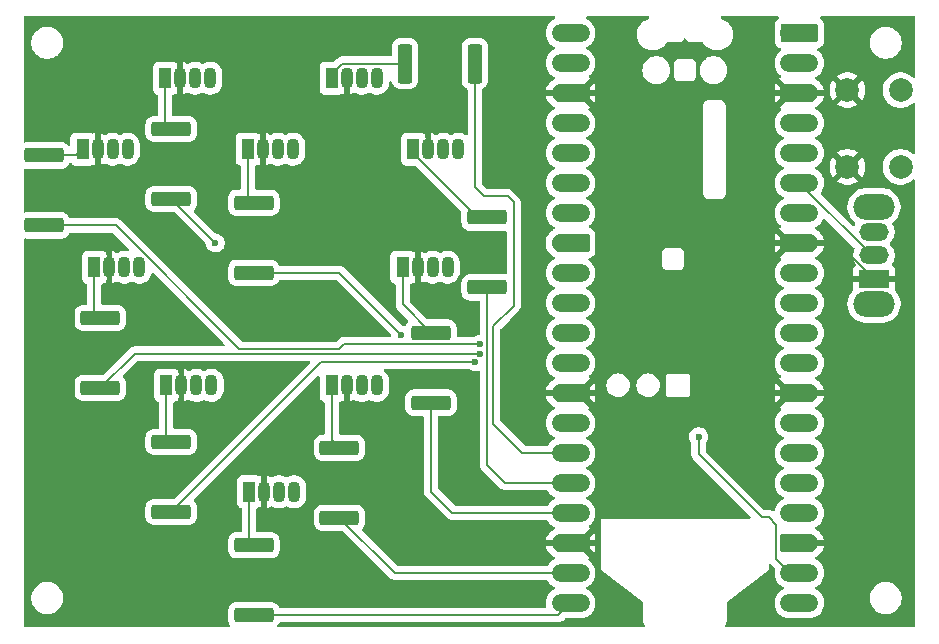
<source format=gbr>
%TF.GenerationSoftware,KiCad,Pcbnew,9.0.5*%
%TF.CreationDate,2025-10-04T16:27:51-04:00*%
%TF.ProjectId,LightBoard-Gift,4c696768-7442-46f6-9172-642d47696674,rev?*%
%TF.SameCoordinates,Original*%
%TF.FileFunction,Copper,L2,Bot*%
%TF.FilePolarity,Positive*%
%FSLAX46Y46*%
G04 Gerber Fmt 4.6, Leading zero omitted, Abs format (unit mm)*
G04 Created by KiCad (PCBNEW 9.0.5) date 2025-10-04 16:27:51*
%MOMM*%
%LPD*%
G01*
G04 APERTURE LIST*
G04 Aperture macros list*
%AMRoundRect*
0 Rectangle with rounded corners*
0 $1 Rounding radius*
0 $2 $3 $4 $5 $6 $7 $8 $9 X,Y pos of 4 corners*
0 Add a 4 corners polygon primitive as box body*
4,1,4,$2,$3,$4,$5,$6,$7,$8,$9,$2,$3,0*
0 Add four circle primitives for the rounded corners*
1,1,$1+$1,$2,$3*
1,1,$1+$1,$4,$5*
1,1,$1+$1,$6,$7*
1,1,$1+$1,$8,$9*
0 Add four rect primitives between the rounded corners*
20,1,$1+$1,$2,$3,$4,$5,0*
20,1,$1+$1,$4,$5,$6,$7,0*
20,1,$1+$1,$6,$7,$8,$9,0*
20,1,$1+$1,$8,$9,$2,$3,0*%
%AMFreePoly0*
4,1,37,0.800000,0.796148,0.878414,0.796148,1.032228,0.765552,1.177117,0.705537,1.307515,0.618408,1.418408,0.507515,1.505537,0.377117,1.565552,0.232228,1.596148,0.078414,1.596148,-0.078414,1.565552,-0.232228,1.505537,-0.377117,1.418408,-0.507515,1.307515,-0.618408,1.177117,-0.705537,1.032228,-0.765552,0.878414,-0.796148,0.800000,-0.796148,0.800000,-0.800000,-1.400000,-0.800000,
-1.403843,-0.796157,-1.439018,-0.796157,-1.511114,-0.766294,-1.566294,-0.711114,-1.596157,-0.639018,-1.596157,-0.603843,-1.600000,-0.600000,-1.600000,0.600000,-1.596157,0.603843,-1.596157,0.639018,-1.566294,0.711114,-1.511114,0.766294,-1.439018,0.796157,-1.403843,0.796157,-1.400000,0.800000,0.800000,0.800000,0.800000,0.796148,0.800000,0.796148,$1*%
%AMFreePoly1*
4,1,37,1.403843,0.796157,1.439018,0.796157,1.511114,0.766294,1.566294,0.711114,1.596157,0.639018,1.596157,0.603843,1.600000,0.600000,1.600000,-0.600000,1.596157,-0.603843,1.596157,-0.639018,1.566294,-0.711114,1.511114,-0.766294,1.439018,-0.796157,1.403843,-0.796157,1.400000,-0.800000,-0.800000,-0.800000,-0.800000,-0.796148,-0.878414,-0.796148,-1.032228,-0.765552,-1.177117,-0.705537,
-1.307515,-0.618408,-1.418408,-0.507515,-1.505537,-0.377117,-1.565552,-0.232228,-1.596148,-0.078414,-1.596148,0.078414,-1.565552,0.232228,-1.505537,0.377117,-1.418408,0.507515,-1.307515,0.618408,-1.177117,0.705537,-1.032228,0.765552,-0.878414,0.796148,-0.800000,0.796148,-0.800000,0.800000,1.400000,0.800000,1.403843,0.796157,1.403843,0.796157,$1*%
%AMFreePoly2*
4,1,37,0.603843,0.796157,0.639018,0.796157,0.711114,0.766294,0.766294,0.711114,0.796157,0.639018,0.796157,0.603843,0.800000,0.600000,0.800000,-0.600000,0.796157,-0.603843,0.796157,-0.639018,0.766294,-0.711114,0.711114,-0.766294,0.639018,-0.796157,0.603843,-0.796157,0.600000,-0.800000,0.000000,-0.800000,0.000000,-0.796148,-0.078414,-0.796148,-0.232228,-0.765552,-0.377117,-0.705537,
-0.507515,-0.618408,-0.618408,-0.507515,-0.705537,-0.377117,-0.765552,-0.232228,-0.796148,-0.078414,-0.796148,0.078414,-0.765552,0.232228,-0.705537,0.377117,-0.618408,0.507515,-0.507515,0.618408,-0.377117,0.705537,-0.232228,0.765552,-0.078414,0.796148,0.000000,0.796148,0.000000,0.800000,0.600000,0.800000,0.603843,0.796157,0.603843,0.796157,$1*%
%AMFreePoly3*
4,1,37,0.000000,0.796148,0.078414,0.796148,0.232228,0.765552,0.377117,0.705537,0.507515,0.618408,0.618408,0.507515,0.705537,0.377117,0.765552,0.232228,0.796148,0.078414,0.796148,-0.078414,0.765552,-0.232228,0.705537,-0.377117,0.618408,-0.507515,0.507515,-0.618408,0.377117,-0.705537,0.232228,-0.765552,0.078414,-0.796148,0.000000,-0.796148,0.000000,-0.800000,-0.600000,-0.800000,
-0.603843,-0.796157,-0.639018,-0.796157,-0.711114,-0.766294,-0.766294,-0.711114,-0.796157,-0.639018,-0.796157,-0.603843,-0.800000,-0.600000,-0.800000,0.600000,-0.796157,0.603843,-0.796157,0.639018,-0.766294,0.711114,-0.711114,0.766294,-0.639018,0.796157,-0.603843,0.796157,-0.600000,0.800000,0.000000,0.800000,0.000000,0.796148,0.000000,0.796148,$1*%
G04 Aperture macros list end*
%TA.AperFunction,ComponentPad*%
%ADD10R,1.070000X1.800000*%
%TD*%
%TA.AperFunction,ComponentPad*%
%ADD11O,1.070000X1.800000*%
%TD*%
%TA.AperFunction,ComponentPad*%
%ADD12C,2.000000*%
%TD*%
%TA.AperFunction,ComponentPad*%
%ADD13O,3.500000X2.200000*%
%TD*%
%TA.AperFunction,ComponentPad*%
%ADD14R,2.500000X1.500000*%
%TD*%
%TA.AperFunction,ComponentPad*%
%ADD15O,2.500000X1.500000*%
%TD*%
%TA.AperFunction,SMDPad,CuDef*%
%ADD16RoundRect,0.250000X-1.425000X0.362500X-1.425000X-0.362500X1.425000X-0.362500X1.425000X0.362500X0*%
%TD*%
%TA.AperFunction,SMDPad,CuDef*%
%ADD17RoundRect,0.250000X-0.362500X-1.425000X0.362500X-1.425000X0.362500X1.425000X-0.362500X1.425000X0*%
%TD*%
%TA.AperFunction,SMDPad,CuDef*%
%ADD18FreePoly0,180.000000*%
%TD*%
%TA.AperFunction,ComponentPad*%
%ADD19RoundRect,0.200000X0.600000X0.600000X-0.600000X0.600000X-0.600000X-0.600000X0.600000X-0.600000X0*%
%TD*%
%TA.AperFunction,SMDPad,CuDef*%
%ADD20RoundRect,0.800000X0.800000X0.000010X-0.800000X0.000010X-0.800000X-0.000010X0.800000X-0.000010X0*%
%TD*%
%TA.AperFunction,ComponentPad*%
%ADD21C,1.600000*%
%TD*%
%TA.AperFunction,SMDPad,CuDef*%
%ADD22FreePoly1,180.000000*%
%TD*%
%TA.AperFunction,ComponentPad*%
%ADD23FreePoly2,180.000000*%
%TD*%
%TA.AperFunction,ComponentPad*%
%ADD24FreePoly3,180.000000*%
%TD*%
%TA.AperFunction,ViaPad*%
%ADD25C,0.600000*%
%TD*%
%TA.AperFunction,Conductor*%
%ADD26C,0.200000*%
%TD*%
G04 APERTURE END LIST*
D10*
%TO.P,D5,1,RA*%
%TO.N,Net-(D5-RA)*%
X96095000Y-63000000D03*
D11*
%TO.P,D5,2,K*%
%TO.N,GND*%
X97365000Y-63000000D03*
%TO.P,D5,3,GA*%
%TO.N,unconnected-(D5-GA-Pad3)*%
X98635000Y-63000000D03*
%TO.P,D5,4,BA*%
%TO.N,unconnected-(D5-BA-Pad4)*%
X99905000Y-63000000D03*
%TD*%
D10*
%TO.P,D6,1,RA*%
%TO.N,Net-(D6-RA)*%
X89095000Y-54000000D03*
D11*
%TO.P,D6,2,K*%
%TO.N,GND*%
X90365000Y-54000000D03*
%TO.P,D6,3,GA*%
%TO.N,unconnected-(D6-GA-Pad3)*%
X91635000Y-54000000D03*
%TO.P,D6,4,BA*%
%TO.N,unconnected-(D6-BA-Pad4)*%
X92905000Y-54000000D03*
%TD*%
D10*
%TO.P,D7,1,RA*%
%TO.N,Net-(D7-RA)*%
X83000000Y-44000000D03*
D11*
%TO.P,D7,2,K*%
%TO.N,GND*%
X84270000Y-44000000D03*
%TO.P,D7,3,GA*%
%TO.N,unconnected-(D7-GA-Pad3)*%
X85540000Y-44000000D03*
%TO.P,D7,4,BA*%
%TO.N,unconnected-(D7-BA-Pad4)*%
X86810000Y-44000000D03*
%TD*%
D12*
%TO.P,SW1,1,1*%
%TO.N,Net-(A1-GPIO0)*%
X151250000Y-29000000D03*
X151250000Y-35500000D03*
%TO.P,SW1,2,2*%
%TO.N,GND*%
X146750000Y-29000000D03*
X146750000Y-35500000D03*
%TD*%
D10*
%TO.P,D8,1,RA*%
%TO.N,Net-(D8-RA)*%
X82000000Y-34000000D03*
D11*
%TO.P,D8,2,K*%
%TO.N,GND*%
X83270000Y-34000000D03*
%TO.P,D8,3,GA*%
%TO.N,unconnected-(D8-GA-Pad3)*%
X84540000Y-34000000D03*
%TO.P,D8,4,BA*%
%TO.N,unconnected-(D8-BA-Pad4)*%
X85810000Y-34000000D03*
%TD*%
D10*
%TO.P,D2,1,RA*%
%TO.N,Net-(D2-RA)*%
X110000000Y-34000000D03*
D11*
%TO.P,D2,2,K*%
%TO.N,GND*%
X111270000Y-34000000D03*
%TO.P,D2,3,GA*%
%TO.N,unconnected-(D2-GA-Pad3)*%
X112540000Y-34000000D03*
%TO.P,D2,4,BA*%
%TO.N,unconnected-(D2-BA-Pad4)*%
X113810000Y-34000000D03*
%TD*%
D10*
%TO.P,D1,1,RA*%
%TO.N,Net-(D1-RA)*%
X103095000Y-28000000D03*
D11*
%TO.P,D1,2,K*%
%TO.N,GND*%
X104365000Y-28000000D03*
%TO.P,D1,3,GA*%
%TO.N,unconnected-(D1-GA-Pad3)*%
X105635000Y-28000000D03*
%TO.P,D1,4,BA*%
%TO.N,unconnected-(D1-BA-Pad4)*%
X106905000Y-28000000D03*
%TD*%
D13*
%TO.P,SW2,*%
%TO.N,*%
X149000000Y-47100000D03*
X149000000Y-38900000D03*
D14*
%TO.P,SW2,1,1*%
%TO.N,GND*%
X149000000Y-45000000D03*
D15*
%TO.P,SW2,2,2*%
%TO.N,Net-(A1-GPIO4)*%
X149000000Y-43000000D03*
%TO.P,SW2,3*%
%TO.N,N/C*%
X149000000Y-41000000D03*
%TD*%
D10*
%TO.P,D9,1,RA*%
%TO.N,Net-(D9-RA)*%
X89000000Y-28000000D03*
D11*
%TO.P,D9,2,K*%
%TO.N,GND*%
X90270000Y-28000000D03*
%TO.P,D9,3,GA*%
%TO.N,unconnected-(D9-GA-Pad3)*%
X91540000Y-28000000D03*
%TO.P,D9,4,BA*%
%TO.N,unconnected-(D9-BA-Pad4)*%
X92810000Y-28000000D03*
%TD*%
D10*
%TO.P,D0,1,RA*%
%TO.N,Net-(D0-RA)*%
X96000000Y-34000000D03*
D11*
%TO.P,D0,2,K*%
%TO.N,GND*%
X97270000Y-34000000D03*
%TO.P,D0,3,GA*%
%TO.N,unconnected-(D0-GA-Pad3)*%
X98540000Y-34000000D03*
%TO.P,D0,4,BA*%
%TO.N,unconnected-(D0-BA-Pad4)*%
X99810000Y-34000000D03*
%TD*%
D10*
%TO.P,D3,1,RA*%
%TO.N,Net-(D3-RA)*%
X109095000Y-44000000D03*
D11*
%TO.P,D3,2,K*%
%TO.N,GND*%
X110365000Y-44000000D03*
%TO.P,D3,3,GA*%
%TO.N,unconnected-(D3-GA-Pad3)*%
X111635000Y-44000000D03*
%TO.P,D3,4,BA*%
%TO.N,unconnected-(D3-BA-Pad4)*%
X112905000Y-44000000D03*
%TD*%
D10*
%TO.P,D4,1,RA*%
%TO.N,Net-(D4-RA)*%
X103095000Y-54000000D03*
D11*
%TO.P,D4,2,K*%
%TO.N,GND*%
X104365000Y-54000000D03*
%TO.P,D4,3,GA*%
%TO.N,unconnected-(D4-GA-Pad3)*%
X105635000Y-54000000D03*
%TO.P,D4,4,BA*%
%TO.N,unconnected-(D4-BA-Pad4)*%
X106905000Y-54000000D03*
%TD*%
D16*
%TO.P,R9,1*%
%TO.N,Net-(D8-RA)*%
X78750000Y-34537500D03*
%TO.P,R9,2*%
%TO.N,RED8*%
X78750000Y-40462500D03*
%TD*%
%TO.P,R5,1*%
%TO.N,Net-(D5-RA)*%
X96500000Y-67537500D03*
%TO.P,R5,2*%
%TO.N,RED5*%
X96500000Y-73462500D03*
%TD*%
%TO.P,R7,1*%
%TO.N,Net-(D7-RA)*%
X83500000Y-48287500D03*
%TO.P,R7,2*%
%TO.N,RED7*%
X83500000Y-54212500D03*
%TD*%
%TO.P,R8,1*%
%TO.N,Net-(D9-RA)*%
X89500000Y-32287500D03*
%TO.P,R8,2*%
%TO.N,RED9*%
X89500000Y-38212500D03*
%TD*%
D17*
%TO.P,R1,1*%
%TO.N,Net-(D1-RA)*%
X109287500Y-26750000D03*
%TO.P,R1,2*%
%TO.N,RED1*%
X115212500Y-26750000D03*
%TD*%
D16*
%TO.P,R3,1*%
%TO.N,Net-(D3-RA)*%
X111500000Y-49537500D03*
%TO.P,R3,2*%
%TO.N,RED3*%
X111500000Y-55462500D03*
%TD*%
%TO.P,R6,1*%
%TO.N,Net-(D6-RA)*%
X89500000Y-58787500D03*
%TO.P,R6,2*%
%TO.N,RED6*%
X89500000Y-64712500D03*
%TD*%
%TO.P,R2,1*%
%TO.N,Net-(D2-RA)*%
X116250000Y-39787500D03*
%TO.P,R2,2*%
%TO.N,RED2*%
X116250000Y-45712500D03*
%TD*%
%TO.P,R4,1*%
%TO.N,Net-(D4-RA)*%
X103750000Y-59287500D03*
%TO.P,R4,2*%
%TO.N,RED4*%
X103750000Y-65212500D03*
%TD*%
%TO.P,R0,1*%
%TO.N,Net-(D0-RA)*%
X96500000Y-38537500D03*
%TO.P,R0,2*%
%TO.N,RED0*%
X96500000Y-44462500D03*
%TD*%
D18*
%TO.P,A1,1,GPIO0*%
%TO.N,Net-(A1-GPIO0)*%
X142690000Y-24157500D03*
D19*
X141890000Y-24157500D03*
D20*
%TO.P,A1,2,GPIO1*%
%TO.N,unconnected-(A1-GPIO1-Pad2)*%
X142690000Y-26697500D03*
D21*
X141890000Y-26697500D03*
D22*
%TO.P,A1,3,GND*%
%TO.N,GND*%
X142690000Y-29237500D03*
D23*
X141890000Y-29237500D03*
D20*
%TO.P,A1,4,GPIO2*%
%TO.N,unconnected-(A1-GPIO2-Pad4)*%
X142690000Y-31777500D03*
D21*
X141890000Y-31777500D03*
D20*
%TO.P,A1,5,GPIO3*%
%TO.N,unconnected-(A1-GPIO3-Pad5)*%
X142690000Y-34317500D03*
D21*
X141890000Y-34317500D03*
D20*
%TO.P,A1,6,GPIO4*%
%TO.N,Net-(A1-GPIO4)*%
X142690000Y-36857500D03*
D21*
X141890000Y-36857500D03*
D20*
%TO.P,A1,7,GPIO5*%
%TO.N,unconnected-(A1-GPIO5-Pad7)*%
X142690000Y-39397500D03*
D21*
X141890000Y-39397500D03*
D22*
%TO.P,A1,8,GND*%
%TO.N,GND*%
X142690000Y-41937500D03*
D23*
X141890000Y-41937500D03*
D20*
%TO.P,A1,9,GPIO6*%
%TO.N,unconnected-(A1-GPIO6-Pad9)*%
X142690000Y-44477500D03*
D21*
X141890000Y-44477500D03*
D20*
%TO.P,A1,10,GPIO7*%
%TO.N,unconnected-(A1-GPIO7-Pad10)*%
X142690000Y-47017500D03*
D21*
X141890000Y-47017500D03*
D20*
%TO.P,A1,11,GPIO8*%
%TO.N,unconnected-(A1-GPIO8-Pad11)*%
X142690000Y-49557500D03*
D21*
X141890000Y-49557500D03*
D20*
%TO.P,A1,12,GPIO9*%
%TO.N,unconnected-(A1-GPIO9-Pad12)*%
X142690000Y-52097500D03*
D21*
X141890000Y-52097500D03*
D22*
%TO.P,A1,13,GND*%
%TO.N,GND*%
X142690000Y-54637500D03*
D23*
X141890000Y-54637500D03*
D20*
%TO.P,A1,14,GPIO10*%
%TO.N,unconnected-(A1-GPIO10-Pad14)*%
X142690000Y-57177500D03*
D21*
X141890000Y-57177500D03*
D20*
%TO.P,A1,15,GPIO11*%
%TO.N,unconnected-(A1-GPIO11-Pad15)*%
X142690000Y-59717500D03*
D21*
X141890000Y-59717500D03*
D20*
%TO.P,A1,16,GPIO12*%
%TO.N,unconnected-(A1-GPIO12-Pad16)*%
X142690000Y-62257500D03*
D21*
X141890000Y-62257500D03*
D20*
%TO.P,A1,17,GPIO13*%
%TO.N,RED9*%
X142690000Y-64797500D03*
D21*
X141890000Y-64797500D03*
D22*
%TO.P,A1,18,GND*%
%TO.N,GND*%
X142690000Y-67337500D03*
D23*
X141890000Y-67337500D03*
D20*
%TO.P,A1,19,GPIO14*%
%TO.N,RED8*%
X142690000Y-69877500D03*
D21*
X141890000Y-69877500D03*
D20*
%TO.P,A1,20,GPIO15*%
%TO.N,RED7*%
X142690000Y-72417500D03*
D21*
X141890000Y-72417500D03*
%TO.P,A1,21,GPIO16*%
%TO.N,RED5*%
X124110000Y-72417500D03*
D20*
X123310000Y-72417500D03*
D21*
%TO.P,A1,22,GPIO17*%
%TO.N,RED4*%
X124110000Y-69877500D03*
D20*
X123310000Y-69877500D03*
D24*
%TO.P,A1,23,GND*%
%TO.N,GND*%
X124110000Y-67337500D03*
D18*
X123310000Y-67337500D03*
D21*
%TO.P,A1,24,GPIO18*%
%TO.N,RED3*%
X124110000Y-64797500D03*
D20*
X123310000Y-64797500D03*
D21*
%TO.P,A1,25,GPIO19*%
%TO.N,RED2*%
X124110000Y-62257500D03*
D20*
X123310000Y-62257500D03*
D21*
%TO.P,A1,26,GPIO20*%
%TO.N,RED1*%
X124110000Y-59717500D03*
D20*
X123310000Y-59717500D03*
D21*
%TO.P,A1,27,GPIO21*%
%TO.N,RED0*%
X124110000Y-57177500D03*
D20*
X123310000Y-57177500D03*
D24*
%TO.P,A1,28,GND*%
%TO.N,GND*%
X124110000Y-54637500D03*
D18*
X123310000Y-54637500D03*
D21*
%TO.P,A1,29,GPIO22*%
%TO.N,RED6*%
X124110000Y-52097500D03*
D20*
X123310000Y-52097500D03*
D21*
%TO.P,A1,30,RUN*%
%TO.N,unconnected-(A1-RUN-Pad30)*%
X124110000Y-49557500D03*
D20*
X123310000Y-49557500D03*
D21*
%TO.P,A1,31,GPIO26_ADC0*%
%TO.N,unconnected-(A1-GPIO26_ADC0-Pad31)*%
X124110000Y-47017500D03*
D20*
X123310000Y-47017500D03*
D21*
%TO.P,A1,32,GPIO27_ADC1*%
%TO.N,unconnected-(A1-GPIO27_ADC1-Pad32)*%
X124110000Y-44477500D03*
D20*
X123310000Y-44477500D03*
D24*
%TO.P,A1,33,AGND*%
%TO.N,unconnected-(A1-AGND-Pad33)*%
X124110000Y-41937500D03*
D18*
X123310000Y-41937500D03*
D21*
%TO.P,A1,34,GPIO28_ADC2*%
%TO.N,unconnected-(A1-GPIO28_ADC2-Pad34)*%
X124110000Y-39397500D03*
D20*
X123310000Y-39397500D03*
D21*
%TO.P,A1,35,ADC_VREF*%
%TO.N,unconnected-(A1-ADC_VREF-Pad35)*%
X124110000Y-36857500D03*
D20*
X123310000Y-36857500D03*
D21*
%TO.P,A1,36,3V3*%
%TO.N,unconnected-(A1-3V3-Pad36)*%
X124110000Y-34317500D03*
D20*
X123310000Y-34317500D03*
D21*
%TO.P,A1,37,3V3_EN*%
%TO.N,unconnected-(A1-3V3_EN-Pad37)*%
X124110000Y-31777500D03*
D20*
X123310000Y-31777500D03*
D24*
%TO.P,A1,38,GND*%
%TO.N,GND*%
X124110000Y-29237500D03*
D18*
X123310000Y-29237500D03*
D21*
%TO.P,A1,39,VSYS*%
%TO.N,unconnected-(A1-VSYS-Pad39)*%
X124110000Y-26697500D03*
D20*
X123310000Y-26697500D03*
D21*
%TO.P,A1,40,VBUS*%
%TO.N,unconnected-(A1-VBUS-Pad40)*%
X124110000Y-24157500D03*
D20*
X123310000Y-24157500D03*
%TD*%
D25*
%TO.N,RED7*%
X115650000Y-51307179D03*
%TO.N,RED6*%
X115250000Y-52000000D03*
%TO.N,RED0*%
X109000000Y-49750000D03*
%TO.N,RED8*%
X134151933Y-58348067D03*
X115650000Y-50507176D03*
%TO.N,RED9*%
X93237497Y-41949997D03*
%TD*%
D26*
%TO.N,RED7*%
X86405321Y-51307179D02*
X115650000Y-51307179D01*
X83500000Y-54212500D02*
X86405321Y-51307179D01*
%TO.N,RED4*%
X103750000Y-65212500D02*
X108415000Y-69877500D01*
X108415000Y-69877500D02*
X123310000Y-69877500D01*
%TO.N,RED6*%
X89500000Y-64712500D02*
X102212500Y-52000000D01*
X102212500Y-52000000D02*
X115250000Y-52000000D01*
%TO.N,RED3*%
X111500000Y-55462500D02*
X111500000Y-63000000D01*
X111500000Y-63000000D02*
X113297500Y-64797500D01*
X114250000Y-64797500D02*
X123310000Y-64797500D01*
X113297500Y-64797500D02*
X114250000Y-64797500D01*
%TO.N,RED1*%
X116750000Y-49000000D02*
X116750000Y-57250000D01*
X118500000Y-38500000D02*
X118500000Y-47250000D01*
X116000000Y-38000000D02*
X118000000Y-38000000D01*
X115212500Y-37212500D02*
X116000000Y-38000000D01*
X115212500Y-26750000D02*
X115212500Y-37212500D01*
X116750000Y-57250000D02*
X119217500Y-59717500D01*
X119217500Y-59717500D02*
X123310000Y-59717500D01*
X118000000Y-38000000D02*
X118500000Y-38500000D01*
X118500000Y-47250000D02*
X116750000Y-49000000D01*
%TO.N,RED0*%
X103712500Y-44462500D02*
X109000000Y-49750000D01*
X96500000Y-44462500D02*
X103712500Y-44462500D01*
%TO.N,RED2*%
X116250000Y-60750000D02*
X117757500Y-62257500D01*
X117757500Y-62257500D02*
X123310000Y-62257500D01*
X116250000Y-45712500D02*
X116250000Y-60750000D01*
%TO.N,RED5*%
X122265000Y-73462500D02*
X123310000Y-72417500D01*
X96500000Y-73462500D02*
X122265000Y-73462500D01*
%TO.N,GND*%
X142690000Y-41937500D02*
X145937500Y-41937500D01*
X145937500Y-41937500D02*
X149000000Y-45000000D01*
%TO.N,RED8*%
X134151933Y-58348067D02*
X134151933Y-59838433D01*
X78750000Y-40462500D02*
X84819783Y-40462500D01*
X103750000Y-50906179D02*
X104149003Y-50507176D01*
X140750000Y-68737500D02*
X141890000Y-69877500D01*
X140141836Y-65186500D02*
X140750000Y-65794664D01*
X134151933Y-59838433D02*
X139500000Y-65186500D01*
X95263462Y-50906179D02*
X103750000Y-50906179D01*
X139500000Y-65186500D02*
X140141836Y-65186500D01*
X104149003Y-50507176D02*
X115650000Y-50507176D01*
X84819783Y-40462500D02*
X95263462Y-50906179D01*
X140750000Y-65794664D02*
X140750000Y-68737500D01*
%TO.N,RED9*%
X89500000Y-38212500D02*
X93237497Y-41949997D01*
%TO.N,Net-(D0-RA)*%
X96000000Y-38037500D02*
X96500000Y-38537500D01*
X96000000Y-34000000D02*
X96000000Y-38037500D01*
%TO.N,Net-(D1-RA)*%
X103980000Y-26750000D02*
X109287500Y-26750000D01*
X103095000Y-28000000D02*
X103095000Y-27635000D01*
X103095000Y-27635000D02*
X103980000Y-26750000D01*
%TO.N,Net-(D2-RA)*%
X110000000Y-34000000D02*
X110000000Y-34365000D01*
X110000000Y-34365000D02*
X115422500Y-39787500D01*
X115422500Y-39787500D02*
X116250000Y-39787500D01*
%TO.N,Net-(D3-RA)*%
X109095000Y-44000000D02*
X109095000Y-47132500D01*
X109095000Y-47132500D02*
X111500000Y-49537500D01*
%TO.N,Net-(D4-RA)*%
X103095000Y-58632500D02*
X103095000Y-54000000D01*
X103750000Y-59287500D02*
X103095000Y-58632500D01*
%TO.N,Net-(D5-RA)*%
X96095000Y-67132500D02*
X96500000Y-67537500D01*
X96095000Y-63000000D02*
X96095000Y-67132500D01*
%TO.N,Net-(D6-RA)*%
X89095000Y-58382500D02*
X89500000Y-58787500D01*
X89095000Y-54000000D02*
X89095000Y-58382500D01*
%TO.N,Net-(D7-RA)*%
X83500000Y-48287500D02*
X83000000Y-47787500D01*
X83000000Y-47787500D02*
X83000000Y-44000000D01*
%TO.N,Net-(D8-RA)*%
X81462500Y-34537500D02*
X82000000Y-34000000D01*
X78750000Y-34537500D02*
X81462500Y-34537500D01*
%TO.N,Net-(D9-RA)*%
X89000000Y-31787500D02*
X89000000Y-28000000D01*
X89500000Y-32287500D02*
X89000000Y-31787500D01*
%TO.N,Net-(A1-GPIO4)*%
X149000000Y-43000000D02*
X148832500Y-43000000D01*
X148832500Y-43000000D02*
X142690000Y-36857500D01*
%TD*%
%TA.AperFunction,Conductor*%
%TO.N,GND*%
G36*
X84586725Y-41082685D02*
G01*
X84607367Y-41099319D01*
X85934102Y-42426054D01*
X85967587Y-42487377D01*
X85962603Y-42557069D01*
X85920731Y-42613002D01*
X85855267Y-42637419D01*
X85822230Y-42635352D01*
X85641991Y-42599500D01*
X85641988Y-42599500D01*
X85438012Y-42599500D01*
X85438010Y-42599500D01*
X85237961Y-42639292D01*
X85237951Y-42639295D01*
X85049511Y-42717349D01*
X84973438Y-42768178D01*
X84906760Y-42789054D01*
X84839380Y-42770568D01*
X84835659Y-42768177D01*
X84760254Y-42717794D01*
X84571896Y-42639773D01*
X84571893Y-42639772D01*
X84520000Y-42629449D01*
X84520000Y-43442876D01*
X84517617Y-43467068D01*
X84504501Y-43533009D01*
X84504500Y-43533012D01*
X84504500Y-43615773D01*
X84443694Y-43580667D01*
X84329244Y-43550000D01*
X84210756Y-43550000D01*
X84096306Y-43580667D01*
X84035499Y-43615773D01*
X84035499Y-43052128D01*
X84029091Y-42992517D01*
X84027818Y-42989103D01*
X84020000Y-42945771D01*
X84020000Y-42629450D01*
X84019999Y-42629449D01*
X83968106Y-42639772D01*
X83968099Y-42639774D01*
X83896393Y-42669476D01*
X83826924Y-42676945D01*
X83785867Y-42659074D01*
X83785114Y-42660454D01*
X83777328Y-42656202D01*
X83642482Y-42605908D01*
X83642483Y-42605908D01*
X83582883Y-42599501D01*
X83582881Y-42599500D01*
X83582873Y-42599500D01*
X83582864Y-42599500D01*
X82417129Y-42599500D01*
X82417123Y-42599501D01*
X82357516Y-42605908D01*
X82222671Y-42656202D01*
X82222664Y-42656206D01*
X82107455Y-42742452D01*
X82107452Y-42742455D01*
X82021206Y-42857664D01*
X82021202Y-42857671D01*
X81970908Y-42992517D01*
X81964501Y-43052116D01*
X81964501Y-43052123D01*
X81964500Y-43052135D01*
X81964500Y-44947870D01*
X81964501Y-44947876D01*
X81970908Y-45007483D01*
X82021202Y-45142328D01*
X82021206Y-45142335D01*
X82107452Y-45257544D01*
X82107455Y-45257547D01*
X82222664Y-45343793D01*
X82222671Y-45343797D01*
X82318833Y-45379663D01*
X82374767Y-45421534D01*
X82399184Y-45486998D01*
X82399500Y-45495845D01*
X82399500Y-47050500D01*
X82379815Y-47117539D01*
X82327011Y-47163294D01*
X82275500Y-47174500D01*
X82024999Y-47174500D01*
X82024980Y-47174501D01*
X81922203Y-47185000D01*
X81922200Y-47185001D01*
X81755668Y-47240185D01*
X81755663Y-47240187D01*
X81606342Y-47332289D01*
X81482289Y-47456342D01*
X81390187Y-47605663D01*
X81390185Y-47605668D01*
X81368791Y-47670232D01*
X81335001Y-47772203D01*
X81335001Y-47772204D01*
X81335000Y-47772204D01*
X81324500Y-47874983D01*
X81324500Y-48700001D01*
X81324501Y-48700019D01*
X81335000Y-48802796D01*
X81335001Y-48802799D01*
X81390185Y-48969331D01*
X81390187Y-48969336D01*
X81398005Y-48982011D01*
X81482288Y-49118656D01*
X81606344Y-49242712D01*
X81755666Y-49334814D01*
X81922203Y-49389999D01*
X82024991Y-49400500D01*
X84975008Y-49400499D01*
X85077797Y-49389999D01*
X85244334Y-49334814D01*
X85393656Y-49242712D01*
X85517712Y-49118656D01*
X85609814Y-48969334D01*
X85664999Y-48802797D01*
X85675500Y-48700009D01*
X85675499Y-47874992D01*
X85675200Y-47872068D01*
X85664999Y-47772203D01*
X85664998Y-47772200D01*
X85660872Y-47759748D01*
X85609814Y-47605666D01*
X85517712Y-47456344D01*
X85393656Y-47332288D01*
X85244334Y-47240186D01*
X85077797Y-47185001D01*
X85077795Y-47185000D01*
X84975016Y-47174500D01*
X84975009Y-47174500D01*
X83724500Y-47174500D01*
X83657461Y-47154815D01*
X83611706Y-47102011D01*
X83600500Y-47050500D01*
X83600500Y-45495844D01*
X83606224Y-45476349D01*
X83607059Y-45456050D01*
X83615867Y-45443508D01*
X83620185Y-45428805D01*
X83635537Y-45415501D01*
X83647216Y-45398874D01*
X83668865Y-45386623D01*
X83672989Y-45383050D01*
X83677666Y-45381028D01*
X83679366Y-45380334D01*
X83777331Y-45343796D01*
X83787374Y-45336277D01*
X83802107Y-45330268D01*
X83821664Y-45328272D01*
X83840082Y-45321401D01*
X83858988Y-45324463D01*
X83871616Y-45323175D01*
X83881270Y-45328073D01*
X83896394Y-45330523D01*
X83968101Y-45360225D01*
X83968109Y-45360227D01*
X84019999Y-45370549D01*
X84020000Y-45370549D01*
X84020000Y-45054230D01*
X84027819Y-45010895D01*
X84029089Y-45007488D01*
X84029091Y-45007483D01*
X84035500Y-44947873D01*
X84035499Y-44384226D01*
X84096306Y-44419333D01*
X84210756Y-44450000D01*
X84329244Y-44450000D01*
X84443694Y-44419333D01*
X84504500Y-44384226D01*
X84504500Y-44466988D01*
X84515952Y-44524562D01*
X84517617Y-44532929D01*
X84520000Y-44557122D01*
X84520000Y-45370549D01*
X84571890Y-45360227D01*
X84571898Y-45360225D01*
X84760252Y-45282206D01*
X84760256Y-45282204D01*
X84835658Y-45231822D01*
X84902336Y-45210944D01*
X84969716Y-45229428D01*
X84973401Y-45231796D01*
X85049507Y-45282648D01*
X85049509Y-45282649D01*
X85049513Y-45282651D01*
X85237951Y-45360704D01*
X85237956Y-45360706D01*
X85237960Y-45360706D01*
X85237961Y-45360707D01*
X85438009Y-45400500D01*
X85438012Y-45400500D01*
X85641990Y-45400500D01*
X85776579Y-45373727D01*
X85842044Y-45360706D01*
X86030493Y-45282648D01*
X86106109Y-45232123D01*
X86172786Y-45211245D01*
X86240166Y-45229729D01*
X86243891Y-45232123D01*
X86319501Y-45282644D01*
X86319507Y-45282648D01*
X86319509Y-45282649D01*
X86319513Y-45282651D01*
X86507951Y-45360704D01*
X86507956Y-45360706D01*
X86507960Y-45360706D01*
X86507961Y-45360707D01*
X86708009Y-45400500D01*
X86708012Y-45400500D01*
X86911990Y-45400500D01*
X87046579Y-45373727D01*
X87112044Y-45360706D01*
X87300493Y-45282648D01*
X87301158Y-45282204D01*
X87373906Y-45233595D01*
X87470093Y-45169325D01*
X87614325Y-45025093D01*
X87727648Y-44855493D01*
X87805706Y-44667044D01*
X87819141Y-44599501D01*
X87821733Y-44586473D01*
X87854118Y-44524562D01*
X87914833Y-44489988D01*
X87984603Y-44493727D01*
X88031031Y-44522983D01*
X94003046Y-50494998D01*
X94036531Y-50556321D01*
X94031547Y-50626013D01*
X93989675Y-50681946D01*
X93924211Y-50706363D01*
X93915365Y-50706679D01*
X86326261Y-50706679D01*
X86285340Y-50717643D01*
X86285340Y-50717644D01*
X86248072Y-50727630D01*
X86173535Y-50747602D01*
X86173530Y-50747605D01*
X86036611Y-50826654D01*
X86036603Y-50826660D01*
X85924799Y-50938465D01*
X83800082Y-53063181D01*
X83738759Y-53096666D01*
X83712401Y-53099500D01*
X82024998Y-53099500D01*
X82024981Y-53099501D01*
X81922203Y-53110000D01*
X81922200Y-53110001D01*
X81755668Y-53165185D01*
X81755663Y-53165187D01*
X81606342Y-53257289D01*
X81482289Y-53381342D01*
X81390187Y-53530663D01*
X81390185Y-53530668D01*
X81383779Y-53550000D01*
X81335001Y-53697203D01*
X81335001Y-53697204D01*
X81335000Y-53697204D01*
X81324500Y-53799983D01*
X81324500Y-54625001D01*
X81324501Y-54625019D01*
X81335000Y-54727796D01*
X81335001Y-54727799D01*
X81390185Y-54894331D01*
X81390187Y-54894336D01*
X81391642Y-54896695D01*
X81482288Y-55043656D01*
X81606344Y-55167712D01*
X81755666Y-55259814D01*
X81922203Y-55314999D01*
X82024991Y-55325500D01*
X84975008Y-55325499D01*
X85077797Y-55314999D01*
X85244334Y-55259814D01*
X85393656Y-55167712D01*
X85517712Y-55043656D01*
X85609814Y-54894334D01*
X85664999Y-54727797D01*
X85675500Y-54625009D01*
X85675499Y-53799992D01*
X85674967Y-53794787D01*
X85664999Y-53697203D01*
X85664998Y-53697200D01*
X85635907Y-53609410D01*
X85609814Y-53530666D01*
X85517712Y-53381344D01*
X85436732Y-53300364D01*
X85403247Y-53239041D01*
X85408231Y-53169349D01*
X85436732Y-53125002D01*
X86017738Y-52543997D01*
X86617737Y-51943998D01*
X86679060Y-51910513D01*
X86705418Y-51907679D01*
X101156224Y-51907679D01*
X101223263Y-51927364D01*
X101269018Y-51980168D01*
X101278962Y-52049326D01*
X101249937Y-52112882D01*
X101243905Y-52119360D01*
X89800082Y-63563181D01*
X89738759Y-63596666D01*
X89712401Y-63599500D01*
X88024998Y-63599500D01*
X88024981Y-63599501D01*
X87922203Y-63610000D01*
X87922200Y-63610001D01*
X87755668Y-63665185D01*
X87755663Y-63665187D01*
X87606342Y-63757289D01*
X87482289Y-63881342D01*
X87390187Y-64030663D01*
X87390185Y-64030668D01*
X87367377Y-64099500D01*
X87335001Y-64197203D01*
X87335001Y-64197204D01*
X87335000Y-64197204D01*
X87324500Y-64299983D01*
X87324500Y-65125001D01*
X87324501Y-65125019D01*
X87335000Y-65227796D01*
X87335001Y-65227799D01*
X87382004Y-65369642D01*
X87390186Y-65394334D01*
X87482288Y-65543656D01*
X87606344Y-65667712D01*
X87755666Y-65759814D01*
X87922203Y-65814999D01*
X88024991Y-65825500D01*
X90975008Y-65825499D01*
X91077797Y-65814999D01*
X91244334Y-65759814D01*
X91393656Y-65667712D01*
X91517712Y-65543656D01*
X91609814Y-65394334D01*
X91664999Y-65227797D01*
X91675500Y-65125009D01*
X91675499Y-64299992D01*
X91664999Y-64197203D01*
X91609814Y-64030666D01*
X91517712Y-63881344D01*
X91436732Y-63800364D01*
X91403247Y-63739041D01*
X91408231Y-63669349D01*
X91436732Y-63625002D01*
X96636857Y-58424877D01*
X101847821Y-53213912D01*
X101909142Y-53180429D01*
X101978834Y-53185413D01*
X102034767Y-53227285D01*
X102059184Y-53292749D01*
X102059500Y-53301595D01*
X102059500Y-54947870D01*
X102059501Y-54947876D01*
X102065908Y-55007483D01*
X102116202Y-55142328D01*
X102116206Y-55142335D01*
X102202452Y-55257544D01*
X102202455Y-55257547D01*
X102317664Y-55343793D01*
X102317671Y-55343797D01*
X102413833Y-55379663D01*
X102469767Y-55421534D01*
X102494184Y-55486998D01*
X102494500Y-55495845D01*
X102494500Y-58050500D01*
X102474815Y-58117539D01*
X102422011Y-58163294D01*
X102370501Y-58174500D01*
X102274999Y-58174500D01*
X102274980Y-58174501D01*
X102172203Y-58185000D01*
X102172200Y-58185001D01*
X102005668Y-58240185D01*
X102005663Y-58240187D01*
X101856342Y-58332289D01*
X101732289Y-58456342D01*
X101640187Y-58605663D01*
X101640185Y-58605668D01*
X101622420Y-58659279D01*
X101585001Y-58772203D01*
X101585001Y-58772204D01*
X101585000Y-58772204D01*
X101574500Y-58874983D01*
X101574500Y-59700001D01*
X101574501Y-59700019D01*
X101585000Y-59802796D01*
X101585001Y-59802799D01*
X101640185Y-59969331D01*
X101640187Y-59969336D01*
X101651863Y-59988266D01*
X101732288Y-60118656D01*
X101856344Y-60242712D01*
X102005666Y-60334814D01*
X102172203Y-60389999D01*
X102274991Y-60400500D01*
X105225008Y-60400499D01*
X105327797Y-60389999D01*
X105494334Y-60334814D01*
X105643656Y-60242712D01*
X105767712Y-60118656D01*
X105859814Y-59969334D01*
X105914999Y-59802797D01*
X105925500Y-59700009D01*
X105925499Y-58874992D01*
X105923859Y-58858941D01*
X105914999Y-58772203D01*
X105914998Y-58772200D01*
X105896857Y-58717454D01*
X105859814Y-58605666D01*
X105767712Y-58456344D01*
X105643656Y-58332288D01*
X105494334Y-58240186D01*
X105327797Y-58185001D01*
X105327795Y-58185000D01*
X105225016Y-58174500D01*
X105225009Y-58174500D01*
X103819500Y-58174500D01*
X103752461Y-58154815D01*
X103706706Y-58102011D01*
X103695500Y-58050500D01*
X103695500Y-55495844D01*
X103701224Y-55476349D01*
X103702059Y-55456050D01*
X103710867Y-55443508D01*
X103715185Y-55428805D01*
X103730537Y-55415501D01*
X103742216Y-55398874D01*
X103763865Y-55386623D01*
X103767989Y-55383050D01*
X103772666Y-55381028D01*
X103774366Y-55380334D01*
X103872331Y-55343796D01*
X103882374Y-55336277D01*
X103897107Y-55330268D01*
X103916664Y-55328272D01*
X103935082Y-55321401D01*
X103953988Y-55324463D01*
X103966616Y-55323175D01*
X103976270Y-55328073D01*
X103991394Y-55330523D01*
X104063101Y-55360225D01*
X104063109Y-55360227D01*
X104114999Y-55370549D01*
X104115000Y-55370549D01*
X104115000Y-55054230D01*
X104122819Y-55010895D01*
X104124089Y-55007488D01*
X104124091Y-55007483D01*
X104130500Y-54947873D01*
X104130499Y-54384226D01*
X104191306Y-54419333D01*
X104305756Y-54450000D01*
X104424244Y-54450000D01*
X104538694Y-54419333D01*
X104599500Y-54384226D01*
X104599500Y-54466988D01*
X104611033Y-54524970D01*
X104612617Y-54532929D01*
X104615000Y-54557122D01*
X104615000Y-55370549D01*
X104666890Y-55360227D01*
X104666898Y-55360225D01*
X104855252Y-55282206D01*
X104855256Y-55282204D01*
X104930658Y-55231822D01*
X104997336Y-55210944D01*
X105064716Y-55229428D01*
X105068401Y-55231796D01*
X105144507Y-55282648D01*
X105144509Y-55282649D01*
X105144513Y-55282651D01*
X105332951Y-55360704D01*
X105332956Y-55360706D01*
X105332960Y-55360706D01*
X105332961Y-55360707D01*
X105533009Y-55400500D01*
X105533012Y-55400500D01*
X105736990Y-55400500D01*
X105887560Y-55370549D01*
X105937044Y-55360706D01*
X106125493Y-55282648D01*
X106201109Y-55232123D01*
X106267786Y-55211245D01*
X106335166Y-55229729D01*
X106338891Y-55232123D01*
X106414501Y-55282644D01*
X106414507Y-55282648D01*
X106414509Y-55282649D01*
X106414513Y-55282651D01*
X106602951Y-55360704D01*
X106602956Y-55360706D01*
X106602960Y-55360706D01*
X106602961Y-55360707D01*
X106803009Y-55400500D01*
X106803012Y-55400500D01*
X107006990Y-55400500D01*
X107157560Y-55370549D01*
X107207044Y-55360706D01*
X107395493Y-55282648D01*
X107396158Y-55282204D01*
X107403528Y-55277279D01*
X107565093Y-55169325D01*
X107709325Y-55025093D01*
X107822648Y-54855493D01*
X107900706Y-54667044D01*
X107913727Y-54601579D01*
X107940500Y-54466990D01*
X107940500Y-53533009D01*
X107900707Y-53332961D01*
X107900706Y-53332960D01*
X107900706Y-53332956D01*
X107895391Y-53320124D01*
X107822651Y-53144513D01*
X107822644Y-53144500D01*
X107709325Y-52974907D01*
X107709322Y-52974903D01*
X107565097Y-52830678D01*
X107565093Y-52830675D01*
X107560494Y-52827602D01*
X107515690Y-52773992D01*
X107506981Y-52704667D01*
X107537135Y-52641639D01*
X107596577Y-52604919D01*
X107629385Y-52600500D01*
X114670234Y-52600500D01*
X114737273Y-52620185D01*
X114739125Y-52621398D01*
X114870814Y-52709390D01*
X114870827Y-52709397D01*
X115012737Y-52768177D01*
X115016503Y-52769737D01*
X115146982Y-52795691D01*
X115171153Y-52800499D01*
X115171156Y-52800500D01*
X115171158Y-52800500D01*
X115328844Y-52800500D01*
X115328845Y-52800499D01*
X115483497Y-52769737D01*
X115483509Y-52769731D01*
X115489324Y-52767969D01*
X115490158Y-52770720D01*
X115547359Y-52764497D01*
X115609878Y-52795691D01*
X115645608Y-52855734D01*
X115649500Y-52886555D01*
X115649500Y-60663330D01*
X115649499Y-60663348D01*
X115649499Y-60829054D01*
X115649498Y-60829054D01*
X115661841Y-60875117D01*
X115690423Y-60981785D01*
X115693723Y-60987500D01*
X115694603Y-60989024D01*
X115694603Y-60989025D01*
X115769477Y-61118712D01*
X115769481Y-61118717D01*
X115888349Y-61237585D01*
X115888355Y-61237590D01*
X117272639Y-62621874D01*
X117272649Y-62621885D01*
X117276979Y-62626215D01*
X117276980Y-62626216D01*
X117388784Y-62738020D01*
X117474634Y-62787584D01*
X117475595Y-62788139D01*
X117475597Y-62788141D01*
X117513651Y-62810111D01*
X117525715Y-62817077D01*
X117678443Y-62858001D01*
X117678446Y-62858001D01*
X117844153Y-62858001D01*
X117844169Y-62858000D01*
X121278308Y-62858000D01*
X121345347Y-62877685D01*
X121379880Y-62910874D01*
X121465480Y-63033124D01*
X121509954Y-63096641D01*
X121670858Y-63257545D01*
X121670861Y-63257547D01*
X121857266Y-63388068D01*
X121915275Y-63415118D01*
X121967714Y-63461291D01*
X121986866Y-63528484D01*
X121966650Y-63595365D01*
X121915275Y-63639882D01*
X121857267Y-63666931D01*
X121857265Y-63666932D01*
X121670858Y-63797454D01*
X121509954Y-63958358D01*
X121451795Y-64041420D01*
X121379881Y-64144124D01*
X121325307Y-64187748D01*
X121278308Y-64197000D01*
X113597597Y-64197000D01*
X113530558Y-64177315D01*
X113509916Y-64160681D01*
X112136819Y-62787584D01*
X112103334Y-62726261D01*
X112100500Y-62699903D01*
X112100500Y-56699499D01*
X112120185Y-56632460D01*
X112172989Y-56586705D01*
X112224500Y-56575499D01*
X112975002Y-56575499D01*
X112975008Y-56575499D01*
X113077797Y-56564999D01*
X113244334Y-56509814D01*
X113393656Y-56417712D01*
X113517712Y-56293656D01*
X113609814Y-56144334D01*
X113664999Y-55977797D01*
X113675500Y-55875009D01*
X113675499Y-55049992D01*
X113672955Y-55025092D01*
X113664999Y-54947203D01*
X113664998Y-54947200D01*
X113648262Y-54896694D01*
X113609814Y-54780666D01*
X113517712Y-54631344D01*
X113393656Y-54507288D01*
X113291871Y-54444507D01*
X113244336Y-54415187D01*
X113244331Y-54415185D01*
X113242862Y-54414698D01*
X113077797Y-54360001D01*
X113077795Y-54360000D01*
X112975010Y-54349500D01*
X110024998Y-54349500D01*
X110024981Y-54349501D01*
X109922203Y-54360000D01*
X109922200Y-54360001D01*
X109755668Y-54415185D01*
X109755663Y-54415187D01*
X109606342Y-54507289D01*
X109482289Y-54631342D01*
X109390187Y-54780663D01*
X109390185Y-54780668D01*
X109383040Y-54802230D01*
X109335001Y-54947203D01*
X109335001Y-54947204D01*
X109335000Y-54947204D01*
X109324500Y-55049983D01*
X109324500Y-55875001D01*
X109324501Y-55875019D01*
X109335000Y-55977796D01*
X109335001Y-55977799D01*
X109363968Y-56065213D01*
X109390186Y-56144334D01*
X109482288Y-56293656D01*
X109606344Y-56417712D01*
X109755666Y-56509814D01*
X109922203Y-56564999D01*
X110024991Y-56575500D01*
X110775500Y-56575499D01*
X110842539Y-56595183D01*
X110888294Y-56647987D01*
X110899500Y-56699499D01*
X110899500Y-62913330D01*
X110899499Y-62913348D01*
X110899499Y-63079054D01*
X110899498Y-63079054D01*
X110940424Y-63231789D01*
X110940425Y-63231790D01*
X110966672Y-63277250D01*
X110966673Y-63277252D01*
X111019475Y-63368709D01*
X111019481Y-63368717D01*
X111138349Y-63487585D01*
X111138355Y-63487590D01*
X112812639Y-65161874D01*
X112812649Y-65161885D01*
X112816979Y-65166215D01*
X112816980Y-65166216D01*
X112928784Y-65278020D01*
X113015595Y-65328139D01*
X113015597Y-65328141D01*
X113053651Y-65350111D01*
X113065715Y-65357077D01*
X113218443Y-65398001D01*
X113218446Y-65398001D01*
X113384153Y-65398001D01*
X113384169Y-65398000D01*
X114170943Y-65398000D01*
X121278308Y-65398000D01*
X121345347Y-65417685D01*
X121379880Y-65450874D01*
X121465480Y-65573124D01*
X121509954Y-65636641D01*
X121670858Y-65797545D01*
X121670861Y-65797547D01*
X121857266Y-65928068D01*
X121909219Y-65952294D01*
X121961659Y-65998466D01*
X121980811Y-66065659D01*
X121960596Y-66132541D01*
X121915269Y-66174034D01*
X121850499Y-66208655D01*
X121850478Y-66208667D01*
X121719469Y-66296204D01*
X121719463Y-66296208D01*
X121642935Y-66359014D01*
X121531514Y-66470435D01*
X121468708Y-66546963D01*
X121468704Y-66546969D01*
X121381167Y-66677978D01*
X121381155Y-66677998D01*
X121334490Y-66765301D01*
X121274185Y-66910887D01*
X121245443Y-67005639D01*
X121245440Y-67005650D01*
X121229160Y-67087499D01*
X121229161Y-67087500D01*
X123676988Y-67087500D01*
X123644075Y-67144507D01*
X123610000Y-67271674D01*
X123610000Y-67403326D01*
X123644075Y-67530493D01*
X123676988Y-67587500D01*
X121229160Y-67587500D01*
X121245440Y-67669349D01*
X121245443Y-67669360D01*
X121274185Y-67764112D01*
X121334490Y-67909698D01*
X121381155Y-67997001D01*
X121381167Y-67997021D01*
X121468704Y-68128030D01*
X121468708Y-68128036D01*
X121531514Y-68204564D01*
X121642935Y-68315985D01*
X121719463Y-68378791D01*
X121719469Y-68378795D01*
X121850478Y-68466332D01*
X121850506Y-68466349D01*
X121915268Y-68500965D01*
X121965112Y-68549927D01*
X121980573Y-68618065D01*
X121956741Y-68683744D01*
X121909221Y-68722705D01*
X121857264Y-68746933D01*
X121670858Y-68877454D01*
X121509954Y-69038358D01*
X121456097Y-69115276D01*
X121379881Y-69224124D01*
X121325307Y-69267748D01*
X121278308Y-69277000D01*
X108715097Y-69277000D01*
X108648058Y-69257315D01*
X108627416Y-69240681D01*
X105686732Y-66299997D01*
X105653247Y-66238674D01*
X105658231Y-66168982D01*
X105686728Y-66124639D01*
X105767712Y-66043656D01*
X105859814Y-65894334D01*
X105914999Y-65727797D01*
X105925500Y-65625009D01*
X105925499Y-64799992D01*
X105914999Y-64697203D01*
X105859814Y-64530666D01*
X105767712Y-64381344D01*
X105643656Y-64257288D01*
X105528227Y-64186091D01*
X105494336Y-64165187D01*
X105494331Y-64165185D01*
X105480739Y-64160681D01*
X105327797Y-64110001D01*
X105327795Y-64110000D01*
X105225010Y-64099500D01*
X102274998Y-64099500D01*
X102274981Y-64099501D01*
X102172203Y-64110000D01*
X102172200Y-64110001D01*
X102005668Y-64165185D01*
X102005663Y-64165187D01*
X101856342Y-64257289D01*
X101732289Y-64381342D01*
X101640187Y-64530663D01*
X101640185Y-64530668D01*
X101625152Y-64576035D01*
X101585001Y-64697203D01*
X101585001Y-64697204D01*
X101585000Y-64697204D01*
X101574500Y-64799983D01*
X101574500Y-65625001D01*
X101574501Y-65625019D01*
X101585000Y-65727796D01*
X101585001Y-65727799D01*
X101640185Y-65894331D01*
X101640187Y-65894336D01*
X101660993Y-65928068D01*
X101732288Y-66043656D01*
X101856344Y-66167712D01*
X102005666Y-66259814D01*
X102172203Y-66314999D01*
X102274991Y-66325500D01*
X103962402Y-66325499D01*
X104029441Y-66345184D01*
X104050083Y-66361818D01*
X107930139Y-70241874D01*
X107930149Y-70241885D01*
X107934479Y-70246215D01*
X107934480Y-70246216D01*
X108046284Y-70358020D01*
X108133095Y-70408139D01*
X108133097Y-70408141D01*
X108183213Y-70437076D01*
X108183215Y-70437077D01*
X108335942Y-70478000D01*
X108335943Y-70478000D01*
X121278308Y-70478000D01*
X121345347Y-70497685D01*
X121379880Y-70530874D01*
X121462942Y-70649500D01*
X121509954Y-70716641D01*
X121670858Y-70877545D01*
X121670861Y-70877547D01*
X121857266Y-71008068D01*
X121915275Y-71035118D01*
X121967714Y-71081291D01*
X121986866Y-71148484D01*
X121966650Y-71215365D01*
X121915275Y-71259882D01*
X121857267Y-71286931D01*
X121857265Y-71286932D01*
X121670858Y-71417454D01*
X121509954Y-71578358D01*
X121379432Y-71764765D01*
X121379431Y-71764767D01*
X121283261Y-71971002D01*
X121283258Y-71971011D01*
X121224366Y-72190802D01*
X121224364Y-72190812D01*
X121209500Y-72360714D01*
X121209500Y-72474285D01*
X121224364Y-72644187D01*
X121224366Y-72644197D01*
X121240901Y-72705907D01*
X121239238Y-72775757D01*
X121200075Y-72833619D01*
X121135846Y-72861123D01*
X121121126Y-72862000D01*
X98726307Y-72862000D01*
X98659268Y-72842315D01*
X98613513Y-72789511D01*
X98611238Y-72783718D01*
X98609817Y-72780671D01*
X98606786Y-72775757D01*
X98517712Y-72631344D01*
X98393656Y-72507288D01*
X98244334Y-72415186D01*
X98077797Y-72360001D01*
X98077795Y-72360000D01*
X97975010Y-72349500D01*
X95024998Y-72349500D01*
X95024981Y-72349501D01*
X94922203Y-72360000D01*
X94922200Y-72360001D01*
X94755668Y-72415185D01*
X94755663Y-72415187D01*
X94606342Y-72507289D01*
X94482289Y-72631342D01*
X94390187Y-72780663D01*
X94390185Y-72780668D01*
X94363525Y-72861123D01*
X94335001Y-72947203D01*
X94335001Y-72947204D01*
X94335000Y-72947204D01*
X94324500Y-73049983D01*
X94324500Y-73875001D01*
X94324501Y-73875019D01*
X94335000Y-73977796D01*
X94335001Y-73977799D01*
X94390185Y-74144331D01*
X94390187Y-74144336D01*
X94436237Y-74218995D01*
X94482288Y-74293656D01*
X94482290Y-74293658D01*
X94486188Y-74298587D01*
X94512329Y-74363382D01*
X94499290Y-74432025D01*
X94451211Y-74482721D01*
X94388923Y-74499500D01*
X77124500Y-74499500D01*
X77057461Y-74479815D01*
X77011706Y-74427011D01*
X77000500Y-74375500D01*
X77000500Y-71893713D01*
X77649500Y-71893713D01*
X77649500Y-72106287D01*
X77655906Y-72146733D01*
X77682580Y-72315149D01*
X77682754Y-72316243D01*
X77734105Y-72474285D01*
X77748444Y-72518414D01*
X77844951Y-72707820D01*
X77969890Y-72879786D01*
X78120213Y-73030109D01*
X78292179Y-73155048D01*
X78292181Y-73155049D01*
X78292184Y-73155051D01*
X78481588Y-73251557D01*
X78683757Y-73317246D01*
X78893713Y-73350500D01*
X78893714Y-73350500D01*
X79106286Y-73350500D01*
X79106287Y-73350500D01*
X79316243Y-73317246D01*
X79518412Y-73251557D01*
X79707816Y-73155051D01*
X79784813Y-73099110D01*
X79879786Y-73030109D01*
X79879788Y-73030106D01*
X79879792Y-73030104D01*
X80030104Y-72879792D01*
X80030106Y-72879788D01*
X80030109Y-72879786D01*
X80155048Y-72707820D01*
X80155047Y-72707820D01*
X80155051Y-72707816D01*
X80251557Y-72518412D01*
X80317246Y-72316243D01*
X80350500Y-72106287D01*
X80350500Y-71893713D01*
X80317246Y-71683757D01*
X80251557Y-71481588D01*
X80155051Y-71292184D01*
X80155049Y-71292181D01*
X80155048Y-71292179D01*
X80030109Y-71120213D01*
X79879786Y-70969890D01*
X79707820Y-70844951D01*
X79518414Y-70748444D01*
X79518413Y-70748443D01*
X79518412Y-70748443D01*
X79316243Y-70682754D01*
X79316241Y-70682753D01*
X79316240Y-70682753D01*
X79154957Y-70657208D01*
X79106287Y-70649500D01*
X78893713Y-70649500D01*
X78845042Y-70657208D01*
X78683760Y-70682753D01*
X78481585Y-70748444D01*
X78292179Y-70844951D01*
X78120213Y-70969890D01*
X77969890Y-71120213D01*
X77844951Y-71292179D01*
X77748444Y-71481585D01*
X77682753Y-71683760D01*
X77669923Y-71764766D01*
X77649500Y-71893713D01*
X77000500Y-71893713D01*
X77000500Y-67124983D01*
X94324500Y-67124983D01*
X94324500Y-67950001D01*
X94324501Y-67950019D01*
X94335000Y-68052796D01*
X94335001Y-68052799D01*
X94385292Y-68204564D01*
X94390186Y-68219334D01*
X94482288Y-68368656D01*
X94606344Y-68492712D01*
X94755666Y-68584814D01*
X94922203Y-68639999D01*
X95024991Y-68650500D01*
X97975008Y-68650499D01*
X98077797Y-68639999D01*
X98244334Y-68584814D01*
X98393656Y-68492712D01*
X98517712Y-68368656D01*
X98609814Y-68219334D01*
X98664999Y-68052797D01*
X98675500Y-67950009D01*
X98675499Y-67124992D01*
X98664999Y-67022203D01*
X98609814Y-66855666D01*
X98517712Y-66706344D01*
X98393656Y-66582288D01*
X98244334Y-66490186D01*
X98077797Y-66435001D01*
X98077795Y-66435000D01*
X97975016Y-66424500D01*
X97975009Y-66424500D01*
X96819500Y-66424500D01*
X96752461Y-66404815D01*
X96706706Y-66352011D01*
X96695500Y-66300500D01*
X96695500Y-64495844D01*
X96701224Y-64476349D01*
X96702059Y-64456050D01*
X96710867Y-64443508D01*
X96715185Y-64428805D01*
X96730537Y-64415501D01*
X96742216Y-64398874D01*
X96763865Y-64386623D01*
X96767989Y-64383050D01*
X96772666Y-64381028D01*
X96774366Y-64380334D01*
X96872331Y-64343796D01*
X96882374Y-64336277D01*
X96897107Y-64330268D01*
X96916664Y-64328272D01*
X96935082Y-64321401D01*
X96953988Y-64324463D01*
X96966616Y-64323175D01*
X96976270Y-64328073D01*
X96991394Y-64330523D01*
X97063101Y-64360225D01*
X97063109Y-64360227D01*
X97114999Y-64370549D01*
X97115000Y-64370549D01*
X97115000Y-64054230D01*
X97122819Y-64010895D01*
X97124089Y-64007488D01*
X97124091Y-64007483D01*
X97130500Y-63947873D01*
X97130499Y-63384226D01*
X97191306Y-63419333D01*
X97305756Y-63450000D01*
X97424244Y-63450000D01*
X97538694Y-63419333D01*
X97599500Y-63384226D01*
X97599500Y-63466989D01*
X97602117Y-63480144D01*
X97611732Y-63528484D01*
X97612617Y-63532929D01*
X97615000Y-63557122D01*
X97615000Y-64370549D01*
X97666890Y-64360227D01*
X97666898Y-64360225D01*
X97855252Y-64282206D01*
X97855256Y-64282204D01*
X97930658Y-64231822D01*
X97997336Y-64210944D01*
X98064716Y-64229428D01*
X98068401Y-64231796D01*
X98144507Y-64282648D01*
X98144509Y-64282649D01*
X98144513Y-64282651D01*
X98332951Y-64360704D01*
X98332956Y-64360706D01*
X98332960Y-64360706D01*
X98332961Y-64360707D01*
X98533009Y-64400500D01*
X98533012Y-64400500D01*
X98736990Y-64400500D01*
X98887560Y-64370549D01*
X98937044Y-64360706D01*
X99125493Y-64282648D01*
X99201109Y-64232123D01*
X99267786Y-64211245D01*
X99335166Y-64229729D01*
X99338891Y-64232123D01*
X99414501Y-64282644D01*
X99414507Y-64282648D01*
X99414509Y-64282649D01*
X99414513Y-64282651D01*
X99602951Y-64360704D01*
X99602956Y-64360706D01*
X99602960Y-64360706D01*
X99602961Y-64360707D01*
X99803009Y-64400500D01*
X99803012Y-64400500D01*
X100006990Y-64400500D01*
X100157560Y-64370549D01*
X100207044Y-64360706D01*
X100395493Y-64282648D01*
X100396158Y-64282204D01*
X100471109Y-64232123D01*
X100565093Y-64169325D01*
X100709325Y-64025093D01*
X100822648Y-63855493D01*
X100900706Y-63667044D01*
X100922744Y-63556254D01*
X100940500Y-63466990D01*
X100940500Y-62533009D01*
X100900707Y-62332961D01*
X100900706Y-62332960D01*
X100900706Y-62332956D01*
X100892972Y-62314284D01*
X100822651Y-62144513D01*
X100822644Y-62144500D01*
X100709325Y-61974907D01*
X100709322Y-61974903D01*
X100565096Y-61830677D01*
X100565092Y-61830674D01*
X100395499Y-61717355D01*
X100395486Y-61717348D01*
X100207048Y-61639295D01*
X100207038Y-61639292D01*
X100006990Y-61599500D01*
X100006988Y-61599500D01*
X99803012Y-61599500D01*
X99803010Y-61599500D01*
X99602961Y-61639292D01*
X99602951Y-61639295D01*
X99414509Y-61717350D01*
X99338891Y-61767877D01*
X99272213Y-61788755D01*
X99204833Y-61770270D01*
X99201109Y-61767877D01*
X99126154Y-61717794D01*
X99125493Y-61717352D01*
X99125492Y-61717351D01*
X99125490Y-61717350D01*
X98937048Y-61639295D01*
X98937038Y-61639292D01*
X98736990Y-61599500D01*
X98736988Y-61599500D01*
X98533012Y-61599500D01*
X98533010Y-61599500D01*
X98332961Y-61639292D01*
X98332951Y-61639295D01*
X98144511Y-61717349D01*
X98068438Y-61768178D01*
X98001760Y-61789054D01*
X97934380Y-61770568D01*
X97930659Y-61768177D01*
X97855254Y-61717794D01*
X97666896Y-61639773D01*
X97666893Y-61639772D01*
X97615000Y-61629449D01*
X97615000Y-62442876D01*
X97612617Y-62467068D01*
X97599500Y-62533010D01*
X97599500Y-62615773D01*
X97538694Y-62580667D01*
X97424244Y-62550000D01*
X97305756Y-62550000D01*
X97191306Y-62580667D01*
X97130499Y-62615773D01*
X97130499Y-62052128D01*
X97124091Y-61992517D01*
X97122818Y-61989103D01*
X97115000Y-61945771D01*
X97115000Y-61629450D01*
X97114999Y-61629449D01*
X97063106Y-61639772D01*
X97063099Y-61639774D01*
X96991393Y-61669476D01*
X96921924Y-61676945D01*
X96880867Y-61659074D01*
X96880114Y-61660454D01*
X96872328Y-61656202D01*
X96737482Y-61605908D01*
X96737483Y-61605908D01*
X96677883Y-61599501D01*
X96677881Y-61599500D01*
X96677873Y-61599500D01*
X96677864Y-61599500D01*
X95512129Y-61599500D01*
X95512123Y-61599501D01*
X95452516Y-61605908D01*
X95317671Y-61656202D01*
X95317664Y-61656206D01*
X95202455Y-61742452D01*
X95202452Y-61742455D01*
X95116206Y-61857664D01*
X95116202Y-61857671D01*
X95065908Y-61992517D01*
X95059501Y-62052116D01*
X95059501Y-62052123D01*
X95059500Y-62052135D01*
X95059500Y-63947870D01*
X95059501Y-63947876D01*
X95065908Y-64007483D01*
X95116202Y-64142328D01*
X95116206Y-64142335D01*
X95202452Y-64257544D01*
X95202455Y-64257547D01*
X95317664Y-64343793D01*
X95317671Y-64343797D01*
X95413833Y-64379663D01*
X95469767Y-64421534D01*
X95494184Y-64486998D01*
X95494500Y-64495845D01*
X95494500Y-66300500D01*
X95474815Y-66367539D01*
X95422011Y-66413294D01*
X95370500Y-66424500D01*
X95024998Y-66424500D01*
X95024980Y-66424501D01*
X94922203Y-66435000D01*
X94922200Y-66435001D01*
X94755668Y-66490185D01*
X94755663Y-66490187D01*
X94606342Y-66582289D01*
X94482289Y-66706342D01*
X94390187Y-66855663D01*
X94390185Y-66855668D01*
X94363102Y-66937401D01*
X94335001Y-67022203D01*
X94335001Y-67022204D01*
X94335000Y-67022204D01*
X94324500Y-67124983D01*
X77000500Y-67124983D01*
X77000500Y-58374983D01*
X87324500Y-58374983D01*
X87324500Y-59200001D01*
X87324501Y-59200019D01*
X87335000Y-59302796D01*
X87335001Y-59302799D01*
X87349989Y-59348028D01*
X87390186Y-59469334D01*
X87482288Y-59618656D01*
X87606344Y-59742712D01*
X87755666Y-59834814D01*
X87922203Y-59889999D01*
X88024991Y-59900500D01*
X90975008Y-59900499D01*
X91077797Y-59889999D01*
X91244334Y-59834814D01*
X91393656Y-59742712D01*
X91517712Y-59618656D01*
X91609814Y-59469334D01*
X91664999Y-59302797D01*
X91675500Y-59200009D01*
X91675499Y-58374992D01*
X91672595Y-58346567D01*
X91664999Y-58272203D01*
X91664998Y-58272200D01*
X91654390Y-58240187D01*
X91609814Y-58105666D01*
X91517712Y-57956344D01*
X91393656Y-57832288D01*
X91244334Y-57740186D01*
X91077797Y-57685001D01*
X91077795Y-57685000D01*
X90975016Y-57674500D01*
X90975009Y-57674500D01*
X89819500Y-57674500D01*
X89752461Y-57654815D01*
X89706706Y-57602011D01*
X89695500Y-57550500D01*
X89695500Y-55495844D01*
X89701224Y-55476349D01*
X89702059Y-55456050D01*
X89710867Y-55443508D01*
X89715185Y-55428805D01*
X89730537Y-55415501D01*
X89742216Y-55398874D01*
X89763865Y-55386623D01*
X89767989Y-55383050D01*
X89772666Y-55381028D01*
X89774366Y-55380334D01*
X89872331Y-55343796D01*
X89882374Y-55336277D01*
X89897107Y-55330268D01*
X89916664Y-55328272D01*
X89935082Y-55321401D01*
X89953988Y-55324463D01*
X89966616Y-55323175D01*
X89976270Y-55328073D01*
X89991394Y-55330523D01*
X90063101Y-55360225D01*
X90063109Y-55360227D01*
X90114999Y-55370549D01*
X90115000Y-55370549D01*
X90115000Y-55054230D01*
X90122819Y-55010895D01*
X90124089Y-55007488D01*
X90124091Y-55007483D01*
X90130500Y-54947873D01*
X90130499Y-54384226D01*
X90191306Y-54419333D01*
X90305756Y-54450000D01*
X90424244Y-54450000D01*
X90538694Y-54419333D01*
X90599500Y-54384226D01*
X90599500Y-54466988D01*
X90611033Y-54524970D01*
X90612617Y-54532929D01*
X90615000Y-54557122D01*
X90615000Y-55370549D01*
X90666890Y-55360227D01*
X90666898Y-55360225D01*
X90855252Y-55282206D01*
X90855256Y-55282204D01*
X90930658Y-55231822D01*
X90997336Y-55210944D01*
X91064716Y-55229428D01*
X91068401Y-55231796D01*
X91144507Y-55282648D01*
X91144509Y-55282649D01*
X91144513Y-55282651D01*
X91332951Y-55360704D01*
X91332956Y-55360706D01*
X91332960Y-55360706D01*
X91332961Y-55360707D01*
X91533009Y-55400500D01*
X91533012Y-55400500D01*
X91736990Y-55400500D01*
X91887560Y-55370549D01*
X91937044Y-55360706D01*
X92125493Y-55282648D01*
X92201109Y-55232123D01*
X92267786Y-55211245D01*
X92335166Y-55229729D01*
X92338891Y-55232123D01*
X92414501Y-55282644D01*
X92414507Y-55282648D01*
X92414509Y-55282649D01*
X92414513Y-55282651D01*
X92602951Y-55360704D01*
X92602956Y-55360706D01*
X92602960Y-55360706D01*
X92602961Y-55360707D01*
X92803009Y-55400500D01*
X92803012Y-55400500D01*
X93006990Y-55400500D01*
X93157560Y-55370549D01*
X93207044Y-55360706D01*
X93395493Y-55282648D01*
X93396158Y-55282204D01*
X93403528Y-55277279D01*
X93565093Y-55169325D01*
X93709325Y-55025093D01*
X93822648Y-54855493D01*
X93900706Y-54667044D01*
X93913727Y-54601579D01*
X93940500Y-54466990D01*
X93940500Y-53533009D01*
X93900707Y-53332961D01*
X93900706Y-53332960D01*
X93900706Y-53332956D01*
X93895391Y-53320124D01*
X93822651Y-53144513D01*
X93822644Y-53144500D01*
X93709325Y-52974907D01*
X93709322Y-52974903D01*
X93565096Y-52830677D01*
X93565092Y-52830674D01*
X93395499Y-52717355D01*
X93395486Y-52717348D01*
X93207048Y-52639295D01*
X93207038Y-52639292D01*
X93006990Y-52599500D01*
X93006988Y-52599500D01*
X92803012Y-52599500D01*
X92803010Y-52599500D01*
X92602961Y-52639292D01*
X92602951Y-52639295D01*
X92414509Y-52717350D01*
X92338891Y-52767877D01*
X92272213Y-52788755D01*
X92204833Y-52770270D01*
X92201109Y-52767877D01*
X92196050Y-52764497D01*
X92125493Y-52717352D01*
X92125492Y-52717351D01*
X92125490Y-52717350D01*
X91937048Y-52639295D01*
X91937038Y-52639292D01*
X91736990Y-52599500D01*
X91736988Y-52599500D01*
X91533012Y-52599500D01*
X91533010Y-52599500D01*
X91332961Y-52639292D01*
X91332951Y-52639295D01*
X91144511Y-52717349D01*
X91068438Y-52768178D01*
X91001760Y-52789054D01*
X90934380Y-52770568D01*
X90930659Y-52768177D01*
X90855254Y-52717794D01*
X90666896Y-52639773D01*
X90666893Y-52639772D01*
X90615000Y-52629449D01*
X90615000Y-53442876D01*
X90612617Y-53467068D01*
X90599501Y-53533009D01*
X90599500Y-53533012D01*
X90599500Y-53615773D01*
X90538694Y-53580667D01*
X90424244Y-53550000D01*
X90305756Y-53550000D01*
X90191306Y-53580667D01*
X90130499Y-53615773D01*
X90130499Y-53052128D01*
X90124906Y-53000100D01*
X90124091Y-52992516D01*
X90122818Y-52989103D01*
X90115000Y-52945771D01*
X90115000Y-52629450D01*
X90114999Y-52629449D01*
X90063106Y-52639772D01*
X90063099Y-52639774D01*
X89991393Y-52669476D01*
X89921924Y-52676945D01*
X89880867Y-52659074D01*
X89880114Y-52660454D01*
X89872328Y-52656202D01*
X89737482Y-52605908D01*
X89737483Y-52605908D01*
X89677883Y-52599501D01*
X89677881Y-52599500D01*
X89677873Y-52599500D01*
X89677864Y-52599500D01*
X88512129Y-52599500D01*
X88512123Y-52599501D01*
X88452516Y-52605908D01*
X88317671Y-52656202D01*
X88317664Y-52656206D01*
X88202455Y-52742452D01*
X88202452Y-52742455D01*
X88116206Y-52857664D01*
X88116202Y-52857671D01*
X88065908Y-52992517D01*
X88059501Y-53052116D01*
X88059501Y-53052123D01*
X88059500Y-53052135D01*
X88059500Y-54947870D01*
X88059501Y-54947876D01*
X88065908Y-55007483D01*
X88116202Y-55142328D01*
X88116206Y-55142335D01*
X88202452Y-55257544D01*
X88202455Y-55257547D01*
X88317664Y-55343793D01*
X88317671Y-55343797D01*
X88413833Y-55379663D01*
X88469767Y-55421534D01*
X88494184Y-55486998D01*
X88494500Y-55495845D01*
X88494500Y-57550500D01*
X88474815Y-57617539D01*
X88422011Y-57663294D01*
X88370500Y-57674500D01*
X88024998Y-57674500D01*
X88024980Y-57674501D01*
X87922203Y-57685000D01*
X87922200Y-57685001D01*
X87755668Y-57740185D01*
X87755663Y-57740187D01*
X87606342Y-57832289D01*
X87482289Y-57956342D01*
X87390187Y-58105663D01*
X87390185Y-58105668D01*
X87371090Y-58163294D01*
X87335001Y-58272203D01*
X87335001Y-58272204D01*
X87335000Y-58272204D01*
X87324500Y-58374983D01*
X77000500Y-58374983D01*
X77000500Y-41679822D01*
X77020185Y-41612783D01*
X77072989Y-41567028D01*
X77142147Y-41557084D01*
X77163499Y-41562114D01*
X77172203Y-41564999D01*
X77274991Y-41575500D01*
X80225008Y-41575499D01*
X80327797Y-41564999D01*
X80494334Y-41509814D01*
X80643656Y-41417712D01*
X80767712Y-41293656D01*
X80859814Y-41144334D01*
X80859814Y-41144331D01*
X80859817Y-41144328D01*
X80862869Y-41137784D01*
X80864987Y-41138771D01*
X80898372Y-41090552D01*
X80962887Y-41063728D01*
X80976307Y-41063000D01*
X84519686Y-41063000D01*
X84586725Y-41082685D01*
G37*
%TD.AperFunction*%
%TA.AperFunction,Conductor*%
G36*
X129919226Y-22770185D02*
G01*
X129964981Y-22822989D01*
X129974925Y-22892147D01*
X129945900Y-22955703D01*
X129890506Y-22992430D01*
X129756588Y-23035943D01*
X129756585Y-23035944D01*
X129567179Y-23132451D01*
X129395213Y-23257390D01*
X129244890Y-23407713D01*
X129119951Y-23579679D01*
X129023444Y-23769085D01*
X128957753Y-23971260D01*
X128924500Y-24181213D01*
X128924500Y-24393787D01*
X128928967Y-24421989D01*
X128954785Y-24585001D01*
X128957754Y-24603743D01*
X129020638Y-24797280D01*
X129023444Y-24805914D01*
X129119951Y-24995320D01*
X129244890Y-25167286D01*
X129395213Y-25317609D01*
X129567179Y-25442548D01*
X129567181Y-25442549D01*
X129567184Y-25442551D01*
X129756588Y-25539057D01*
X129958757Y-25604746D01*
X130168713Y-25638000D01*
X130168714Y-25638000D01*
X130381286Y-25638000D01*
X130381287Y-25638000D01*
X130591243Y-25604746D01*
X130793412Y-25539057D01*
X130982816Y-25442551D01*
X131049531Y-25394080D01*
X131154786Y-25317609D01*
X131154788Y-25317606D01*
X131154792Y-25317604D01*
X131305104Y-25167292D01*
X131424570Y-25002859D01*
X131479896Y-24960195D01*
X131528930Y-24951812D01*
X131550000Y-24952500D01*
X131550003Y-24952500D01*
X132450000Y-24952500D01*
X132515545Y-24950361D01*
X132642167Y-24916432D01*
X132755694Y-24850888D01*
X132848388Y-24758194D01*
X132896943Y-24674092D01*
X132947508Y-24625879D01*
X133016114Y-24612655D01*
X133080979Y-24638622D01*
X133111715Y-24674093D01*
X133145315Y-24732288D01*
X133151612Y-24743194D01*
X133244306Y-24835888D01*
X133357833Y-24901433D01*
X133484455Y-24935361D01*
X133550000Y-24937500D01*
X134449995Y-24937500D01*
X134450000Y-24937500D01*
X134460772Y-24937148D01*
X134528417Y-24954633D01*
X134566216Y-24992006D01*
X134567085Y-24991375D01*
X134694890Y-25167286D01*
X134845213Y-25317609D01*
X135017179Y-25442548D01*
X135017181Y-25442549D01*
X135017184Y-25442551D01*
X135206588Y-25539057D01*
X135408757Y-25604746D01*
X135618713Y-25638000D01*
X135618714Y-25638000D01*
X135831286Y-25638000D01*
X135831287Y-25638000D01*
X136041243Y-25604746D01*
X136243412Y-25539057D01*
X136432816Y-25442551D01*
X136499531Y-25394080D01*
X136604786Y-25317609D01*
X136604788Y-25317606D01*
X136604792Y-25317604D01*
X136755104Y-25167292D01*
X136755106Y-25167288D01*
X136755109Y-25167286D01*
X136872531Y-25005666D01*
X136880051Y-24995316D01*
X136976557Y-24805912D01*
X137042246Y-24603743D01*
X137075500Y-24393787D01*
X137075500Y-24181213D01*
X137042246Y-23971257D01*
X136976557Y-23769088D01*
X136880051Y-23579684D01*
X136880049Y-23579681D01*
X136880048Y-23579679D01*
X136755109Y-23407713D01*
X136604786Y-23257390D01*
X136432820Y-23132451D01*
X136243414Y-23035944D01*
X136243413Y-23035943D01*
X136243412Y-23035943D01*
X136109493Y-22992430D01*
X136051819Y-22952994D01*
X136024621Y-22888635D01*
X136036536Y-22819789D01*
X136083780Y-22768313D01*
X136147813Y-22750500D01*
X140826084Y-22750500D01*
X140893123Y-22770185D01*
X140938878Y-22822989D01*
X140948822Y-22892147D01*
X140919797Y-22955703D01*
X140890236Y-22980614D01*
X140875797Y-22989344D01*
X140854811Y-23002030D01*
X140734530Y-23122311D01*
X140646522Y-23267893D01*
X140595913Y-23430307D01*
X140589500Y-23500886D01*
X140589500Y-24021848D01*
X140588903Y-24034001D01*
X140584500Y-24078707D01*
X140584500Y-24236293D01*
X140588903Y-24280996D01*
X140589500Y-24293150D01*
X140589500Y-24814116D01*
X140590202Y-24821841D01*
X140595913Y-24884692D01*
X140595913Y-24884694D01*
X140595914Y-24884696D01*
X140646522Y-25047106D01*
X140713284Y-25157544D01*
X140734530Y-25192688D01*
X140854811Y-25312969D01*
X140854813Y-25312970D01*
X140854815Y-25312972D01*
X141000394Y-25400978D01*
X141087251Y-25428043D01*
X141145396Y-25466778D01*
X141173371Y-25530803D01*
X141162290Y-25599788D01*
X141121484Y-25648000D01*
X141050861Y-25697452D01*
X140889954Y-25858359D01*
X140831781Y-25941434D01*
X140831782Y-25941435D01*
X140831132Y-25942363D01*
X140777713Y-26015890D01*
X140772535Y-26026050D01*
X140767560Y-26033156D01*
X140767558Y-26033156D01*
X140759433Y-26044762D01*
X140721838Y-26125382D01*
X140720920Y-26127349D01*
X140684780Y-26198281D01*
X140677735Y-26219958D01*
X140674532Y-26226829D01*
X140674529Y-26226838D01*
X140663261Y-26251003D01*
X140663261Y-26251004D01*
X140643459Y-26324904D01*
X140643458Y-26324903D01*
X140642614Y-26328051D01*
X140621523Y-26392966D01*
X140616175Y-26426724D01*
X140614492Y-26433007D01*
X140614492Y-26433011D01*
X140604366Y-26470804D01*
X140604364Y-26470813D01*
X140598783Y-26534606D01*
X140597728Y-26543197D01*
X140589500Y-26595143D01*
X140589500Y-26595148D01*
X140589500Y-26799852D01*
X140598406Y-26856082D01*
X140604365Y-26924192D01*
X140616171Y-26968256D01*
X140617188Y-26974675D01*
X140617190Y-26974681D01*
X140621521Y-27002025D01*
X140621522Y-27002030D01*
X140641617Y-27063878D01*
X140643460Y-27070100D01*
X140663260Y-27143994D01*
X140674529Y-27168162D01*
X140674567Y-27168243D01*
X140677733Y-27175032D01*
X140684780Y-27196719D01*
X140720930Y-27267669D01*
X140721844Y-27269628D01*
X140759432Y-27350234D01*
X140767562Y-27361846D01*
X140772535Y-27368948D01*
X140777713Y-27379110D01*
X140831164Y-27452680D01*
X140831793Y-27453578D01*
X140889953Y-27536640D01*
X141050858Y-27697545D01*
X141117379Y-27744123D01*
X141161004Y-27798699D01*
X141168198Y-27868198D01*
X141136676Y-27930552D01*
X141076922Y-27965846D01*
X141056976Y-27970936D01*
X141056962Y-27970941D01*
X141000415Y-27994363D01*
X141760589Y-28754537D01*
X141697007Y-28771575D01*
X141582993Y-28837401D01*
X141489901Y-28930493D01*
X141424075Y-29044507D01*
X141390000Y-29171674D01*
X141390000Y-29303326D01*
X141424075Y-29430493D01*
X141489901Y-29544507D01*
X141582993Y-29637599D01*
X141697007Y-29703425D01*
X141760588Y-29720461D01*
X141000414Y-30480635D01*
X141056960Y-30504057D01*
X141056965Y-30504059D01*
X141085159Y-30514005D01*
X141141832Y-30554870D01*
X141167415Y-30619888D01*
X141153786Y-30688415D01*
X141115035Y-30732516D01*
X141050859Y-30777454D01*
X140889954Y-30938359D01*
X140831781Y-31021434D01*
X140831782Y-31021435D01*
X140831132Y-31022363D01*
X140777713Y-31095890D01*
X140772535Y-31106050D01*
X140767560Y-31113156D01*
X140767558Y-31113156D01*
X140759433Y-31124762D01*
X140721838Y-31205382D01*
X140720920Y-31207349D01*
X140684780Y-31278281D01*
X140677735Y-31299958D01*
X140674532Y-31306829D01*
X140674529Y-31306838D01*
X140663261Y-31331003D01*
X140663261Y-31331004D01*
X140643459Y-31404904D01*
X140643458Y-31404903D01*
X140642614Y-31408051D01*
X140621523Y-31472966D01*
X140616175Y-31506724D01*
X140614492Y-31513007D01*
X140614492Y-31513011D01*
X140604366Y-31550804D01*
X140604364Y-31550813D01*
X140598783Y-31614606D01*
X140597942Y-31621454D01*
X140597941Y-31621801D01*
X140597837Y-31622507D01*
X140589500Y-31675148D01*
X140589500Y-31879852D01*
X140598406Y-31936082D01*
X140604365Y-32004192D01*
X140616171Y-32048256D01*
X140617188Y-32054675D01*
X140617190Y-32054681D01*
X140621521Y-32082025D01*
X140621522Y-32082030D01*
X140641617Y-32143878D01*
X140643460Y-32150100D01*
X140663260Y-32223994D01*
X140674529Y-32248162D01*
X140677733Y-32255032D01*
X140684780Y-32276719D01*
X140720930Y-32347669D01*
X140721844Y-32349628D01*
X140759432Y-32430234D01*
X140767562Y-32441846D01*
X140772535Y-32448948D01*
X140777713Y-32459110D01*
X140831164Y-32532680D01*
X140831793Y-32533578D01*
X140889953Y-32616640D01*
X141050858Y-32777545D01*
X141126736Y-32830675D01*
X141134800Y-32836321D01*
X141208390Y-32889787D01*
X141218547Y-32894962D01*
X141225648Y-32899934D01*
X141225652Y-32899936D01*
X141237266Y-32908068D01*
X141237270Y-32908070D01*
X141295272Y-32935117D01*
X141305927Y-32944499D01*
X141319131Y-32949724D01*
X141331629Y-32967129D01*
X141347712Y-32981289D01*
X141351604Y-32994944D01*
X141359886Y-33006477D01*
X141360990Y-33027875D01*
X141366864Y-33048482D01*
X141362755Y-33062073D01*
X141363488Y-33076254D01*
X141352848Y-33094852D01*
X141346649Y-33115364D01*
X141335167Y-33125759D01*
X141328794Y-33136901D01*
X141304369Y-33153645D01*
X141300126Y-33157488D01*
X141297711Y-33158744D01*
X141237266Y-33186932D01*
X141219002Y-33199719D01*
X141211792Y-33203473D01*
X141211591Y-33203512D01*
X141210847Y-33203960D01*
X141208397Y-33205208D01*
X141208394Y-33205210D01*
X141135696Y-33258026D01*
X141133939Y-33259279D01*
X141050859Y-33317454D01*
X140889954Y-33478359D01*
X140831781Y-33561434D01*
X140831782Y-33561435D01*
X140831132Y-33562363D01*
X140777713Y-33635890D01*
X140772535Y-33646050D01*
X140767560Y-33653156D01*
X140767558Y-33653156D01*
X140759433Y-33664762D01*
X140721838Y-33745382D01*
X140720920Y-33747349D01*
X140684780Y-33818281D01*
X140677735Y-33839958D01*
X140674532Y-33846829D01*
X140674529Y-33846838D01*
X140663261Y-33871003D01*
X140663261Y-33871004D01*
X140643459Y-33944904D01*
X140643458Y-33944903D01*
X140642614Y-33948051D01*
X140621523Y-34012966D01*
X140616175Y-34046724D01*
X140614492Y-34053007D01*
X140614492Y-34053011D01*
X140604366Y-34090804D01*
X140604364Y-34090813D01*
X140598783Y-34154606D01*
X140597728Y-34163197D01*
X140589500Y-34215143D01*
X140589500Y-34215148D01*
X140589500Y-34419852D01*
X140598406Y-34476082D01*
X140604365Y-34544192D01*
X140616171Y-34588256D01*
X140617188Y-34594675D01*
X140617190Y-34594681D01*
X140621521Y-34622025D01*
X140621522Y-34622030D01*
X140621523Y-34622034D01*
X140636147Y-34667044D01*
X140641617Y-34683878D01*
X140643460Y-34690100D01*
X140663260Y-34763994D01*
X140674529Y-34788162D01*
X140677733Y-34795032D01*
X140684780Y-34816719D01*
X140720930Y-34887669D01*
X140721844Y-34889628D01*
X140759432Y-34970234D01*
X140767562Y-34981846D01*
X140772535Y-34988948D01*
X140777713Y-34999110D01*
X140831164Y-35072680D01*
X140831793Y-35073578D01*
X140889953Y-35156640D01*
X141050858Y-35317545D01*
X141126556Y-35370549D01*
X141134800Y-35376321D01*
X141208390Y-35429787D01*
X141218547Y-35434962D01*
X141225648Y-35439934D01*
X141225652Y-35439936D01*
X141237266Y-35448068D01*
X141237270Y-35448070D01*
X141295272Y-35475117D01*
X141305927Y-35484499D01*
X141319131Y-35489724D01*
X141331629Y-35507129D01*
X141347712Y-35521289D01*
X141351604Y-35534944D01*
X141359886Y-35546477D01*
X141360990Y-35567875D01*
X141366864Y-35588482D01*
X141362755Y-35602073D01*
X141363488Y-35616254D01*
X141352848Y-35634852D01*
X141346649Y-35655364D01*
X141335167Y-35665759D01*
X141328794Y-35676901D01*
X141304369Y-35693645D01*
X141300126Y-35697488D01*
X141297711Y-35698744D01*
X141237266Y-35726932D01*
X141219002Y-35739719D01*
X141211792Y-35743473D01*
X141211591Y-35743512D01*
X141210847Y-35743960D01*
X141208397Y-35745208D01*
X141208394Y-35745210D01*
X141135696Y-35798026D01*
X141133939Y-35799279D01*
X141050859Y-35857454D01*
X140889954Y-36018359D01*
X140831781Y-36101434D01*
X140831782Y-36101435D01*
X140831132Y-36102363D01*
X140777713Y-36175890D01*
X140772535Y-36186050D01*
X140767560Y-36193156D01*
X140767558Y-36193156D01*
X140759433Y-36204762D01*
X140721838Y-36285382D01*
X140720920Y-36287349D01*
X140684780Y-36358281D01*
X140677735Y-36379958D01*
X140674532Y-36386829D01*
X140674529Y-36386838D01*
X140663261Y-36411003D01*
X140663261Y-36411004D01*
X140643459Y-36484904D01*
X140643458Y-36484903D01*
X140642614Y-36488051D01*
X140621523Y-36552966D01*
X140616175Y-36586724D01*
X140614492Y-36593007D01*
X140614492Y-36593011D01*
X140604366Y-36630804D01*
X140604364Y-36630813D01*
X140598783Y-36694606D01*
X140597728Y-36703197D01*
X140589500Y-36755143D01*
X140589500Y-36755148D01*
X140589500Y-36959852D01*
X140598406Y-37016082D01*
X140604365Y-37084192D01*
X140616171Y-37128256D01*
X140617188Y-37134675D01*
X140617190Y-37134681D01*
X140621521Y-37162025D01*
X140621522Y-37162030D01*
X140621523Y-37162034D01*
X140639347Y-37216891D01*
X140641617Y-37223878D01*
X140643460Y-37230100D01*
X140663260Y-37303994D01*
X140674529Y-37328162D01*
X140677733Y-37335032D01*
X140684780Y-37356719D01*
X140720930Y-37427669D01*
X140721844Y-37429628D01*
X140759432Y-37510234D01*
X140767562Y-37521846D01*
X140772535Y-37528948D01*
X140777713Y-37539110D01*
X140831164Y-37612680D01*
X140831793Y-37613578D01*
X140889953Y-37696640D01*
X141050858Y-37857545D01*
X141050861Y-37857547D01*
X141134800Y-37916321D01*
X141208390Y-37969787D01*
X141218547Y-37974962D01*
X141225648Y-37979934D01*
X141225652Y-37979936D01*
X141237266Y-37988068D01*
X141237270Y-37988070D01*
X141295272Y-38015117D01*
X141305927Y-38024499D01*
X141319131Y-38029724D01*
X141331629Y-38047129D01*
X141347712Y-38061289D01*
X141351604Y-38074944D01*
X141359886Y-38086477D01*
X141360990Y-38107875D01*
X141366864Y-38128482D01*
X141362755Y-38142073D01*
X141363488Y-38156254D01*
X141352848Y-38174852D01*
X141346649Y-38195364D01*
X141335167Y-38205759D01*
X141328794Y-38216901D01*
X141304369Y-38233645D01*
X141300126Y-38237488D01*
X141297711Y-38238744D01*
X141237266Y-38266932D01*
X141219002Y-38279719D01*
X141211792Y-38283473D01*
X141211591Y-38283512D01*
X141210847Y-38283960D01*
X141208397Y-38285208D01*
X141208394Y-38285210D01*
X141135696Y-38338026D01*
X141133939Y-38339279D01*
X141050859Y-38397454D01*
X140889954Y-38558359D01*
X140831781Y-38641434D01*
X140831782Y-38641435D01*
X140831132Y-38642363D01*
X140777713Y-38715890D01*
X140772535Y-38726050D01*
X140767560Y-38733156D01*
X140767558Y-38733156D01*
X140759433Y-38744762D01*
X140721838Y-38825382D01*
X140720920Y-38827349D01*
X140684780Y-38898281D01*
X140677735Y-38919958D01*
X140674532Y-38926829D01*
X140674529Y-38926838D01*
X140663261Y-38951003D01*
X140663261Y-38951004D01*
X140643459Y-39024904D01*
X140643458Y-39024903D01*
X140642614Y-39028051D01*
X140621523Y-39092966D01*
X140616175Y-39126724D01*
X140614492Y-39133007D01*
X140614492Y-39133011D01*
X140604366Y-39170804D01*
X140604364Y-39170813D01*
X140598783Y-39234606D01*
X140597728Y-39243197D01*
X140589500Y-39295143D01*
X140589500Y-39295148D01*
X140589500Y-39499852D01*
X140598406Y-39556082D01*
X140604365Y-39624192D01*
X140616171Y-39668256D01*
X140617188Y-39674675D01*
X140617190Y-39674681D01*
X140621521Y-39702025D01*
X140621522Y-39702030D01*
X140621523Y-39702034D01*
X140639327Y-39756829D01*
X140641617Y-39763878D01*
X140643460Y-39770100D01*
X140663260Y-39843994D01*
X140674529Y-39868162D01*
X140677733Y-39875032D01*
X140684780Y-39896719D01*
X140720930Y-39967669D01*
X140721844Y-39969628D01*
X140759432Y-40050234D01*
X140767562Y-40061846D01*
X140772535Y-40068948D01*
X140777713Y-40079110D01*
X140831164Y-40152680D01*
X140831793Y-40153578D01*
X140889953Y-40236640D01*
X141050858Y-40397545D01*
X141117379Y-40444123D01*
X141161004Y-40498699D01*
X141168198Y-40568198D01*
X141136676Y-40630552D01*
X141076922Y-40665846D01*
X141056976Y-40670936D01*
X141056962Y-40670941D01*
X141000415Y-40694363D01*
X141760589Y-41454537D01*
X141697007Y-41471575D01*
X141582993Y-41537401D01*
X141489901Y-41630493D01*
X141424075Y-41744507D01*
X141390000Y-41871674D01*
X141390000Y-42003326D01*
X141424075Y-42130493D01*
X141489901Y-42244507D01*
X141582993Y-42337599D01*
X141697007Y-42403425D01*
X141760588Y-42420461D01*
X141000414Y-43180635D01*
X141056960Y-43204057D01*
X141056965Y-43204059D01*
X141085159Y-43214005D01*
X141141832Y-43254870D01*
X141167415Y-43319888D01*
X141153786Y-43388415D01*
X141115035Y-43432516D01*
X141050859Y-43477454D01*
X140889954Y-43638359D01*
X140831781Y-43721434D01*
X140831782Y-43721435D01*
X140831132Y-43722363D01*
X140777713Y-43795890D01*
X140772535Y-43806050D01*
X140767560Y-43813156D01*
X140767558Y-43813156D01*
X140759433Y-43824762D01*
X140721838Y-43905382D01*
X140720920Y-43907349D01*
X140684780Y-43978281D01*
X140677735Y-43999958D01*
X140674532Y-44006829D01*
X140674529Y-44006838D01*
X140663261Y-44031003D01*
X140663261Y-44031004D01*
X140643459Y-44104904D01*
X140643458Y-44104903D01*
X140642614Y-44108051D01*
X140621523Y-44172966D01*
X140616175Y-44206724D01*
X140614492Y-44213007D01*
X140614492Y-44213011D01*
X140604366Y-44250804D01*
X140604364Y-44250813D01*
X140598783Y-44314606D01*
X140597941Y-44321801D01*
X140597837Y-44322507D01*
X140589500Y-44375148D01*
X140589500Y-44579852D01*
X140598406Y-44636082D01*
X140604365Y-44704192D01*
X140616171Y-44748256D01*
X140617188Y-44754675D01*
X140617190Y-44754681D01*
X140621521Y-44782025D01*
X140621522Y-44782030D01*
X140641617Y-44843878D01*
X140643460Y-44850100D01*
X140663260Y-44923994D01*
X140674529Y-44948162D01*
X140677733Y-44955032D01*
X140684780Y-44976719D01*
X140720930Y-45047669D01*
X140721844Y-45049628D01*
X140759432Y-45130234D01*
X140767562Y-45141846D01*
X140772535Y-45148948D01*
X140777713Y-45159110D01*
X140831164Y-45232680D01*
X140831793Y-45233578D01*
X140889953Y-45316640D01*
X141050858Y-45477545D01*
X141096943Y-45509814D01*
X141134800Y-45536321D01*
X141208390Y-45589787D01*
X141218547Y-45594962D01*
X141225648Y-45599934D01*
X141225652Y-45599936D01*
X141237266Y-45608068D01*
X141237270Y-45608070D01*
X141295272Y-45635117D01*
X141305927Y-45644499D01*
X141319131Y-45649724D01*
X141331629Y-45667129D01*
X141347712Y-45681289D01*
X141351604Y-45694944D01*
X141359886Y-45706477D01*
X141360990Y-45727875D01*
X141366864Y-45748482D01*
X141362755Y-45762073D01*
X141363488Y-45776254D01*
X141352848Y-45794852D01*
X141346649Y-45815364D01*
X141335167Y-45825759D01*
X141328794Y-45836901D01*
X141304369Y-45853645D01*
X141300126Y-45857488D01*
X141297711Y-45858744D01*
X141237266Y-45886932D01*
X141219002Y-45899719D01*
X141211792Y-45903473D01*
X141211591Y-45903512D01*
X141210847Y-45903960D01*
X141208397Y-45905208D01*
X141208394Y-45905210D01*
X141135696Y-45958026D01*
X141133939Y-45959279D01*
X141050859Y-46017454D01*
X140889954Y-46178359D01*
X140831781Y-46261434D01*
X140831782Y-46261435D01*
X140831132Y-46262363D01*
X140777713Y-46335890D01*
X140772535Y-46346050D01*
X140767560Y-46353156D01*
X140767558Y-46353156D01*
X140759433Y-46364762D01*
X140721838Y-46445382D01*
X140720920Y-46447349D01*
X140684780Y-46518281D01*
X140677735Y-46539958D01*
X140674532Y-46546829D01*
X140674529Y-46546838D01*
X140663261Y-46571003D01*
X140663261Y-46571004D01*
X140643459Y-46644904D01*
X140643458Y-46644903D01*
X140642614Y-46648051D01*
X140621523Y-46712966D01*
X140616175Y-46746724D01*
X140614492Y-46753007D01*
X140614492Y-46753011D01*
X140604366Y-46790804D01*
X140604364Y-46790813D01*
X140598783Y-46854606D01*
X140597728Y-46863197D01*
X140589500Y-46915143D01*
X140589500Y-47119851D01*
X140597728Y-47171801D01*
X140597728Y-47171802D01*
X140598155Y-47174501D01*
X140598406Y-47176082D01*
X140604365Y-47244192D01*
X140616171Y-47288256D01*
X140617188Y-47294675D01*
X140617190Y-47294681D01*
X140621521Y-47322025D01*
X140621522Y-47322030D01*
X140641617Y-47383878D01*
X140643460Y-47390100D01*
X140663260Y-47463994D01*
X140674529Y-47488162D01*
X140677733Y-47495032D01*
X140684780Y-47516719D01*
X140720930Y-47587669D01*
X140721844Y-47589628D01*
X140759432Y-47670234D01*
X140767562Y-47681846D01*
X140772535Y-47688948D01*
X140777713Y-47699110D01*
X140831164Y-47772680D01*
X140831793Y-47773578D01*
X140889953Y-47856640D01*
X141050858Y-48017545D01*
X141050861Y-48017547D01*
X141134800Y-48076321D01*
X141208390Y-48129787D01*
X141218547Y-48134962D01*
X141225648Y-48139934D01*
X141225652Y-48139936D01*
X141237266Y-48148068D01*
X141237270Y-48148070D01*
X141295272Y-48175117D01*
X141305927Y-48184499D01*
X141319131Y-48189724D01*
X141331629Y-48207129D01*
X141347712Y-48221289D01*
X141351604Y-48234944D01*
X141359886Y-48246477D01*
X141360990Y-48267875D01*
X141366864Y-48288482D01*
X141362755Y-48302073D01*
X141363488Y-48316254D01*
X141352848Y-48334852D01*
X141346649Y-48355364D01*
X141335167Y-48365759D01*
X141328794Y-48376901D01*
X141304369Y-48393645D01*
X141300126Y-48397488D01*
X141297711Y-48398744D01*
X141237266Y-48426932D01*
X141219002Y-48439719D01*
X141211792Y-48443473D01*
X141211591Y-48443512D01*
X141210847Y-48443960D01*
X141208397Y-48445208D01*
X141208394Y-48445210D01*
X141135696Y-48498026D01*
X141133939Y-48499279D01*
X141050859Y-48557454D01*
X140889954Y-48718359D01*
X140831781Y-48801434D01*
X140831782Y-48801435D01*
X140831132Y-48802363D01*
X140777713Y-48875890D01*
X140772535Y-48886050D01*
X140767560Y-48893156D01*
X140767558Y-48893156D01*
X140759433Y-48904762D01*
X140721838Y-48985382D01*
X140720920Y-48987349D01*
X140684780Y-49058281D01*
X140677735Y-49079958D01*
X140674532Y-49086829D01*
X140674529Y-49086838D01*
X140663261Y-49111003D01*
X140663261Y-49111004D01*
X140643459Y-49184904D01*
X140643458Y-49184903D01*
X140642614Y-49188051D01*
X140621523Y-49252966D01*
X140616175Y-49286724D01*
X140614492Y-49293007D01*
X140614492Y-49293011D01*
X140604366Y-49330804D01*
X140604364Y-49330813D01*
X140598783Y-49394606D01*
X140597728Y-49403197D01*
X140589500Y-49455143D01*
X140589500Y-49455148D01*
X140589500Y-49659852D01*
X140598406Y-49716082D01*
X140604365Y-49784192D01*
X140616171Y-49828256D01*
X140617188Y-49834675D01*
X140617190Y-49834681D01*
X140621521Y-49862025D01*
X140621522Y-49862030D01*
X140641617Y-49923878D01*
X140643460Y-49930100D01*
X140663260Y-50003994D01*
X140674529Y-50028162D01*
X140677733Y-50035032D01*
X140684780Y-50056719D01*
X140720930Y-50127669D01*
X140721844Y-50129628D01*
X140759432Y-50210234D01*
X140767562Y-50221846D01*
X140772535Y-50228948D01*
X140777713Y-50239110D01*
X140831164Y-50312680D01*
X140831793Y-50313578D01*
X140889953Y-50396640D01*
X141050858Y-50557545D01*
X141050861Y-50557547D01*
X141134800Y-50616321D01*
X141208390Y-50669787D01*
X141218547Y-50674962D01*
X141225648Y-50679934D01*
X141225652Y-50679936D01*
X141237266Y-50688068D01*
X141237270Y-50688070D01*
X141295272Y-50715117D01*
X141305927Y-50724499D01*
X141319131Y-50729724D01*
X141331629Y-50747129D01*
X141347712Y-50761289D01*
X141351604Y-50774944D01*
X141359886Y-50786477D01*
X141360990Y-50807875D01*
X141366864Y-50828482D01*
X141362755Y-50842073D01*
X141363488Y-50856254D01*
X141352848Y-50874852D01*
X141346649Y-50895364D01*
X141335167Y-50905759D01*
X141328794Y-50916901D01*
X141304369Y-50933645D01*
X141300126Y-50937488D01*
X141297711Y-50938744D01*
X141237266Y-50966932D01*
X141219002Y-50979719D01*
X141211792Y-50983473D01*
X141211591Y-50983512D01*
X141210847Y-50983960D01*
X141208397Y-50985208D01*
X141208394Y-50985210D01*
X141135696Y-51038026D01*
X141133939Y-51039279D01*
X141050859Y-51097454D01*
X140889954Y-51258359D01*
X140831781Y-51341434D01*
X140831782Y-51341435D01*
X140831132Y-51342363D01*
X140777713Y-51415890D01*
X140772535Y-51426050D01*
X140767560Y-51433156D01*
X140767558Y-51433156D01*
X140759433Y-51444762D01*
X140721838Y-51525382D01*
X140720920Y-51527349D01*
X140684780Y-51598281D01*
X140677735Y-51619958D01*
X140674532Y-51626829D01*
X140674529Y-51626838D01*
X140663261Y-51651003D01*
X140663261Y-51651004D01*
X140643459Y-51724904D01*
X140643458Y-51724903D01*
X140642614Y-51728051D01*
X140621523Y-51792966D01*
X140616175Y-51826724D01*
X140614492Y-51833007D01*
X140614492Y-51833011D01*
X140604366Y-51870804D01*
X140604364Y-51870813D01*
X140598783Y-51934606D01*
X140597728Y-51943197D01*
X140589500Y-51995143D01*
X140589500Y-51995148D01*
X140589500Y-52199852D01*
X140598406Y-52256082D01*
X140604365Y-52324192D01*
X140616171Y-52368256D01*
X140617188Y-52374675D01*
X140617190Y-52374681D01*
X140621521Y-52402025D01*
X140621522Y-52402030D01*
X140641617Y-52463878D01*
X140643460Y-52470100D01*
X140663260Y-52543994D01*
X140674529Y-52568162D01*
X140677733Y-52575032D01*
X140684780Y-52596719D01*
X140720930Y-52667669D01*
X140721844Y-52669628D01*
X140759432Y-52750234D01*
X140767562Y-52761846D01*
X140772535Y-52768948D01*
X140777713Y-52779110D01*
X140831164Y-52852680D01*
X140831793Y-52853578D01*
X140889953Y-52936640D01*
X141050858Y-53097545D01*
X141117379Y-53144123D01*
X141161004Y-53198699D01*
X141168198Y-53268198D01*
X141136676Y-53330552D01*
X141076922Y-53365846D01*
X141056976Y-53370936D01*
X141056962Y-53370941D01*
X141000415Y-53394363D01*
X141760589Y-54154537D01*
X141697007Y-54171575D01*
X141582993Y-54237401D01*
X141489901Y-54330493D01*
X141424075Y-54444507D01*
X141390000Y-54571674D01*
X141390000Y-54703326D01*
X141424075Y-54830493D01*
X141489901Y-54944507D01*
X141582993Y-55037599D01*
X141697007Y-55103425D01*
X141760588Y-55120461D01*
X141000414Y-55880635D01*
X141056960Y-55904057D01*
X141056965Y-55904059D01*
X141085159Y-55914005D01*
X141141832Y-55954870D01*
X141167415Y-56019888D01*
X141153786Y-56088415D01*
X141115035Y-56132516D01*
X141050859Y-56177454D01*
X140889954Y-56338359D01*
X140831781Y-56421434D01*
X140831782Y-56421435D01*
X140831132Y-56422363D01*
X140777713Y-56495890D01*
X140772535Y-56506050D01*
X140767560Y-56513156D01*
X140767558Y-56513156D01*
X140759433Y-56524762D01*
X140721838Y-56605382D01*
X140720920Y-56607349D01*
X140684780Y-56678281D01*
X140677735Y-56699958D01*
X140674532Y-56706829D01*
X140674529Y-56706838D01*
X140663261Y-56731003D01*
X140663261Y-56731004D01*
X140643459Y-56804904D01*
X140643458Y-56804903D01*
X140642614Y-56808051D01*
X140621523Y-56872966D01*
X140616175Y-56906724D01*
X140614492Y-56913007D01*
X140614492Y-56913011D01*
X140604366Y-56950804D01*
X140604364Y-56950813D01*
X140598783Y-57014606D01*
X140597728Y-57023197D01*
X140589500Y-57075143D01*
X140589500Y-57075148D01*
X140589500Y-57279852D01*
X140598406Y-57336082D01*
X140604365Y-57404192D01*
X140616171Y-57448256D01*
X140617188Y-57454675D01*
X140617190Y-57454681D01*
X140621521Y-57482025D01*
X140621522Y-57482030D01*
X140641617Y-57543878D01*
X140643460Y-57550100D01*
X140663260Y-57623994D01*
X140674529Y-57648162D01*
X140677733Y-57655032D01*
X140684780Y-57676719D01*
X140720930Y-57747669D01*
X140721844Y-57749628D01*
X140759432Y-57830234D01*
X140767562Y-57841846D01*
X140772535Y-57848948D01*
X140777713Y-57859110D01*
X140831164Y-57932680D01*
X140831793Y-57933578D01*
X140889953Y-58016640D01*
X141050858Y-58177545D01*
X141061506Y-58185001D01*
X141134800Y-58236321D01*
X141208390Y-58289787D01*
X141218547Y-58294962D01*
X141225648Y-58299934D01*
X141225652Y-58299936D01*
X141237266Y-58308068D01*
X141237270Y-58308070D01*
X141295272Y-58335117D01*
X141305927Y-58344499D01*
X141319131Y-58349724D01*
X141331629Y-58367129D01*
X141347712Y-58381289D01*
X141351604Y-58394944D01*
X141359886Y-58406477D01*
X141360990Y-58427875D01*
X141366864Y-58448482D01*
X141362755Y-58462073D01*
X141363488Y-58476254D01*
X141352848Y-58494852D01*
X141346649Y-58515364D01*
X141335167Y-58525759D01*
X141328794Y-58536901D01*
X141304369Y-58553645D01*
X141300126Y-58557488D01*
X141297711Y-58558744D01*
X141237266Y-58586932D01*
X141219002Y-58599719D01*
X141211792Y-58603473D01*
X141211591Y-58603512D01*
X141210847Y-58603960D01*
X141208397Y-58605208D01*
X141208394Y-58605210D01*
X141135696Y-58658026D01*
X141133939Y-58659279D01*
X141050859Y-58717454D01*
X140889954Y-58878359D01*
X140831781Y-58961434D01*
X140831782Y-58961435D01*
X140831132Y-58962363D01*
X140777713Y-59035890D01*
X140772535Y-59046050D01*
X140767560Y-59053156D01*
X140767558Y-59053156D01*
X140759433Y-59064762D01*
X140721838Y-59145382D01*
X140720920Y-59147349D01*
X140684780Y-59218281D01*
X140677735Y-59239958D01*
X140674532Y-59246829D01*
X140674529Y-59246838D01*
X140663261Y-59271003D01*
X140663261Y-59271004D01*
X140643459Y-59344904D01*
X140643458Y-59344903D01*
X140642614Y-59348051D01*
X140621523Y-59412966D01*
X140616175Y-59446724D01*
X140614492Y-59453007D01*
X140614492Y-59453011D01*
X140604366Y-59490804D01*
X140604364Y-59490813D01*
X140598783Y-59554606D01*
X140597728Y-59563197D01*
X140589500Y-59615143D01*
X140589500Y-59615148D01*
X140589500Y-59819852D01*
X140598406Y-59876082D01*
X140604365Y-59944192D01*
X140616171Y-59988256D01*
X140617188Y-59994675D01*
X140617190Y-59994681D01*
X140621521Y-60022025D01*
X140621522Y-60022030D01*
X140641617Y-60083878D01*
X140643460Y-60090100D01*
X140663260Y-60163994D01*
X140674529Y-60188162D01*
X140677733Y-60195032D01*
X140684780Y-60216719D01*
X140720930Y-60287669D01*
X140721844Y-60289628D01*
X140759432Y-60370234D01*
X140767562Y-60381846D01*
X140772535Y-60388948D01*
X140777713Y-60399110D01*
X140831164Y-60472680D01*
X140831793Y-60473578D01*
X140889953Y-60556640D01*
X141050858Y-60717545D01*
X141050861Y-60717547D01*
X141134800Y-60776321D01*
X141208390Y-60829787D01*
X141218547Y-60834962D01*
X141225648Y-60839934D01*
X141225652Y-60839936D01*
X141237266Y-60848068D01*
X141237270Y-60848070D01*
X141295272Y-60875117D01*
X141305927Y-60884499D01*
X141319131Y-60889724D01*
X141331629Y-60907129D01*
X141347712Y-60921289D01*
X141351604Y-60934944D01*
X141359886Y-60946477D01*
X141360990Y-60967875D01*
X141366864Y-60988482D01*
X141362755Y-61002073D01*
X141363488Y-61016254D01*
X141352848Y-61034852D01*
X141346649Y-61055364D01*
X141335167Y-61065759D01*
X141328794Y-61076901D01*
X141304369Y-61093645D01*
X141300126Y-61097488D01*
X141297711Y-61098744D01*
X141237266Y-61126932D01*
X141219002Y-61139719D01*
X141211792Y-61143473D01*
X141211591Y-61143512D01*
X141210847Y-61143960D01*
X141208397Y-61145208D01*
X141208394Y-61145210D01*
X141135696Y-61198026D01*
X141133939Y-61199279D01*
X141050859Y-61257454D01*
X140889954Y-61418359D01*
X140831781Y-61501434D01*
X140831782Y-61501435D01*
X140831132Y-61502363D01*
X140777713Y-61575890D01*
X140772535Y-61586050D01*
X140767560Y-61593156D01*
X140767558Y-61593156D01*
X140759433Y-61604762D01*
X140721838Y-61685382D01*
X140720920Y-61687349D01*
X140684780Y-61758281D01*
X140677735Y-61779958D01*
X140674532Y-61786829D01*
X140674529Y-61786838D01*
X140663261Y-61811003D01*
X140663261Y-61811004D01*
X140643459Y-61884904D01*
X140643458Y-61884903D01*
X140642614Y-61888051D01*
X140621523Y-61952966D01*
X140616175Y-61986724D01*
X140614492Y-61993007D01*
X140614492Y-61993011D01*
X140604366Y-62030804D01*
X140604364Y-62030813D01*
X140598783Y-62094606D01*
X140597728Y-62103197D01*
X140589500Y-62155143D01*
X140589500Y-62155148D01*
X140589500Y-62359852D01*
X140598406Y-62416082D01*
X140604365Y-62484192D01*
X140616171Y-62528256D01*
X140617188Y-62534675D01*
X140617190Y-62534681D01*
X140621521Y-62562025D01*
X140621522Y-62562030D01*
X140641617Y-62623878D01*
X140643460Y-62630100D01*
X140663260Y-62703994D01*
X140674529Y-62728162D01*
X140677733Y-62735032D01*
X140684780Y-62756719D01*
X140720930Y-62827669D01*
X140721844Y-62829628D01*
X140759432Y-62910234D01*
X140767562Y-62921846D01*
X140772535Y-62928948D01*
X140777713Y-62939110D01*
X140831164Y-63012680D01*
X140831793Y-63013578D01*
X140889953Y-63096640D01*
X141050858Y-63257545D01*
X141079001Y-63277251D01*
X141134800Y-63316321D01*
X141208390Y-63369787D01*
X141218547Y-63374962D01*
X141225648Y-63379934D01*
X141225652Y-63379936D01*
X141237266Y-63388068D01*
X141237270Y-63388070D01*
X141295272Y-63415117D01*
X141305927Y-63424499D01*
X141319131Y-63429724D01*
X141331629Y-63447129D01*
X141347712Y-63461289D01*
X141351604Y-63474944D01*
X141359886Y-63486477D01*
X141360990Y-63507875D01*
X141366864Y-63528482D01*
X141362755Y-63542073D01*
X141363488Y-63556254D01*
X141352848Y-63574852D01*
X141346649Y-63595364D01*
X141335167Y-63605759D01*
X141328794Y-63616901D01*
X141304369Y-63633645D01*
X141300126Y-63637488D01*
X141297711Y-63638744D01*
X141237266Y-63666932D01*
X141219002Y-63679719D01*
X141211792Y-63683473D01*
X141211591Y-63683512D01*
X141210847Y-63683960D01*
X141208397Y-63685208D01*
X141208394Y-63685210D01*
X141135696Y-63738026D01*
X141133939Y-63739279D01*
X141050859Y-63797454D01*
X140889954Y-63958359D01*
X140831781Y-64041434D01*
X140831782Y-64041435D01*
X140831132Y-64042363D01*
X140777713Y-64115890D01*
X140772535Y-64126050D01*
X140767560Y-64133156D01*
X140767558Y-64133156D01*
X140759433Y-64144762D01*
X140721838Y-64225382D01*
X140720920Y-64227349D01*
X140684780Y-64298281D01*
X140677735Y-64319958D01*
X140674532Y-64326829D01*
X140674529Y-64326838D01*
X140663261Y-64351003D01*
X140663261Y-64351004D01*
X140643459Y-64424904D01*
X140643458Y-64424903D01*
X140642614Y-64428051D01*
X140621523Y-64492966D01*
X140616175Y-64526724D01*
X140614492Y-64533007D01*
X140614492Y-64533011D01*
X140602965Y-64576035D01*
X140601194Y-64575560D01*
X140573783Y-64630859D01*
X140513833Y-64666745D01*
X140443999Y-64664523D01*
X140420710Y-64654110D01*
X140418664Y-64652929D01*
X140418653Y-64652922D01*
X140373626Y-64626925D01*
X140373625Y-64626924D01*
X140361099Y-64623567D01*
X140220893Y-64585999D01*
X140062779Y-64585999D01*
X140055183Y-64585999D01*
X140055167Y-64586000D01*
X139800097Y-64586000D01*
X139733058Y-64566315D01*
X139712416Y-64549681D01*
X134788752Y-59626017D01*
X134755267Y-59564694D01*
X134752433Y-59538336D01*
X134752433Y-58927832D01*
X134772118Y-58860793D01*
X134773331Y-58858941D01*
X134861323Y-58727252D01*
X134861323Y-58727251D01*
X134861327Y-58727246D01*
X134921670Y-58581564D01*
X134952433Y-58426909D01*
X134952433Y-58269225D01*
X134952433Y-58269222D01*
X134952432Y-58269220D01*
X134946657Y-58240186D01*
X134921670Y-58114570D01*
X134895132Y-58050500D01*
X134861330Y-57968894D01*
X134861323Y-57968881D01*
X134773722Y-57837778D01*
X134773719Y-57837774D01*
X134662225Y-57726280D01*
X134662221Y-57726277D01*
X134531118Y-57638676D01*
X134531105Y-57638669D01*
X134385434Y-57578331D01*
X134385422Y-57578328D01*
X134230778Y-57547567D01*
X134230775Y-57547567D01*
X134073091Y-57547567D01*
X134073088Y-57547567D01*
X133918443Y-57578328D01*
X133918431Y-57578331D01*
X133772760Y-57638669D01*
X133772747Y-57638676D01*
X133641644Y-57726277D01*
X133641640Y-57726280D01*
X133530146Y-57837774D01*
X133530143Y-57837778D01*
X133442542Y-57968881D01*
X133442535Y-57968894D01*
X133382197Y-58114565D01*
X133382194Y-58114577D01*
X133351433Y-58269220D01*
X133351433Y-58426913D01*
X133382194Y-58581556D01*
X133382197Y-58581568D01*
X133442535Y-58727239D01*
X133442542Y-58727252D01*
X133530535Y-58858941D01*
X133551413Y-58925618D01*
X133551433Y-58927832D01*
X133551433Y-59751763D01*
X133551432Y-59751781D01*
X133551432Y-59917487D01*
X133551431Y-59917487D01*
X133592356Y-60070220D01*
X133601593Y-60086217D01*
X133601592Y-60086217D01*
X133601594Y-60086219D01*
X133671408Y-60207142D01*
X133671414Y-60207150D01*
X133790282Y-60326018D01*
X133790288Y-60326023D01*
X138540084Y-65075819D01*
X138573569Y-65137142D01*
X138568585Y-65206834D01*
X138526713Y-65262767D01*
X138461249Y-65287184D01*
X138452403Y-65287500D01*
X125900000Y-65287500D01*
X125900000Y-69627395D01*
X129411916Y-72354734D01*
X129452790Y-72411398D01*
X129459859Y-72452668D01*
X129459859Y-73787425D01*
X129460352Y-73831064D01*
X129467960Y-73918011D01*
X129478503Y-73977796D01*
X129483119Y-74003970D01*
X129483122Y-74003982D01*
X129505704Y-74088254D01*
X129505713Y-74088285D01*
X129535460Y-74170010D01*
X129535560Y-74170283D01*
X129535563Y-74170289D01*
X129572446Y-74249383D01*
X129609464Y-74313501D01*
X129625935Y-74381402D01*
X129603083Y-74447428D01*
X129548161Y-74490618D01*
X129502076Y-74499500D01*
X98611077Y-74499500D01*
X98603739Y-74497345D01*
X98596197Y-74498604D01*
X98570679Y-74487637D01*
X98544038Y-74479815D01*
X98539031Y-74474036D01*
X98532004Y-74471017D01*
X98516464Y-74447993D01*
X98498283Y-74427011D01*
X98497194Y-74419443D01*
X98492916Y-74413104D01*
X98492291Y-74385339D01*
X98488339Y-74357853D01*
X98491476Y-74349142D01*
X98491344Y-74343252D01*
X98499285Y-74327465D01*
X98505279Y-74310826D01*
X98512728Y-74298639D01*
X98517712Y-74293656D01*
X98609814Y-74144334D01*
X98613079Y-74134480D01*
X98620509Y-74122326D01*
X98636263Y-74108041D01*
X98648372Y-74090552D01*
X98661633Y-74085038D01*
X98672270Y-74075394D01*
X98693245Y-74071894D01*
X98712887Y-74063728D01*
X98726307Y-74063000D01*
X122178331Y-74063000D01*
X122178347Y-74063001D01*
X122185943Y-74063001D01*
X122344054Y-74063001D01*
X122344057Y-74063001D01*
X122496785Y-74022077D01*
X122546904Y-73993139D01*
X122633716Y-73943020D01*
X122745520Y-73831216D01*
X122745521Y-73831213D01*
X122822418Y-73754317D01*
X122883742Y-73720833D01*
X122910098Y-73718000D01*
X124212350Y-73718000D01*
X124212352Y-73718000D01*
X124264308Y-73709770D01*
X124268582Y-73709092D01*
X124336692Y-73703135D01*
X124380766Y-73691325D01*
X124414534Y-73685977D01*
X124476404Y-73665873D01*
X124482617Y-73664034D01*
X124556490Y-73644241D01*
X124556492Y-73644239D01*
X124556496Y-73644239D01*
X124587532Y-73629766D01*
X124609219Y-73622720D01*
X124680172Y-73586567D01*
X124762734Y-73548068D01*
X124781446Y-73534965D01*
X124791610Y-73529787D01*
X124865199Y-73476321D01*
X124949139Y-73417547D01*
X125110047Y-73256639D01*
X125168821Y-73172699D01*
X125222287Y-73099110D01*
X125227465Y-73088946D01*
X125240568Y-73070234D01*
X125279067Y-72987672D01*
X125315220Y-72916719D01*
X125322266Y-72895032D01*
X125336739Y-72863996D01*
X125336742Y-72863988D01*
X125356534Y-72790117D01*
X125357377Y-72786971D01*
X125378477Y-72722034D01*
X125383825Y-72688266D01*
X125395635Y-72644192D01*
X125401215Y-72580392D01*
X125402270Y-72571806D01*
X125410500Y-72519850D01*
X125410500Y-72315149D01*
X125402270Y-72263191D01*
X125402270Y-72263190D01*
X125401592Y-72258914D01*
X125395635Y-72190808D01*
X125383825Y-72146733D01*
X125378477Y-72112966D01*
X125358378Y-72051109D01*
X125356535Y-72044886D01*
X125336742Y-71971013D01*
X125336740Y-71971010D01*
X125336739Y-71971004D01*
X125322266Y-71939967D01*
X125315220Y-71918281D01*
X125279067Y-71847327D01*
X125240568Y-71764766D01*
X125232436Y-71753152D01*
X125232436Y-71753151D01*
X125227462Y-71746048D01*
X125222287Y-71735890D01*
X125168821Y-71662300D01*
X125168215Y-71661435D01*
X125168205Y-71661420D01*
X125110045Y-71578358D01*
X124949140Y-71417453D01*
X124866078Y-71359293D01*
X124865180Y-71358664D01*
X124791610Y-71305213D01*
X124781448Y-71300035D01*
X124774346Y-71295062D01*
X124762736Y-71286933D01*
X124762727Y-71286929D01*
X124704723Y-71259880D01*
X124694066Y-71250496D01*
X124680866Y-71245273D01*
X124668368Y-71227869D01*
X124652285Y-71213708D01*
X124648393Y-71200052D01*
X124640112Y-71188521D01*
X124639007Y-71167121D01*
X124633134Y-71146514D01*
X124637241Y-71132923D01*
X124636510Y-71118744D01*
X124647149Y-71100144D01*
X124653350Y-71079633D01*
X124664830Y-71069237D01*
X124671204Y-71058097D01*
X124695623Y-71041356D01*
X124699872Y-71037510D01*
X124702252Y-71036270D01*
X124762734Y-71008068D01*
X124781002Y-70995275D01*
X124788207Y-70991525D01*
X124788416Y-70991483D01*
X124789180Y-70991024D01*
X124791610Y-70989787D01*
X124864358Y-70936932D01*
X124866047Y-70935727D01*
X124949139Y-70877547D01*
X125110047Y-70716639D01*
X125168821Y-70632699D01*
X125222287Y-70559110D01*
X125227465Y-70548946D01*
X125240568Y-70530234D01*
X125279067Y-70447672D01*
X125315220Y-70376719D01*
X125322266Y-70355032D01*
X125336739Y-70323996D01*
X125336742Y-70323988D01*
X125356534Y-70250117D01*
X125357377Y-70246971D01*
X125378477Y-70182034D01*
X125383825Y-70148266D01*
X125395635Y-70104192D01*
X125401215Y-70040392D01*
X125402270Y-70031806D01*
X125410500Y-69979850D01*
X125410500Y-69775149D01*
X125402270Y-69723191D01*
X125402270Y-69723190D01*
X125401592Y-69718914D01*
X125395635Y-69650808D01*
X125383825Y-69606733D01*
X125378477Y-69572966D01*
X125358378Y-69511109D01*
X125356535Y-69504886D01*
X125336742Y-69431013D01*
X125336740Y-69431010D01*
X125336739Y-69431004D01*
X125322266Y-69399967D01*
X125315220Y-69378281D01*
X125279067Y-69307327D01*
X125240568Y-69224766D01*
X125235845Y-69218021D01*
X125232436Y-69213152D01*
X125232436Y-69213151D01*
X125227462Y-69206048D01*
X125222287Y-69195890D01*
X125168821Y-69122300D01*
X125110047Y-69038361D01*
X125110045Y-69038358D01*
X124949143Y-68877456D01*
X124882620Y-68830876D01*
X124838996Y-68776299D01*
X124831803Y-68706800D01*
X124863325Y-68644446D01*
X124923082Y-68609152D01*
X124943040Y-68604058D01*
X124999584Y-68580636D01*
X124999584Y-68580635D01*
X124239410Y-67820462D01*
X124302993Y-67803425D01*
X124417007Y-67737599D01*
X124510099Y-67644507D01*
X124543012Y-67587500D01*
X124713551Y-67587500D01*
X125353135Y-68227084D01*
X125353136Y-68227084D01*
X125376552Y-68170553D01*
X125394544Y-68119553D01*
X125414999Y-67977280D01*
X125415000Y-67977279D01*
X125415000Y-67587500D01*
X124713551Y-67587500D01*
X124543012Y-67587500D01*
X124575925Y-67530493D01*
X124610000Y-67403326D01*
X124610000Y-67271674D01*
X124575925Y-67144507D01*
X124543011Y-67087499D01*
X124713551Y-67087499D01*
X124713552Y-67087500D01*
X125415000Y-67087500D01*
X125415000Y-66697714D01*
X125412106Y-66643737D01*
X125412106Y-66643735D01*
X125376561Y-66504469D01*
X125376559Y-66504462D01*
X125353135Y-66447914D01*
X124713551Y-67087499D01*
X124543011Y-67087499D01*
X124510099Y-67030493D01*
X124417007Y-66937401D01*
X124302993Y-66871575D01*
X124239410Y-66854537D01*
X124999584Y-66094362D01*
X124943059Y-66070949D01*
X124943048Y-66070945D01*
X124914833Y-66060991D01*
X124858162Y-66020124D01*
X124832581Y-65955105D01*
X124846213Y-65886578D01*
X124884963Y-65842482D01*
X124949139Y-65797547D01*
X125110047Y-65636639D01*
X125168821Y-65552699D01*
X125222287Y-65479110D01*
X125227465Y-65468946D01*
X125240568Y-65450234D01*
X125279067Y-65367672D01*
X125315220Y-65296719D01*
X125322266Y-65275032D01*
X125336739Y-65243996D01*
X125336742Y-65243988D01*
X125356534Y-65170117D01*
X125357377Y-65166971D01*
X125378477Y-65102034D01*
X125383825Y-65068266D01*
X125395635Y-65024192D01*
X125401215Y-64960392D01*
X125402270Y-64951806D01*
X125410500Y-64899850D01*
X125410500Y-64695149D01*
X125403812Y-64652929D01*
X125401593Y-64638917D01*
X125395635Y-64570808D01*
X125383825Y-64526733D01*
X125378477Y-64492966D01*
X125358378Y-64431109D01*
X125356535Y-64424886D01*
X125336742Y-64351013D01*
X125336740Y-64351010D01*
X125336739Y-64351004D01*
X125322266Y-64319967D01*
X125315220Y-64298281D01*
X125279067Y-64227327D01*
X125240568Y-64144766D01*
X125232436Y-64133152D01*
X125232436Y-64133151D01*
X125227462Y-64126048D01*
X125222287Y-64115890D01*
X125168821Y-64042300D01*
X125168215Y-64041435D01*
X125168205Y-64041420D01*
X125110045Y-63958358D01*
X124949140Y-63797453D01*
X124866078Y-63739293D01*
X124865180Y-63738664D01*
X124791610Y-63685213D01*
X124781448Y-63680035D01*
X124774346Y-63675062D01*
X124762736Y-63666933D01*
X124762727Y-63666929D01*
X124704723Y-63639880D01*
X124694066Y-63630496D01*
X124680866Y-63625273D01*
X124668368Y-63607869D01*
X124652285Y-63593708D01*
X124648393Y-63580052D01*
X124640112Y-63568521D01*
X124639007Y-63547121D01*
X124633134Y-63526514D01*
X124637241Y-63512923D01*
X124636510Y-63498744D01*
X124647149Y-63480144D01*
X124653350Y-63459633D01*
X124664830Y-63449237D01*
X124671204Y-63438097D01*
X124695623Y-63421356D01*
X124699872Y-63417510D01*
X124702252Y-63416270D01*
X124762734Y-63388068D01*
X124781002Y-63375275D01*
X124788207Y-63371525D01*
X124788416Y-63371483D01*
X124789180Y-63371024D01*
X124791610Y-63369787D01*
X124864358Y-63316932D01*
X124866047Y-63315727D01*
X124949139Y-63257547D01*
X125110047Y-63096639D01*
X125168821Y-63012699D01*
X125222287Y-62939110D01*
X125227465Y-62928946D01*
X125240568Y-62910234D01*
X125279067Y-62827672D01*
X125315220Y-62756719D01*
X125322266Y-62735032D01*
X125336739Y-62703996D01*
X125336742Y-62703988D01*
X125356534Y-62630117D01*
X125357377Y-62626971D01*
X125378477Y-62562034D01*
X125383825Y-62528266D01*
X125395635Y-62484192D01*
X125401215Y-62420392D01*
X125402270Y-62411806D01*
X125410500Y-62359850D01*
X125410500Y-62155149D01*
X125402270Y-62103191D01*
X125402270Y-62103190D01*
X125401592Y-62098914D01*
X125395635Y-62030808D01*
X125383825Y-61986733D01*
X125378477Y-61952966D01*
X125358378Y-61891109D01*
X125356535Y-61884886D01*
X125336742Y-61811013D01*
X125336740Y-61811010D01*
X125336739Y-61811004D01*
X125322266Y-61779967D01*
X125315220Y-61758281D01*
X125279067Y-61687327D01*
X125240568Y-61604766D01*
X125240118Y-61604123D01*
X125232436Y-61593152D01*
X125232436Y-61593151D01*
X125227462Y-61586048D01*
X125222287Y-61575890D01*
X125168821Y-61502300D01*
X125168215Y-61501435D01*
X125168205Y-61501420D01*
X125110045Y-61418358D01*
X124949140Y-61257453D01*
X124866078Y-61199293D01*
X124865180Y-61198664D01*
X124791610Y-61145213D01*
X124781448Y-61140035D01*
X124774346Y-61135062D01*
X124762736Y-61126933D01*
X124762727Y-61126929D01*
X124704723Y-61099880D01*
X124694066Y-61090496D01*
X124680866Y-61085273D01*
X124668368Y-61067869D01*
X124652285Y-61053708D01*
X124648393Y-61040052D01*
X124640112Y-61028521D01*
X124639007Y-61007121D01*
X124633134Y-60986514D01*
X124637241Y-60972923D01*
X124636510Y-60958744D01*
X124647149Y-60940144D01*
X124653350Y-60919633D01*
X124664830Y-60909237D01*
X124671204Y-60898097D01*
X124695623Y-60881356D01*
X124699872Y-60877510D01*
X124702252Y-60876270D01*
X124762734Y-60848068D01*
X124781002Y-60835275D01*
X124788207Y-60831525D01*
X124788416Y-60831483D01*
X124789180Y-60831024D01*
X124791610Y-60829787D01*
X124864358Y-60776932D01*
X124866047Y-60775727D01*
X124949139Y-60717547D01*
X125110047Y-60556639D01*
X125168821Y-60472699D01*
X125222287Y-60399110D01*
X125227465Y-60388946D01*
X125240568Y-60370234D01*
X125279067Y-60287672D01*
X125315220Y-60216719D01*
X125322266Y-60195032D01*
X125336739Y-60163996D01*
X125336742Y-60163988D01*
X125356534Y-60090117D01*
X125357377Y-60086971D01*
X125378477Y-60022034D01*
X125383825Y-59988266D01*
X125395635Y-59944192D01*
X125401215Y-59880392D01*
X125402270Y-59871806D01*
X125410500Y-59819850D01*
X125410500Y-59615149D01*
X125402270Y-59563191D01*
X125402270Y-59563190D01*
X125401592Y-59558914D01*
X125395635Y-59490808D01*
X125383825Y-59446733D01*
X125378477Y-59412966D01*
X125358378Y-59351109D01*
X125356535Y-59344886D01*
X125336742Y-59271013D01*
X125336740Y-59271010D01*
X125336739Y-59271004D01*
X125322266Y-59239967D01*
X125315220Y-59218281D01*
X125279067Y-59147327D01*
X125240568Y-59064766D01*
X125232436Y-59053152D01*
X125232436Y-59053151D01*
X125227462Y-59046048D01*
X125222287Y-59035890D01*
X125168821Y-58962300D01*
X125168215Y-58961435D01*
X125168205Y-58961420D01*
X125110045Y-58878358D01*
X124949140Y-58717453D01*
X124866078Y-58659293D01*
X124865180Y-58658664D01*
X124791610Y-58605213D01*
X124781448Y-58600035D01*
X124774346Y-58595062D01*
X124762736Y-58586933D01*
X124762727Y-58586929D01*
X124704723Y-58559880D01*
X124694066Y-58550496D01*
X124680866Y-58545273D01*
X124668368Y-58527869D01*
X124652285Y-58513708D01*
X124648393Y-58500052D01*
X124640112Y-58488521D01*
X124639007Y-58467121D01*
X124633134Y-58446514D01*
X124637241Y-58432923D01*
X124636510Y-58418744D01*
X124647149Y-58400144D01*
X124653350Y-58379633D01*
X124664830Y-58369237D01*
X124671204Y-58358097D01*
X124695623Y-58341356D01*
X124699872Y-58337510D01*
X124702252Y-58336270D01*
X124762734Y-58308068D01*
X124781002Y-58295275D01*
X124788207Y-58291525D01*
X124788416Y-58291483D01*
X124789180Y-58291024D01*
X124791610Y-58289787D01*
X124864358Y-58236932D01*
X124866047Y-58235727D01*
X124949139Y-58177547D01*
X125110047Y-58016639D01*
X125168821Y-57932699D01*
X125222287Y-57859110D01*
X125227465Y-57848946D01*
X125240568Y-57830234D01*
X125279067Y-57747672D01*
X125315220Y-57676719D01*
X125322266Y-57655032D01*
X125336739Y-57623996D01*
X125336742Y-57623988D01*
X125356534Y-57550117D01*
X125357377Y-57546971D01*
X125378477Y-57482034D01*
X125383825Y-57448266D01*
X125395635Y-57404192D01*
X125401215Y-57340392D01*
X125402270Y-57331806D01*
X125410500Y-57279850D01*
X125410500Y-57075149D01*
X125402270Y-57023191D01*
X125402270Y-57023190D01*
X125401592Y-57018914D01*
X125395635Y-56950808D01*
X125383825Y-56906733D01*
X125378477Y-56872966D01*
X125358378Y-56811109D01*
X125356535Y-56804886D01*
X125336742Y-56731013D01*
X125336740Y-56731010D01*
X125336739Y-56731004D01*
X125322266Y-56699967D01*
X125315220Y-56678281D01*
X125279067Y-56607327D01*
X125240568Y-56524766D01*
X125232436Y-56513152D01*
X125232436Y-56513151D01*
X125227462Y-56506048D01*
X125222287Y-56495890D01*
X125168821Y-56422300D01*
X125168215Y-56421435D01*
X125168205Y-56421420D01*
X125110045Y-56338358D01*
X124949143Y-56177456D01*
X124882620Y-56130876D01*
X124838996Y-56076299D01*
X124831803Y-56006800D01*
X124863325Y-55944446D01*
X124923082Y-55909152D01*
X124943040Y-55904058D01*
X124999584Y-55880636D01*
X124999584Y-55880635D01*
X124239410Y-55120462D01*
X124302993Y-55103425D01*
X124417007Y-55037599D01*
X124510099Y-54944507D01*
X124543012Y-54887500D01*
X124713551Y-54887500D01*
X125353135Y-55527084D01*
X125353136Y-55527084D01*
X125376552Y-55470553D01*
X125394544Y-55419553D01*
X125414998Y-55277285D01*
X140585000Y-55277285D01*
X140587893Y-55331262D01*
X140587893Y-55331264D01*
X140623438Y-55470530D01*
X140623442Y-55470543D01*
X140646862Y-55527084D01*
X141286448Y-54887500D01*
X140585000Y-54887500D01*
X140585000Y-55277285D01*
X125414998Y-55277285D01*
X125414999Y-55277280D01*
X125415000Y-55277279D01*
X125415000Y-54887500D01*
X124713551Y-54887500D01*
X124543012Y-54887500D01*
X124575925Y-54830493D01*
X124610000Y-54703326D01*
X124610000Y-54571674D01*
X124575925Y-54444507D01*
X124543011Y-54387499D01*
X124713551Y-54387499D01*
X124713552Y-54387500D01*
X125415000Y-54387500D01*
X125415000Y-53997724D01*
X125414715Y-53992413D01*
X125414715Y-53992405D01*
X125414452Y-53987497D01*
X126343722Y-53987497D01*
X126344108Y-54015197D01*
X126344108Y-54015201D01*
X126368377Y-54207313D01*
X126368378Y-54207316D01*
X126428317Y-54387500D01*
X126429502Y-54391060D01*
X126525143Y-54559418D01*
X126649360Y-54703326D01*
X126651675Y-54706007D01*
X126804264Y-54825224D01*
X126977104Y-54912531D01*
X127163610Y-54964605D01*
X127356679Y-54979460D01*
X127548956Y-54956533D01*
X127733118Y-54896695D01*
X127902149Y-54802226D01*
X128049613Y-54676725D01*
X128169892Y-54524971D01*
X128258404Y-54352745D01*
X128311778Y-54166607D01*
X128321483Y-54051032D01*
X128326819Y-53987497D01*
X128883722Y-53987497D01*
X128884108Y-54015197D01*
X128884108Y-54015201D01*
X128908377Y-54207313D01*
X128908378Y-54207316D01*
X128968317Y-54387500D01*
X128969502Y-54391060D01*
X129065143Y-54559418D01*
X129189360Y-54703326D01*
X129191675Y-54706007D01*
X129344264Y-54825224D01*
X129517104Y-54912531D01*
X129703610Y-54964605D01*
X129896679Y-54979460D01*
X130088956Y-54956533D01*
X130273118Y-54896695D01*
X130442149Y-54802226D01*
X130589613Y-54676725D01*
X130709892Y-54524971D01*
X130798404Y-54352745D01*
X130851778Y-54166607D01*
X130867981Y-53973647D01*
X130846397Y-53781215D01*
X130787846Y-53596640D01*
X130694559Y-53426952D01*
X130694557Y-53426950D01*
X130694557Y-53426949D01*
X130694555Y-53426946D01*
X130625690Y-53344877D01*
X130570091Y-53278616D01*
X130472436Y-53200100D01*
X131428500Y-53200100D01*
X131428500Y-54774900D01*
X131429833Y-54802226D01*
X131430422Y-54814302D01*
X131460574Y-54887096D01*
X131460575Y-54887098D01*
X131460577Y-54887102D01*
X131516298Y-54942823D01*
X131580365Y-54969360D01*
X131589098Y-54972977D01*
X131589097Y-54972977D01*
X131589100Y-54972978D01*
X131628500Y-54974900D01*
X131628515Y-54974900D01*
X133203285Y-54974900D01*
X133203300Y-54974900D01*
X133242700Y-54972978D01*
X133315502Y-54942822D01*
X133315503Y-54942821D01*
X133315505Y-54942820D01*
X133371220Y-54887105D01*
X133371221Y-54887103D01*
X133371222Y-54887102D01*
X133401378Y-54814300D01*
X133403300Y-54774900D01*
X133403300Y-53997719D01*
X140585000Y-53997719D01*
X140585000Y-54387500D01*
X141286448Y-54387500D01*
X141286448Y-54387499D01*
X140646863Y-53747914D01*
X140646862Y-53747915D01*
X140623446Y-53804447D01*
X140623431Y-53804487D01*
X140605457Y-53855439D01*
X140605455Y-53855446D01*
X140585000Y-53997719D01*
X133403300Y-53997719D01*
X133403300Y-53200100D01*
X133401378Y-53160700D01*
X133371222Y-53087898D01*
X133371221Y-53087897D01*
X133371221Y-53087896D01*
X133315503Y-53032178D01*
X133268952Y-53012896D01*
X133242700Y-53002022D01*
X133203300Y-53000100D01*
X132415900Y-53000100D01*
X131628500Y-53000100D01*
X131598192Y-53001578D01*
X131589097Y-53002022D01*
X131516303Y-53032174D01*
X131516295Y-53032179D01*
X131460579Y-53087895D01*
X131460574Y-53087903D01*
X131430422Y-53160697D01*
X131430422Y-53160700D01*
X131428500Y-53200100D01*
X130472436Y-53200100D01*
X130419180Y-53157281D01*
X130419168Y-53157273D01*
X130247577Y-53067569D01*
X130247573Y-53067567D01*
X130061817Y-53012896D01*
X130013605Y-53008508D01*
X129868973Y-52995346D01*
X129868971Y-52995346D01*
X129868970Y-52995346D01*
X129676390Y-53015587D01*
X129491419Y-53072846D01*
X129321082Y-53164946D01*
X129171879Y-53288378D01*
X129049494Y-53438436D01*
X129049493Y-53438438D01*
X128958586Y-53609407D01*
X128958586Y-53609408D01*
X128902617Y-53794787D01*
X128883722Y-53987497D01*
X128326819Y-53987497D01*
X128327835Y-53975393D01*
X128327835Y-53975392D01*
X128327981Y-53973655D01*
X128327980Y-53973651D01*
X128327981Y-53973647D01*
X128306397Y-53781215D01*
X128247846Y-53596640D01*
X128154559Y-53426952D01*
X128154557Y-53426950D01*
X128154557Y-53426949D01*
X128154555Y-53426946D01*
X128085690Y-53344877D01*
X128030091Y-53278616D01*
X127879180Y-53157281D01*
X127879168Y-53157273D01*
X127707577Y-53067569D01*
X127707573Y-53067567D01*
X127521817Y-53012896D01*
X127473605Y-53008508D01*
X127328973Y-52995346D01*
X127328971Y-52995346D01*
X127328970Y-52995346D01*
X127136390Y-53015587D01*
X126951419Y-53072846D01*
X126781082Y-53164946D01*
X126631879Y-53288378D01*
X126509494Y-53438436D01*
X126509493Y-53438438D01*
X126418586Y-53609407D01*
X126418586Y-53609408D01*
X126362617Y-53794787D01*
X126343722Y-53987497D01*
X125414452Y-53987497D01*
X125412106Y-53943736D01*
X125412106Y-53943735D01*
X125376561Y-53804469D01*
X125376559Y-53804462D01*
X125353135Y-53747914D01*
X124713551Y-54387499D01*
X124543011Y-54387499D01*
X124510099Y-54330493D01*
X124417007Y-54237401D01*
X124302993Y-54171575D01*
X124239410Y-54154537D01*
X124999584Y-53394362D01*
X124943059Y-53370949D01*
X124943048Y-53370945D01*
X124914833Y-53360991D01*
X124858162Y-53320124D01*
X124832581Y-53255105D01*
X124846213Y-53186578D01*
X124884963Y-53142482D01*
X124949139Y-53097547D01*
X125110047Y-52936639D01*
X125168821Y-52852699D01*
X125222287Y-52779110D01*
X125227465Y-52768946D01*
X125240568Y-52750234D01*
X125279067Y-52667672D01*
X125315220Y-52596719D01*
X125322266Y-52575032D01*
X125336739Y-52543996D01*
X125336742Y-52543988D01*
X125356534Y-52470117D01*
X125357377Y-52466971D01*
X125378477Y-52402034D01*
X125383825Y-52368266D01*
X125395635Y-52324192D01*
X125401215Y-52260392D01*
X125402270Y-52251806D01*
X125410500Y-52199850D01*
X125410500Y-51995149D01*
X125402270Y-51943191D01*
X125402270Y-51943190D01*
X125401592Y-51938914D01*
X125395635Y-51870808D01*
X125383825Y-51826733D01*
X125378477Y-51792966D01*
X125358378Y-51731109D01*
X125356535Y-51724886D01*
X125336742Y-51651013D01*
X125336740Y-51651010D01*
X125336739Y-51651004D01*
X125322266Y-51619967D01*
X125315220Y-51598281D01*
X125279067Y-51527327D01*
X125240568Y-51444766D01*
X125232436Y-51433152D01*
X125232436Y-51433151D01*
X125227462Y-51426048D01*
X125222287Y-51415890D01*
X125168821Y-51342300D01*
X125168215Y-51341435D01*
X125168205Y-51341420D01*
X125110045Y-51258358D01*
X124949140Y-51097453D01*
X124866078Y-51039293D01*
X124865180Y-51038664D01*
X124791610Y-50985213D01*
X124781448Y-50980035D01*
X124774346Y-50975062D01*
X124762736Y-50966933D01*
X124762727Y-50966929D01*
X124704723Y-50939880D01*
X124694066Y-50930496D01*
X124680866Y-50925273D01*
X124668368Y-50907869D01*
X124652285Y-50893708D01*
X124648393Y-50880052D01*
X124640112Y-50868521D01*
X124639007Y-50847121D01*
X124633134Y-50826514D01*
X124637241Y-50812923D01*
X124636510Y-50798744D01*
X124647149Y-50780144D01*
X124653350Y-50759633D01*
X124664830Y-50749237D01*
X124671204Y-50738097D01*
X124695623Y-50721356D01*
X124699872Y-50717510D01*
X124702252Y-50716270D01*
X124762734Y-50688068D01*
X124781002Y-50675275D01*
X124788207Y-50671525D01*
X124788416Y-50671483D01*
X124789180Y-50671024D01*
X124791610Y-50669787D01*
X124864358Y-50616932D01*
X124866047Y-50615727D01*
X124949139Y-50557547D01*
X125110047Y-50396639D01*
X125168821Y-50312699D01*
X125222287Y-50239110D01*
X125227465Y-50228946D01*
X125240568Y-50210234D01*
X125279067Y-50127672D01*
X125315220Y-50056719D01*
X125322266Y-50035032D01*
X125336739Y-50003996D01*
X125336742Y-50003988D01*
X125356534Y-49930117D01*
X125357377Y-49926971D01*
X125378477Y-49862034D01*
X125383825Y-49828266D01*
X125395635Y-49784192D01*
X125401215Y-49720392D01*
X125402270Y-49711806D01*
X125402407Y-49710945D01*
X125410500Y-49659852D01*
X125410500Y-49455148D01*
X125401844Y-49400499D01*
X125401592Y-49398914D01*
X125395635Y-49330808D01*
X125383825Y-49286733D01*
X125378477Y-49252966D01*
X125358378Y-49191109D01*
X125356535Y-49184886D01*
X125336742Y-49111013D01*
X125336740Y-49111010D01*
X125336739Y-49111004D01*
X125322266Y-49079967D01*
X125315220Y-49058281D01*
X125279067Y-48987327D01*
X125240568Y-48904766D01*
X125232436Y-48893152D01*
X125232436Y-48893151D01*
X125227462Y-48886048D01*
X125222287Y-48875890D01*
X125168821Y-48802300D01*
X125168215Y-48801435D01*
X125168205Y-48801420D01*
X125110045Y-48718358D01*
X124949140Y-48557453D01*
X124866078Y-48499293D01*
X124865180Y-48498664D01*
X124791610Y-48445213D01*
X124781448Y-48440035D01*
X124774346Y-48435062D01*
X124762736Y-48426933D01*
X124762727Y-48426929D01*
X124704723Y-48399880D01*
X124694066Y-48390496D01*
X124680866Y-48385273D01*
X124668368Y-48367869D01*
X124652285Y-48353708D01*
X124648393Y-48340052D01*
X124640112Y-48328521D01*
X124639007Y-48307121D01*
X124633134Y-48286514D01*
X124637241Y-48272923D01*
X124636510Y-48258744D01*
X124647149Y-48240144D01*
X124653350Y-48219633D01*
X124664830Y-48209237D01*
X124671204Y-48198097D01*
X124695623Y-48181356D01*
X124699872Y-48177510D01*
X124702252Y-48176270D01*
X124762734Y-48148068D01*
X124781002Y-48135275D01*
X124788207Y-48131525D01*
X124788416Y-48131483D01*
X124789180Y-48131024D01*
X124791610Y-48129787D01*
X124864358Y-48076932D01*
X124866047Y-48075727D01*
X124949139Y-48017547D01*
X125110047Y-47856639D01*
X125168821Y-47772699D01*
X125222287Y-47699110D01*
X125227465Y-47688946D01*
X125240568Y-47670234D01*
X125279067Y-47587672D01*
X125315220Y-47516719D01*
X125322266Y-47495032D01*
X125336739Y-47463996D01*
X125336742Y-47463988D01*
X125356534Y-47390117D01*
X125357377Y-47386971D01*
X125378477Y-47322034D01*
X125383825Y-47288266D01*
X125395635Y-47244192D01*
X125401215Y-47180392D01*
X125402270Y-47171806D01*
X125402408Y-47170938D01*
X125410500Y-47119852D01*
X125410500Y-46915148D01*
X125401593Y-46858917D01*
X125395635Y-46790808D01*
X125383825Y-46746733D01*
X125378477Y-46712966D01*
X125358378Y-46651109D01*
X125356535Y-46644886D01*
X125336742Y-46571013D01*
X125336740Y-46571010D01*
X125336739Y-46571004D01*
X125322266Y-46539967D01*
X125315220Y-46518281D01*
X125279067Y-46447327D01*
X125240568Y-46364766D01*
X125232436Y-46353152D01*
X125232436Y-46353151D01*
X125227462Y-46346048D01*
X125222287Y-46335890D01*
X125168821Y-46262300D01*
X125168215Y-46261435D01*
X125168205Y-46261420D01*
X125110045Y-46178358D01*
X124949140Y-46017453D01*
X124866078Y-45959293D01*
X124865180Y-45958664D01*
X124791610Y-45905213D01*
X124781448Y-45900035D01*
X124774346Y-45895062D01*
X124762736Y-45886933D01*
X124762727Y-45886929D01*
X124704723Y-45859880D01*
X124694066Y-45850496D01*
X124680866Y-45845273D01*
X124668368Y-45827869D01*
X124652285Y-45813708D01*
X124648393Y-45800052D01*
X124640112Y-45788521D01*
X124639007Y-45767121D01*
X124633134Y-45746514D01*
X124637241Y-45732923D01*
X124636510Y-45718744D01*
X124647149Y-45700144D01*
X124653350Y-45679633D01*
X124664830Y-45669237D01*
X124671204Y-45658097D01*
X124695623Y-45641356D01*
X124699872Y-45637510D01*
X124702252Y-45636270D01*
X124762734Y-45608068D01*
X124781002Y-45595275D01*
X124788207Y-45591525D01*
X124788416Y-45591483D01*
X124789180Y-45591024D01*
X124791610Y-45589787D01*
X124864358Y-45536932D01*
X124866047Y-45535727D01*
X124949139Y-45477547D01*
X125110047Y-45316639D01*
X125168821Y-45232699D01*
X125222287Y-45159110D01*
X125227465Y-45148946D01*
X125240568Y-45130234D01*
X125279067Y-45047672D01*
X125315220Y-44976719D01*
X125322266Y-44955032D01*
X125336739Y-44923996D01*
X125336742Y-44923988D01*
X125356534Y-44850117D01*
X125357377Y-44846971D01*
X125378477Y-44782034D01*
X125383825Y-44748266D01*
X125395635Y-44704192D01*
X125401215Y-44640392D01*
X125402270Y-44631806D01*
X125402991Y-44627259D01*
X125410500Y-44579852D01*
X125410500Y-44375148D01*
X125402155Y-44322467D01*
X125402057Y-44321797D01*
X125402079Y-44321638D01*
X125401215Y-44314598D01*
X125397865Y-44276306D01*
X125395635Y-44250808D01*
X125383825Y-44206733D01*
X125378477Y-44172966D01*
X125357377Y-44108028D01*
X125344306Y-44059244D01*
X125336742Y-44031013D01*
X125336740Y-44031010D01*
X125336739Y-44031004D01*
X125322266Y-43999967D01*
X125315220Y-43978281D01*
X125279067Y-43907327D01*
X125240568Y-43824766D01*
X125232436Y-43813152D01*
X125232436Y-43813151D01*
X125227462Y-43806048D01*
X125222287Y-43795890D01*
X125168821Y-43722300D01*
X125168215Y-43721435D01*
X125168205Y-43721420D01*
X125110045Y-43638358D01*
X124949141Y-43477454D01*
X124883155Y-43431251D01*
X124839530Y-43376675D01*
X124832336Y-43307177D01*
X124863858Y-43244822D01*
X124923612Y-43209528D01*
X124943226Y-43204522D01*
X125016735Y-43174074D01*
X125065551Y-43150719D01*
X125180733Y-43064494D01*
X125236994Y-43008233D01*
X125273157Y-42967975D01*
X125346574Y-42844235D01*
X125349364Y-42837500D01*
X131050000Y-42837500D01*
X131050000Y-43737500D01*
X131052139Y-43803045D01*
X131086067Y-43929667D01*
X131151612Y-44043194D01*
X131244306Y-44135888D01*
X131357833Y-44201433D01*
X131484455Y-44235361D01*
X131550000Y-44237500D01*
X132450000Y-44237500D01*
X132515545Y-44235361D01*
X132642167Y-44201432D01*
X132755694Y-44135888D01*
X132848388Y-44043194D01*
X132913932Y-43929667D01*
X132947861Y-43803045D01*
X132950000Y-43737500D01*
X132950000Y-42837500D01*
X132947861Y-42771955D01*
X132913932Y-42645333D01*
X132874645Y-42577285D01*
X140585000Y-42577285D01*
X140587893Y-42631262D01*
X140587893Y-42631264D01*
X140623438Y-42770530D01*
X140623442Y-42770543D01*
X140646862Y-42827084D01*
X141286448Y-42187500D01*
X140585000Y-42187500D01*
X140585000Y-42577285D01*
X132874645Y-42577285D01*
X132848388Y-42531806D01*
X132755694Y-42439112D01*
X132642167Y-42373568D01*
X132642168Y-42373568D01*
X132603420Y-42363185D01*
X132515545Y-42339639D01*
X132515542Y-42339638D01*
X132515543Y-42339638D01*
X132450000Y-42337500D01*
X132000000Y-42337500D01*
X131550000Y-42337500D01*
X131484455Y-42339639D01*
X131357833Y-42373567D01*
X131357831Y-42373567D01*
X131357831Y-42373568D01*
X131244306Y-42439112D01*
X131244303Y-42439114D01*
X131151614Y-42531803D01*
X131151612Y-42531806D01*
X131089554Y-42639294D01*
X131086067Y-42645333D01*
X131052139Y-42771955D01*
X131050000Y-42837500D01*
X125349364Y-42837500D01*
X125377022Y-42770726D01*
X125395024Y-42719698D01*
X125415500Y-42577282D01*
X125415500Y-41297719D01*
X140585000Y-41297719D01*
X140585000Y-41687500D01*
X141286448Y-41687500D01*
X141286448Y-41687499D01*
X140646863Y-41047914D01*
X140646862Y-41047915D01*
X140623446Y-41104447D01*
X140623431Y-41104487D01*
X140605457Y-41155439D01*
X140605455Y-41155446D01*
X140585000Y-41297719D01*
X125415500Y-41297719D01*
X125415500Y-41297718D01*
X125412604Y-41243685D01*
X125377022Y-41104274D01*
X125346574Y-41030765D01*
X125323219Y-40981949D01*
X125236994Y-40866767D01*
X125236989Y-40866762D01*
X125236984Y-40866756D01*
X125180747Y-40810519D01*
X125178685Y-40808667D01*
X125140475Y-40774343D01*
X125140467Y-40774337D01*
X125016736Y-40700926D01*
X125016737Y-40700926D01*
X124948001Y-40672456D01*
X124943226Y-40670478D01*
X124930468Y-40665977D01*
X124915337Y-40660639D01*
X124858666Y-40619772D01*
X124833085Y-40554753D01*
X124846717Y-40486226D01*
X124885469Y-40442128D01*
X124949139Y-40397547D01*
X125110047Y-40236639D01*
X125168821Y-40152699D01*
X125222287Y-40079110D01*
X125227465Y-40068946D01*
X125240568Y-40050234D01*
X125279067Y-39967672D01*
X125315220Y-39896719D01*
X125322266Y-39875032D01*
X125336739Y-39843996D01*
X125336742Y-39843988D01*
X125356534Y-39770117D01*
X125357377Y-39766971D01*
X125378477Y-39702034D01*
X125383825Y-39668266D01*
X125395635Y-39624192D01*
X125401215Y-39560392D01*
X125402270Y-39551806D01*
X125410500Y-39499850D01*
X125410500Y-39295149D01*
X125402270Y-39243191D01*
X125402270Y-39243190D01*
X125401592Y-39238914D01*
X125395635Y-39170808D01*
X125383825Y-39126733D01*
X125378477Y-39092966D01*
X125358378Y-39031109D01*
X125356535Y-39024886D01*
X125336742Y-38951013D01*
X125336740Y-38951010D01*
X125336739Y-38951004D01*
X125322266Y-38919967D01*
X125315220Y-38898281D01*
X125279067Y-38827327D01*
X125240568Y-38744766D01*
X125232436Y-38733152D01*
X125232436Y-38733151D01*
X125227462Y-38726048D01*
X125222287Y-38715890D01*
X125168821Y-38642300D01*
X125168215Y-38641435D01*
X125168205Y-38641420D01*
X125110045Y-38558358D01*
X124949140Y-38397453D01*
X124866078Y-38339293D01*
X124865180Y-38338664D01*
X124791610Y-38285213D01*
X124781448Y-38280035D01*
X124774346Y-38275062D01*
X124762736Y-38266933D01*
X124704724Y-38239881D01*
X124694066Y-38230496D01*
X124680866Y-38225273D01*
X124668368Y-38207869D01*
X124652285Y-38193708D01*
X124648393Y-38180052D01*
X124640112Y-38168521D01*
X124639007Y-38147121D01*
X124633134Y-38126514D01*
X124637241Y-38112923D01*
X124636510Y-38098744D01*
X124647149Y-38080144D01*
X124653350Y-38059633D01*
X124664830Y-38049237D01*
X124671204Y-38038097D01*
X124695623Y-38021356D01*
X124699872Y-38017510D01*
X124702252Y-38016270D01*
X124762734Y-37988068D01*
X124781002Y-37975275D01*
X124788207Y-37971525D01*
X124788416Y-37971483D01*
X124789180Y-37971024D01*
X124791610Y-37969787D01*
X124864358Y-37916932D01*
X124866047Y-37915727D01*
X124949139Y-37857547D01*
X125110047Y-37696639D01*
X125168821Y-37612699D01*
X125222287Y-37539110D01*
X125227465Y-37528946D01*
X125240568Y-37510234D01*
X125279067Y-37427672D01*
X125315220Y-37356719D01*
X125322266Y-37335032D01*
X125336739Y-37303996D01*
X125336742Y-37303988D01*
X125356534Y-37230117D01*
X125357377Y-37226971D01*
X125378477Y-37162034D01*
X125383825Y-37128266D01*
X125395635Y-37084192D01*
X125401215Y-37020392D01*
X125402270Y-37011806D01*
X125409914Y-36963553D01*
X125410500Y-36959852D01*
X125410500Y-36755148D01*
X125401593Y-36698917D01*
X125395635Y-36630808D01*
X125383825Y-36586733D01*
X125378477Y-36552966D01*
X125358378Y-36491109D01*
X125356535Y-36484886D01*
X125336742Y-36411013D01*
X125336740Y-36411010D01*
X125336739Y-36411004D01*
X125322266Y-36379967D01*
X125315220Y-36358281D01*
X125279067Y-36287327D01*
X125240568Y-36204766D01*
X125232436Y-36193152D01*
X125232436Y-36193151D01*
X125227462Y-36186048D01*
X125222287Y-36175890D01*
X125168821Y-36102300D01*
X125168215Y-36101435D01*
X125168205Y-36101420D01*
X125110045Y-36018358D01*
X124949140Y-35857453D01*
X124866078Y-35799293D01*
X124865180Y-35798664D01*
X124791610Y-35745213D01*
X124781448Y-35740035D01*
X124774346Y-35735062D01*
X124762736Y-35726933D01*
X124762727Y-35726929D01*
X124704723Y-35699880D01*
X124694066Y-35690496D01*
X124680866Y-35685273D01*
X124668368Y-35667869D01*
X124652285Y-35653708D01*
X124648393Y-35640052D01*
X124640112Y-35628521D01*
X124639007Y-35607121D01*
X124633134Y-35586514D01*
X124637241Y-35572923D01*
X124636510Y-35558744D01*
X124647149Y-35540144D01*
X124653350Y-35519633D01*
X124664830Y-35509237D01*
X124671204Y-35498097D01*
X124695623Y-35481356D01*
X124699872Y-35477510D01*
X124702252Y-35476270D01*
X124762734Y-35448068D01*
X124781002Y-35435275D01*
X124788207Y-35431525D01*
X124788416Y-35431483D01*
X124789180Y-35431024D01*
X124791610Y-35429787D01*
X124864358Y-35376932D01*
X124866047Y-35375727D01*
X124949139Y-35317547D01*
X125110047Y-35156639D01*
X125168821Y-35072699D01*
X125222287Y-34999110D01*
X125227465Y-34988946D01*
X125240568Y-34970234D01*
X125279067Y-34887672D01*
X125315220Y-34816719D01*
X125322266Y-34795032D01*
X125336739Y-34763996D01*
X125336742Y-34763988D01*
X125356534Y-34690117D01*
X125357377Y-34686971D01*
X125378477Y-34622034D01*
X125383825Y-34588266D01*
X125395635Y-34544192D01*
X125401215Y-34480392D01*
X125402270Y-34471806D01*
X125403034Y-34466988D01*
X125410500Y-34419852D01*
X125410500Y-34215148D01*
X125401593Y-34158917D01*
X125395635Y-34090808D01*
X125383825Y-34046733D01*
X125378477Y-34012966D01*
X125358378Y-33951109D01*
X125356535Y-33944886D01*
X125355428Y-33940756D01*
X125338078Y-33876000D01*
X125336742Y-33871013D01*
X125336740Y-33871010D01*
X125336739Y-33871004D01*
X125322266Y-33839967D01*
X125315220Y-33818281D01*
X125279067Y-33747327D01*
X125240568Y-33664766D01*
X125232436Y-33653152D01*
X125232436Y-33653151D01*
X125227462Y-33646048D01*
X125222287Y-33635890D01*
X125168821Y-33562300D01*
X125168215Y-33561435D01*
X125168205Y-33561420D01*
X125110045Y-33478358D01*
X124949140Y-33317453D01*
X124866078Y-33259293D01*
X124865180Y-33258664D01*
X124791610Y-33205213D01*
X124781448Y-33200035D01*
X124774346Y-33195062D01*
X124762736Y-33186933D01*
X124762727Y-33186929D01*
X124704723Y-33159880D01*
X124694066Y-33150496D01*
X124680866Y-33145273D01*
X124668368Y-33127869D01*
X124652285Y-33113708D01*
X124648393Y-33100052D01*
X124640112Y-33088521D01*
X124639007Y-33067121D01*
X124633134Y-33046514D01*
X124637241Y-33032923D01*
X124636510Y-33018744D01*
X124647149Y-33000144D01*
X124653350Y-32979633D01*
X124664830Y-32969237D01*
X124671204Y-32958097D01*
X124695623Y-32941356D01*
X124699872Y-32937510D01*
X124702252Y-32936270D01*
X124762734Y-32908068D01*
X124781002Y-32895275D01*
X124788207Y-32891525D01*
X124788416Y-32891483D01*
X124789180Y-32891024D01*
X124791610Y-32889787D01*
X124864358Y-32836932D01*
X124866047Y-32835727D01*
X124949139Y-32777547D01*
X125110047Y-32616639D01*
X125168821Y-32532699D01*
X125222287Y-32459110D01*
X125227465Y-32448946D01*
X125240568Y-32430234D01*
X125279067Y-32347672D01*
X125315220Y-32276719D01*
X125322266Y-32255032D01*
X125336739Y-32223996D01*
X125336742Y-32223988D01*
X125356534Y-32150117D01*
X125357377Y-32146971D01*
X125378477Y-32082034D01*
X125383825Y-32048266D01*
X125395635Y-32004192D01*
X125401215Y-31940392D01*
X125402270Y-31931806D01*
X125410500Y-31879850D01*
X125410500Y-31675149D01*
X125402270Y-31623191D01*
X125402270Y-31623190D01*
X125401592Y-31618914D01*
X125395635Y-31550808D01*
X125383825Y-31506733D01*
X125378477Y-31472966D01*
X125358378Y-31411109D01*
X125356535Y-31404886D01*
X125336742Y-31331013D01*
X125336740Y-31331010D01*
X125336739Y-31331004D01*
X125322266Y-31299967D01*
X125315220Y-31278281D01*
X125279067Y-31207327D01*
X125240568Y-31124766D01*
X125232436Y-31113152D01*
X125232436Y-31113151D01*
X125227462Y-31106048D01*
X125222287Y-31095890D01*
X125168821Y-31022300D01*
X125168215Y-31021435D01*
X125168205Y-31021420D01*
X125110045Y-30938358D01*
X124949143Y-30777456D01*
X124882620Y-30730876D01*
X124838996Y-30676299D01*
X124831803Y-30606800D01*
X124863325Y-30544446D01*
X124923082Y-30509152D01*
X124943040Y-30504058D01*
X124999584Y-30480636D01*
X124999584Y-30480635D01*
X124942107Y-30423158D01*
X124856448Y-30337499D01*
X134550000Y-30337499D01*
X134550000Y-37737500D01*
X134552138Y-37803041D01*
X134552138Y-37803044D01*
X134552139Y-37803045D01*
X134586068Y-37929667D01*
X134651612Y-38043194D01*
X134744306Y-38135888D01*
X134857833Y-38201432D01*
X134984455Y-38235361D01*
X135050000Y-38237500D01*
X135950000Y-38237500D01*
X136015545Y-38235361D01*
X136142167Y-38201432D01*
X136255694Y-38135888D01*
X136348388Y-38043194D01*
X136413932Y-37929667D01*
X136447861Y-37803045D01*
X136450000Y-37737500D01*
X136450000Y-34037500D01*
X136450000Y-30337500D01*
X136447861Y-30271955D01*
X136413933Y-30145333D01*
X136348388Y-30031806D01*
X136255694Y-29939112D01*
X136148607Y-29877285D01*
X140585000Y-29877285D01*
X140587893Y-29931262D01*
X140587893Y-29931264D01*
X140623438Y-30070530D01*
X140623442Y-30070543D01*
X140646862Y-30127084D01*
X141286448Y-29487500D01*
X140585000Y-29487500D01*
X140585000Y-29877285D01*
X136148607Y-29877285D01*
X136142167Y-29873567D01*
X136015545Y-29839639D01*
X135950000Y-29837500D01*
X135050000Y-29837500D01*
X134984455Y-29839639D01*
X134857833Y-29873567D01*
X134857831Y-29873567D01*
X134857831Y-29873568D01*
X134744306Y-29939112D01*
X134744303Y-29939114D01*
X134651614Y-30031803D01*
X134651612Y-30031806D01*
X134586067Y-30145333D01*
X134567136Y-30215985D01*
X134552139Y-30271955D01*
X134550000Y-30337499D01*
X124856448Y-30337499D01*
X124239410Y-29720462D01*
X124302993Y-29703425D01*
X124417007Y-29637599D01*
X124510099Y-29544507D01*
X124543012Y-29487500D01*
X124713551Y-29487500D01*
X125353135Y-30127084D01*
X125353136Y-30127084D01*
X125376552Y-30070553D01*
X125394544Y-30019553D01*
X125414999Y-29877280D01*
X125415000Y-29877279D01*
X125415000Y-29487500D01*
X124713551Y-29487500D01*
X124543012Y-29487500D01*
X124575925Y-29430493D01*
X124610000Y-29303326D01*
X124610000Y-29171674D01*
X124575925Y-29044507D01*
X124543011Y-28987499D01*
X124713551Y-28987499D01*
X124713552Y-28987500D01*
X125415000Y-28987500D01*
X125415000Y-28597719D01*
X140585000Y-28597719D01*
X140585000Y-28987500D01*
X141286448Y-28987500D01*
X141286448Y-28987499D01*
X140646863Y-28347914D01*
X140646862Y-28347915D01*
X140623446Y-28404447D01*
X140623431Y-28404487D01*
X140605457Y-28455439D01*
X140605455Y-28455446D01*
X140585000Y-28597719D01*
X125415000Y-28597719D01*
X125415000Y-28597714D01*
X125412106Y-28543737D01*
X125412106Y-28543735D01*
X125376561Y-28404469D01*
X125376559Y-28404462D01*
X125353135Y-28347914D01*
X124713551Y-28987499D01*
X124543011Y-28987499D01*
X124510099Y-28930493D01*
X124417007Y-28837401D01*
X124302993Y-28771575D01*
X124239410Y-28754537D01*
X124999584Y-27994362D01*
X124943059Y-27970949D01*
X124943048Y-27970945D01*
X124914833Y-27960991D01*
X124858162Y-27920124D01*
X124832581Y-27855105D01*
X124846213Y-27786578D01*
X124884963Y-27742482D01*
X124949139Y-27697547D01*
X125110047Y-27536639D01*
X125168821Y-27452699D01*
X125222287Y-27379110D01*
X125227465Y-27368946D01*
X125240568Y-27350234D01*
X125279067Y-27267672D01*
X125300817Y-27224986D01*
X129399500Y-27224986D01*
X129399500Y-27410014D01*
X129406403Y-27453595D01*
X129428445Y-27592765D01*
X129485619Y-27768732D01*
X129485620Y-27768735D01*
X129550033Y-27895150D01*
X129569622Y-27933596D01*
X129678379Y-28083287D01*
X129809213Y-28214121D01*
X129958904Y-28322878D01*
X130008040Y-28347914D01*
X130123764Y-28406879D01*
X130123767Y-28406880D01*
X130211750Y-28435467D01*
X130299736Y-28464055D01*
X130482486Y-28493000D01*
X130482487Y-28493000D01*
X130667513Y-28493000D01*
X130667514Y-28493000D01*
X130850264Y-28464055D01*
X131026235Y-28406879D01*
X131191096Y-28322878D01*
X131340787Y-28214121D01*
X131471621Y-28083287D01*
X131580378Y-27933596D01*
X131664379Y-27768735D01*
X131721555Y-27592764D01*
X131750500Y-27410014D01*
X131750500Y-27224986D01*
X131721555Y-27042236D01*
X131683201Y-26924194D01*
X131666826Y-26873795D01*
X131664380Y-26866267D01*
X131664379Y-26866264D01*
X131649723Y-26837500D01*
X132050000Y-26837500D01*
X132050000Y-27737500D01*
X132052139Y-27803045D01*
X132086067Y-27929667D01*
X132151612Y-28043194D01*
X132244306Y-28135888D01*
X132357833Y-28201433D01*
X132484455Y-28235361D01*
X132550000Y-28237500D01*
X133450000Y-28237500D01*
X133515545Y-28235361D01*
X133642167Y-28201432D01*
X133755694Y-28135888D01*
X133848388Y-28043194D01*
X133913932Y-27929667D01*
X133947861Y-27803045D01*
X133950000Y-27737500D01*
X133950000Y-27224986D01*
X134249500Y-27224986D01*
X134249500Y-27410014D01*
X134256403Y-27453595D01*
X134278445Y-27592765D01*
X134335619Y-27768732D01*
X134335620Y-27768735D01*
X134400033Y-27895150D01*
X134419622Y-27933596D01*
X134528379Y-28083287D01*
X134659213Y-28214121D01*
X134808904Y-28322878D01*
X134858040Y-28347914D01*
X134973764Y-28406879D01*
X134973767Y-28406880D01*
X135061750Y-28435467D01*
X135149736Y-28464055D01*
X135332486Y-28493000D01*
X135332487Y-28493000D01*
X135517513Y-28493000D01*
X135517514Y-28493000D01*
X135590660Y-28481414D01*
X135657578Y-28470816D01*
X135663847Y-28469822D01*
X135700264Y-28464055D01*
X135876235Y-28406879D01*
X136041096Y-28322878D01*
X136190787Y-28214121D01*
X136321621Y-28083287D01*
X136430378Y-27933596D01*
X136514379Y-27768735D01*
X136571555Y-27592764D01*
X136600500Y-27410014D01*
X136600500Y-27224986D01*
X136571555Y-27042236D01*
X136533201Y-26924194D01*
X136514380Y-26866267D01*
X136514379Y-26866264D01*
X136457322Y-26754284D01*
X136430378Y-26701404D01*
X136321621Y-26551713D01*
X136190787Y-26420879D01*
X136041096Y-26312122D01*
X135876235Y-26228120D01*
X135876232Y-26228119D01*
X135700265Y-26170945D01*
X135599895Y-26155048D01*
X135517514Y-26142000D01*
X135332486Y-26142000D01*
X135285140Y-26149499D01*
X135149734Y-26170945D01*
X134973767Y-26228119D01*
X134973764Y-26228120D01*
X134808903Y-26312122D01*
X134771030Y-26339639D01*
X134659213Y-26420879D01*
X134659211Y-26420881D01*
X134659210Y-26420881D01*
X134528381Y-26551710D01*
X134528381Y-26551711D01*
X134528379Y-26551713D01*
X134520047Y-26563181D01*
X134419622Y-26701403D01*
X134335620Y-26866264D01*
X134335619Y-26866267D01*
X134278445Y-27042234D01*
X134258487Y-27168243D01*
X134249500Y-27224986D01*
X133950000Y-27224986D01*
X133950000Y-26837500D01*
X133947861Y-26771955D01*
X133913932Y-26645333D01*
X133848388Y-26531806D01*
X133755694Y-26439112D01*
X133642167Y-26373568D01*
X133642168Y-26373568D01*
X133603420Y-26363185D01*
X133515545Y-26339639D01*
X133515542Y-26339638D01*
X133515543Y-26339638D01*
X133450000Y-26337500D01*
X133000000Y-26337500D01*
X132550000Y-26337500D01*
X132484455Y-26339639D01*
X132357833Y-26373567D01*
X132357831Y-26373567D01*
X132357831Y-26373568D01*
X132244306Y-26439112D01*
X132244303Y-26439114D01*
X132151614Y-26531803D01*
X132151612Y-26531806D01*
X132088733Y-26640716D01*
X132086067Y-26645333D01*
X132052139Y-26771955D01*
X132050000Y-26837500D01*
X131649723Y-26837500D01*
X131607322Y-26754284D01*
X131580378Y-26701404D01*
X131471621Y-26551713D01*
X131340787Y-26420879D01*
X131191096Y-26312122D01*
X131026235Y-26228120D01*
X131026232Y-26228119D01*
X130850265Y-26170945D01*
X130749895Y-26155048D01*
X130667514Y-26142000D01*
X130482486Y-26142000D01*
X130435140Y-26149499D01*
X130299734Y-26170945D01*
X130123767Y-26228119D01*
X130123764Y-26228120D01*
X129958903Y-26312122D01*
X129921030Y-26339639D01*
X129809213Y-26420879D01*
X129809211Y-26420881D01*
X129809210Y-26420881D01*
X129678381Y-26551710D01*
X129678381Y-26551711D01*
X129678379Y-26551713D01*
X129670047Y-26563181D01*
X129569622Y-26701403D01*
X129485620Y-26866264D01*
X129485619Y-26866267D01*
X129428445Y-27042234D01*
X129408487Y-27168243D01*
X129399500Y-27224986D01*
X125300817Y-27224986D01*
X125315220Y-27196719D01*
X125322266Y-27175032D01*
X125325646Y-27167783D01*
X125325664Y-27167762D01*
X125325679Y-27167712D01*
X125336739Y-27143996D01*
X125336742Y-27143988D01*
X125356534Y-27070117D01*
X125357377Y-27066971D01*
X125378477Y-27002034D01*
X125383825Y-26968266D01*
X125395635Y-26924192D01*
X125401215Y-26860392D01*
X125402270Y-26851806D01*
X125404537Y-26837499D01*
X125410500Y-26799852D01*
X125410500Y-26595148D01*
X125401593Y-26538917D01*
X125395635Y-26470808D01*
X125383825Y-26426733D01*
X125378477Y-26392966D01*
X125358378Y-26331109D01*
X125356535Y-26324886D01*
X125336742Y-26251013D01*
X125336740Y-26251010D01*
X125336739Y-26251004D01*
X125322266Y-26219967D01*
X125315220Y-26198281D01*
X125279067Y-26127327D01*
X125240568Y-26044766D01*
X125232436Y-26033152D01*
X125232436Y-26033151D01*
X125227462Y-26026048D01*
X125222287Y-26015890D01*
X125168821Y-25942300D01*
X125168215Y-25941435D01*
X125168205Y-25941420D01*
X125110045Y-25858358D01*
X124949140Y-25697453D01*
X124866078Y-25639293D01*
X124865180Y-25638664D01*
X124791610Y-25585213D01*
X124781448Y-25580035D01*
X124774346Y-25575062D01*
X124762736Y-25566933D01*
X124704724Y-25539881D01*
X124694066Y-25530496D01*
X124680866Y-25525273D01*
X124668368Y-25507869D01*
X124652285Y-25493708D01*
X124648393Y-25480052D01*
X124640112Y-25468521D01*
X124639007Y-25447121D01*
X124633134Y-25426514D01*
X124637241Y-25412923D01*
X124636510Y-25398744D01*
X124647149Y-25380144D01*
X124653350Y-25359633D01*
X124664830Y-25349237D01*
X124671204Y-25338097D01*
X124695623Y-25321356D01*
X124699872Y-25317510D01*
X124702252Y-25316270D01*
X124762734Y-25288068D01*
X124781002Y-25275275D01*
X124788207Y-25271525D01*
X124788416Y-25271483D01*
X124789180Y-25271024D01*
X124791610Y-25269787D01*
X124864358Y-25216932D01*
X124866047Y-25215727D01*
X124949139Y-25157547D01*
X125110047Y-24996639D01*
X125168821Y-24912699D01*
X125222287Y-24839110D01*
X125227465Y-24828946D01*
X125240568Y-24810234D01*
X125279067Y-24727672D01*
X125315220Y-24656719D01*
X125322266Y-24635032D01*
X125336739Y-24603996D01*
X125336742Y-24603988D01*
X125356534Y-24530117D01*
X125357377Y-24526971D01*
X125378477Y-24462034D01*
X125383825Y-24428266D01*
X125395635Y-24384192D01*
X125401215Y-24320392D01*
X125402270Y-24311806D01*
X125405379Y-24292184D01*
X125410500Y-24259852D01*
X125410500Y-24055148D01*
X125401593Y-23998917D01*
X125395635Y-23930808D01*
X125383825Y-23886733D01*
X125378477Y-23852966D01*
X125358378Y-23791109D01*
X125356535Y-23784886D01*
X125336742Y-23711013D01*
X125336740Y-23711010D01*
X125336739Y-23711004D01*
X125322266Y-23679967D01*
X125315220Y-23658281D01*
X125279067Y-23587327D01*
X125240568Y-23504766D01*
X125232436Y-23493152D01*
X125232436Y-23493151D01*
X125227462Y-23486048D01*
X125222287Y-23475890D01*
X125168821Y-23402300D01*
X125110047Y-23318361D01*
X125110045Y-23318358D01*
X124949140Y-23157453D01*
X124866078Y-23099293D01*
X124865180Y-23098664D01*
X124791610Y-23045213D01*
X124781448Y-23040035D01*
X124774346Y-23035062D01*
X124762734Y-23026932D01*
X124682128Y-22989344D01*
X124678239Y-22987447D01*
X124673407Y-22984985D01*
X124622610Y-22937011D01*
X124605815Y-22869190D01*
X124628352Y-22803055D01*
X124683067Y-22759603D01*
X124729701Y-22750500D01*
X129852187Y-22750500D01*
X129919226Y-22770185D01*
G37*
%TD.AperFunction*%
%TA.AperFunction,Conductor*%
G36*
X152442539Y-22770185D02*
G01*
X152488294Y-22822989D01*
X152499500Y-22874500D01*
X152499500Y-27828111D01*
X152479815Y-27895150D01*
X152427011Y-27940905D01*
X152357853Y-27950849D01*
X152294297Y-27921824D01*
X152287819Y-27915792D01*
X152227512Y-27855485D01*
X152227510Y-27855483D01*
X152036433Y-27716657D01*
X151825996Y-27609433D01*
X151601368Y-27536446D01*
X151368097Y-27499500D01*
X151368092Y-27499500D01*
X151131908Y-27499500D01*
X151131903Y-27499500D01*
X150898631Y-27536446D01*
X150674003Y-27609433D01*
X150463566Y-27716657D01*
X150425763Y-27744123D01*
X150272490Y-27855483D01*
X150272488Y-27855485D01*
X150272487Y-27855485D01*
X150105485Y-28022487D01*
X150105485Y-28022488D01*
X150105483Y-28022490D01*
X150068034Y-28074034D01*
X149966657Y-28213566D01*
X149859433Y-28424003D01*
X149786446Y-28648631D01*
X149749500Y-28881902D01*
X149749500Y-29118097D01*
X149786446Y-29351368D01*
X149859433Y-29575996D01*
X149873843Y-29604276D01*
X149966657Y-29786433D01*
X150105483Y-29977510D01*
X150272490Y-30144517D01*
X150463567Y-30283343D01*
X150562991Y-30334002D01*
X150674003Y-30390566D01*
X150674005Y-30390566D01*
X150674008Y-30390568D01*
X150794412Y-30429689D01*
X150898631Y-30463553D01*
X151131903Y-30500500D01*
X151131908Y-30500500D01*
X151368097Y-30500500D01*
X151601368Y-30463553D01*
X151643304Y-30449927D01*
X151825992Y-30390568D01*
X152036433Y-30283343D01*
X152227510Y-30144517D01*
X152287819Y-30084208D01*
X152349142Y-30050723D01*
X152418834Y-30055707D01*
X152474767Y-30097579D01*
X152499184Y-30163043D01*
X152499500Y-30171889D01*
X152499500Y-34328111D01*
X152479815Y-34395150D01*
X152427011Y-34440905D01*
X152357853Y-34450849D01*
X152294297Y-34421824D01*
X152287819Y-34415792D01*
X152227512Y-34355485D01*
X152227510Y-34355483D01*
X152036433Y-34216657D01*
X152033462Y-34215143D01*
X151825996Y-34109433D01*
X151601368Y-34036446D01*
X151368097Y-33999500D01*
X151368092Y-33999500D01*
X151131908Y-33999500D01*
X151131903Y-33999500D01*
X150898631Y-34036446D01*
X150674003Y-34109433D01*
X150463566Y-34216657D01*
X150402925Y-34260716D01*
X150272490Y-34355483D01*
X150272488Y-34355485D01*
X150272487Y-34355485D01*
X150105485Y-34522487D01*
X150105485Y-34522488D01*
X150105483Y-34522490D01*
X150062256Y-34581987D01*
X149966657Y-34713566D01*
X149859433Y-34924003D01*
X149786446Y-35148631D01*
X149749500Y-35381902D01*
X149749500Y-35618097D01*
X149786446Y-35851368D01*
X149859433Y-36075996D01*
X149925046Y-36204767D01*
X149966657Y-36286433D01*
X150105483Y-36477510D01*
X150272490Y-36644517D01*
X150463567Y-36783343D01*
X150562991Y-36834002D01*
X150674003Y-36890566D01*
X150674005Y-36890566D01*
X150674008Y-36890568D01*
X150794412Y-36929689D01*
X150898631Y-36963553D01*
X151131903Y-37000500D01*
X151131908Y-37000500D01*
X151368097Y-37000500D01*
X151601368Y-36963553D01*
X151612758Y-36959852D01*
X151825992Y-36890568D01*
X152036433Y-36783343D01*
X152227510Y-36644517D01*
X152287819Y-36584208D01*
X152349142Y-36550723D01*
X152418834Y-36555707D01*
X152474767Y-36597579D01*
X152499184Y-36663043D01*
X152499500Y-36671889D01*
X152499500Y-74375500D01*
X152479815Y-74442539D01*
X152427011Y-74488294D01*
X152375500Y-74499500D01*
X136497852Y-74499500D01*
X136430813Y-74479815D01*
X136385058Y-74427011D01*
X136375114Y-74357853D01*
X136390465Y-74313500D01*
X136405476Y-74287500D01*
X136427433Y-74249469D01*
X136464320Y-74170366D01*
X136494171Y-74088349D01*
X136516761Y-74004043D01*
X136531917Y-73918088D01*
X136539524Y-73831140D01*
X136540000Y-73787500D01*
X136540000Y-72452777D01*
X136559685Y-72385738D01*
X136587941Y-72354844D01*
X140100000Y-69627395D01*
X140100000Y-69236098D01*
X140106238Y-69214852D01*
X140107818Y-69192765D01*
X140115890Y-69181981D01*
X140119685Y-69169059D01*
X140136416Y-69154560D01*
X140149689Y-69136831D01*
X140162311Y-69132123D01*
X140172489Y-69123304D01*
X140194404Y-69120152D01*
X140215153Y-69112414D01*
X140228314Y-69115276D01*
X140241647Y-69113360D01*
X140261788Y-69122558D01*
X140283426Y-69127265D01*
X140301152Y-69140535D01*
X140305203Y-69142385D01*
X140311666Y-69148402D01*
X140381284Y-69218020D01*
X140381286Y-69218021D01*
X140388356Y-69225091D01*
X140595922Y-69432657D01*
X140629407Y-69493980D01*
X140626172Y-69558656D01*
X140621524Y-69572959D01*
X140621523Y-69572963D01*
X140617189Y-69600324D01*
X140614492Y-69613011D01*
X140604366Y-69650804D01*
X140604364Y-69650813D01*
X140598783Y-69714606D01*
X140597728Y-69723197D01*
X140589500Y-69775143D01*
X140589500Y-69775148D01*
X140589500Y-69979852D01*
X140598406Y-70036082D01*
X140604365Y-70104192D01*
X140616171Y-70148256D01*
X140617188Y-70154675D01*
X140617190Y-70154681D01*
X140621521Y-70182025D01*
X140621522Y-70182030D01*
X140641617Y-70243878D01*
X140643460Y-70250100D01*
X140663260Y-70323994D01*
X140674529Y-70348162D01*
X140677733Y-70355032D01*
X140684780Y-70376719D01*
X140720930Y-70447669D01*
X140721844Y-70449628D01*
X140759432Y-70530234D01*
X140767562Y-70541846D01*
X140772535Y-70548948D01*
X140777713Y-70559110D01*
X140831164Y-70632680D01*
X140831793Y-70633578D01*
X140889953Y-70716640D01*
X141050858Y-70877545D01*
X141050861Y-70877547D01*
X141134800Y-70936321D01*
X141208390Y-70989787D01*
X141218547Y-70994962D01*
X141225648Y-70999934D01*
X141225652Y-70999936D01*
X141237266Y-71008068D01*
X141237270Y-71008070D01*
X141295272Y-71035117D01*
X141305927Y-71044499D01*
X141319131Y-71049724D01*
X141331629Y-71067129D01*
X141347712Y-71081289D01*
X141351604Y-71094944D01*
X141359886Y-71106477D01*
X141360990Y-71127875D01*
X141366864Y-71148482D01*
X141362755Y-71162073D01*
X141363488Y-71176254D01*
X141352848Y-71194852D01*
X141346649Y-71215364D01*
X141335167Y-71225759D01*
X141328794Y-71236901D01*
X141304369Y-71253645D01*
X141300126Y-71257488D01*
X141297711Y-71258744D01*
X141237266Y-71286932D01*
X141219002Y-71299719D01*
X141211792Y-71303473D01*
X141211591Y-71303512D01*
X141210847Y-71303960D01*
X141208397Y-71305208D01*
X141208394Y-71305210D01*
X141135696Y-71358026D01*
X141133939Y-71359279D01*
X141050859Y-71417454D01*
X140889954Y-71578359D01*
X140831781Y-71661434D01*
X140831782Y-71661435D01*
X140831132Y-71662363D01*
X140777713Y-71735890D01*
X140772535Y-71746050D01*
X140767560Y-71753156D01*
X140767558Y-71753156D01*
X140759433Y-71764762D01*
X140721838Y-71845382D01*
X140720920Y-71847349D01*
X140684780Y-71918281D01*
X140677735Y-71939958D01*
X140674532Y-71946829D01*
X140674529Y-71946838D01*
X140663261Y-71971003D01*
X140663261Y-71971004D01*
X140643459Y-72044904D01*
X140643458Y-72044903D01*
X140642614Y-72048051D01*
X140621523Y-72112966D01*
X140616175Y-72146724D01*
X140614492Y-72153007D01*
X140614492Y-72153011D01*
X140604366Y-72190804D01*
X140604364Y-72190813D01*
X140598783Y-72254606D01*
X140597728Y-72263197D01*
X140589500Y-72315143D01*
X140589500Y-72315148D01*
X140589500Y-72519852D01*
X140598406Y-72576082D01*
X140604365Y-72644192D01*
X140616171Y-72688256D01*
X140617188Y-72694675D01*
X140617190Y-72694681D01*
X140621521Y-72722025D01*
X140621522Y-72722030D01*
X140641617Y-72783878D01*
X140643460Y-72790100D01*
X140663260Y-72863994D01*
X140674529Y-72888162D01*
X140677733Y-72895032D01*
X140684780Y-72916719D01*
X140720930Y-72987669D01*
X140721844Y-72989628D01*
X140759432Y-73070234D01*
X140767562Y-73081846D01*
X140772535Y-73088948D01*
X140777713Y-73099110D01*
X140831164Y-73172680D01*
X140831793Y-73173578D01*
X140889953Y-73256640D01*
X141050858Y-73417545D01*
X141133904Y-73475694D01*
X141134800Y-73476321D01*
X141208390Y-73529787D01*
X141218547Y-73534962D01*
X141225648Y-73539934D01*
X141225652Y-73539936D01*
X141237265Y-73548067D01*
X141237266Y-73548068D01*
X141319827Y-73586567D01*
X141390781Y-73622720D01*
X141412467Y-73629766D01*
X141443504Y-73644239D01*
X141443510Y-73644240D01*
X141443513Y-73644242D01*
X141517386Y-73664035D01*
X141520528Y-73664877D01*
X141585466Y-73685977D01*
X141619233Y-73691325D01*
X141663308Y-73703135D01*
X141727103Y-73708715D01*
X141735690Y-73709769D01*
X141787648Y-73718000D01*
X141787649Y-73718000D01*
X143546785Y-73718000D01*
X143546785Y-73717999D01*
X143716692Y-73703135D01*
X143936496Y-73644239D01*
X144142734Y-73548068D01*
X144329139Y-73417547D01*
X144490047Y-73256639D01*
X144620568Y-73070234D01*
X144716739Y-72863996D01*
X144775635Y-72644192D01*
X144790500Y-72474284D01*
X144790500Y-72360716D01*
X144775635Y-72190808D01*
X144730916Y-72023915D01*
X144716741Y-71971011D01*
X144716740Y-71971010D01*
X144716739Y-71971004D01*
X144680697Y-71893713D01*
X148649500Y-71893713D01*
X148649500Y-72106287D01*
X148655906Y-72146733D01*
X148682580Y-72315149D01*
X148682754Y-72316243D01*
X148734105Y-72474285D01*
X148748444Y-72518414D01*
X148844951Y-72707820D01*
X148969890Y-72879786D01*
X149120213Y-73030109D01*
X149292179Y-73155048D01*
X149292181Y-73155049D01*
X149292184Y-73155051D01*
X149481588Y-73251557D01*
X149683757Y-73317246D01*
X149893713Y-73350500D01*
X149893714Y-73350500D01*
X150106286Y-73350500D01*
X150106287Y-73350500D01*
X150316243Y-73317246D01*
X150518412Y-73251557D01*
X150707816Y-73155051D01*
X150784813Y-73099110D01*
X150879786Y-73030109D01*
X150879788Y-73030106D01*
X150879792Y-73030104D01*
X151030104Y-72879792D01*
X151030106Y-72879788D01*
X151030109Y-72879786D01*
X151155048Y-72707820D01*
X151155047Y-72707820D01*
X151155051Y-72707816D01*
X151251557Y-72518412D01*
X151317246Y-72316243D01*
X151350500Y-72106287D01*
X151350500Y-71893713D01*
X151317246Y-71683757D01*
X151251557Y-71481588D01*
X151155051Y-71292184D01*
X151155049Y-71292181D01*
X151155048Y-71292179D01*
X151030109Y-71120213D01*
X150879786Y-70969890D01*
X150707820Y-70844951D01*
X150518414Y-70748444D01*
X150518413Y-70748443D01*
X150518412Y-70748443D01*
X150316243Y-70682754D01*
X150316241Y-70682753D01*
X150316240Y-70682753D01*
X150154957Y-70657208D01*
X150106287Y-70649500D01*
X149893713Y-70649500D01*
X149845042Y-70657208D01*
X149683760Y-70682753D01*
X149481585Y-70748444D01*
X149292179Y-70844951D01*
X149120213Y-70969890D01*
X148969890Y-71120213D01*
X148844951Y-71292179D01*
X148748444Y-71481585D01*
X148682753Y-71683760D01*
X148669923Y-71764766D01*
X148649500Y-71893713D01*
X144680697Y-71893713D01*
X144620568Y-71764766D01*
X144490047Y-71578361D01*
X144490045Y-71578358D01*
X144329141Y-71417454D01*
X144142734Y-71286932D01*
X144142728Y-71286929D01*
X144084725Y-71259882D01*
X144032285Y-71213710D01*
X144013133Y-71146517D01*
X144033348Y-71079635D01*
X144084725Y-71035118D01*
X144142734Y-71008068D01*
X144329139Y-70877547D01*
X144490047Y-70716639D01*
X144620568Y-70530234D01*
X144716739Y-70323996D01*
X144775635Y-70104192D01*
X144790500Y-69934284D01*
X144790500Y-69820716D01*
X144775635Y-69650808D01*
X144717182Y-69432657D01*
X144716741Y-69431011D01*
X144716738Y-69431002D01*
X144705472Y-69406843D01*
X144620568Y-69224766D01*
X144490047Y-69038361D01*
X144490045Y-69038358D01*
X144329141Y-68877454D01*
X144142734Y-68746932D01*
X144142732Y-68746931D01*
X144090779Y-68722705D01*
X144038340Y-68676532D01*
X144019188Y-68609339D01*
X144039404Y-68542458D01*
X144084732Y-68500964D01*
X144149500Y-68466344D01*
X144149521Y-68466332D01*
X144280530Y-68378795D01*
X144280536Y-68378791D01*
X144357064Y-68315985D01*
X144468485Y-68204564D01*
X144531291Y-68128036D01*
X144531295Y-68128030D01*
X144618832Y-67997021D01*
X144618844Y-67997001D01*
X144665509Y-67909698D01*
X144725814Y-67764112D01*
X144754556Y-67669360D01*
X144754559Y-67669349D01*
X144770839Y-67587500D01*
X142814000Y-67587500D01*
X142746961Y-67567815D01*
X142701206Y-67515011D01*
X142690000Y-67463500D01*
X142690000Y-67211500D01*
X142709685Y-67144461D01*
X142762489Y-67098706D01*
X142814000Y-67087500D01*
X144770839Y-67087500D01*
X144770839Y-67087499D01*
X144754559Y-67005650D01*
X144754556Y-67005639D01*
X144725814Y-66910887D01*
X144665509Y-66765301D01*
X144618844Y-66677998D01*
X144618832Y-66677978D01*
X144531295Y-66546969D01*
X144531291Y-66546963D01*
X144468485Y-66470435D01*
X144357064Y-66359014D01*
X144280536Y-66296208D01*
X144280530Y-66296204D01*
X144149521Y-66208667D01*
X144149501Y-66208655D01*
X144084730Y-66174034D01*
X144034886Y-66125071D01*
X144019426Y-66056934D01*
X144043258Y-65991254D01*
X144090777Y-65952295D01*
X144142734Y-65928068D01*
X144329139Y-65797547D01*
X144490047Y-65636639D01*
X144620568Y-65450234D01*
X144716739Y-65243996D01*
X144775635Y-65024192D01*
X144790500Y-64854284D01*
X144790500Y-64740716D01*
X144775635Y-64570808D01*
X144719210Y-64360225D01*
X144716741Y-64351011D01*
X144716738Y-64351003D01*
X144620568Y-64144766D01*
X144490047Y-63958361D01*
X144490045Y-63958358D01*
X144329141Y-63797454D01*
X144142734Y-63666932D01*
X144142728Y-63666929D01*
X144084725Y-63639882D01*
X144032285Y-63593710D01*
X144013133Y-63526517D01*
X144033348Y-63459635D01*
X144084725Y-63415118D01*
X144142734Y-63388068D01*
X144329139Y-63257547D01*
X144490047Y-63096639D01*
X144620568Y-62910234D01*
X144716739Y-62703996D01*
X144775635Y-62484192D01*
X144790500Y-62314284D01*
X144790500Y-62200716D01*
X144775635Y-62030808D01*
X144717517Y-61813908D01*
X144716741Y-61811011D01*
X144716738Y-61811003D01*
X144620568Y-61604766D01*
X144490047Y-61418361D01*
X144490045Y-61418358D01*
X144329141Y-61257454D01*
X144142734Y-61126932D01*
X144142728Y-61126929D01*
X144084725Y-61099882D01*
X144032285Y-61053710D01*
X144013133Y-60986517D01*
X144033348Y-60919635D01*
X144084725Y-60875118D01*
X144142734Y-60848068D01*
X144329139Y-60717547D01*
X144490047Y-60556639D01*
X144620568Y-60370234D01*
X144716739Y-60163996D01*
X144775635Y-59944192D01*
X144790500Y-59774284D01*
X144790500Y-59660716D01*
X144775635Y-59490808D01*
X144725257Y-59302795D01*
X144716741Y-59271011D01*
X144716738Y-59271003D01*
X144620568Y-59064766D01*
X144490047Y-58878361D01*
X144490045Y-58878358D01*
X144329141Y-58717454D01*
X144142734Y-58586932D01*
X144142728Y-58586929D01*
X144084725Y-58559882D01*
X144032285Y-58513710D01*
X144013133Y-58446517D01*
X144033348Y-58379635D01*
X144084725Y-58335118D01*
X144142734Y-58308068D01*
X144329139Y-58177547D01*
X144490047Y-58016639D01*
X144620568Y-57830234D01*
X144716739Y-57623996D01*
X144775635Y-57404192D01*
X144790500Y-57234284D01*
X144790500Y-57120716D01*
X144775635Y-56950808D01*
X144730916Y-56783915D01*
X144716741Y-56731011D01*
X144716738Y-56731003D01*
X144620568Y-56524766D01*
X144490047Y-56338361D01*
X144490045Y-56338358D01*
X144329141Y-56177454D01*
X144142734Y-56046932D01*
X144142732Y-56046931D01*
X144090779Y-56022705D01*
X144038340Y-55976532D01*
X144019188Y-55909339D01*
X144039404Y-55842458D01*
X144084732Y-55800964D01*
X144149500Y-55766344D01*
X144149521Y-55766332D01*
X144280530Y-55678795D01*
X144280536Y-55678791D01*
X144357064Y-55615985D01*
X144468485Y-55504564D01*
X144531291Y-55428036D01*
X144531295Y-55428030D01*
X144618832Y-55297021D01*
X144618844Y-55297001D01*
X144665509Y-55209698D01*
X144725814Y-55064112D01*
X144754556Y-54969360D01*
X144754559Y-54969349D01*
X144770839Y-54887500D01*
X142323012Y-54887500D01*
X142355925Y-54830493D01*
X142390000Y-54703326D01*
X142390000Y-54571674D01*
X142355925Y-54444507D01*
X142323012Y-54387500D01*
X144770839Y-54387500D01*
X144770839Y-54387499D01*
X144754559Y-54305650D01*
X144754556Y-54305639D01*
X144725814Y-54210887D01*
X144665509Y-54065301D01*
X144618844Y-53977998D01*
X144618832Y-53977978D01*
X144531295Y-53846969D01*
X144531291Y-53846963D01*
X144468485Y-53770435D01*
X144357064Y-53659014D01*
X144280536Y-53596208D01*
X144280530Y-53596204D01*
X144149521Y-53508667D01*
X144149501Y-53508655D01*
X144084730Y-53474034D01*
X144034886Y-53425071D01*
X144019426Y-53356934D01*
X144043258Y-53291254D01*
X144090777Y-53252295D01*
X144142734Y-53228068D01*
X144329139Y-53097547D01*
X144490047Y-52936639D01*
X144620568Y-52750234D01*
X144716739Y-52543996D01*
X144775635Y-52324192D01*
X144790500Y-52154284D01*
X144790500Y-52040716D01*
X144775635Y-51870808D01*
X144730916Y-51703915D01*
X144716741Y-51651011D01*
X144716738Y-51651003D01*
X144620568Y-51444766D01*
X144490047Y-51258361D01*
X144490045Y-51258358D01*
X144329141Y-51097454D01*
X144142734Y-50966932D01*
X144142728Y-50966929D01*
X144084725Y-50939882D01*
X144032285Y-50893710D01*
X144013133Y-50826517D01*
X144033348Y-50759635D01*
X144084725Y-50715118D01*
X144142734Y-50688068D01*
X144329139Y-50557547D01*
X144490047Y-50396639D01*
X144620568Y-50210234D01*
X144716739Y-50003996D01*
X144775635Y-49784192D01*
X144790500Y-49614284D01*
X144790500Y-49500716D01*
X144775635Y-49330808D01*
X144718789Y-49118656D01*
X144716741Y-49111011D01*
X144716738Y-49111003D01*
X144620568Y-48904766D01*
X144490047Y-48718361D01*
X144490045Y-48718358D01*
X144329141Y-48557454D01*
X144142734Y-48426932D01*
X144142728Y-48426929D01*
X144084725Y-48399882D01*
X144032285Y-48353710D01*
X144013133Y-48286517D01*
X144033348Y-48219635D01*
X144084725Y-48175118D01*
X144142734Y-48148068D01*
X144329139Y-48017547D01*
X144490047Y-47856639D01*
X144620568Y-47670234D01*
X144716739Y-47463996D01*
X144775635Y-47244192D01*
X144790500Y-47074284D01*
X144790500Y-46960716D01*
X144775635Y-46790808D01*
X144730916Y-46623915D01*
X144716741Y-46571011D01*
X144716738Y-46571003D01*
X144620568Y-46364766D01*
X144490047Y-46178361D01*
X144490045Y-46178358D01*
X144329141Y-46017454D01*
X144142734Y-45886932D01*
X144142728Y-45886929D01*
X144084725Y-45859882D01*
X144032285Y-45813710D01*
X144013133Y-45746517D01*
X144033348Y-45679635D01*
X144084725Y-45635118D01*
X144142734Y-45608068D01*
X144329139Y-45477547D01*
X144490047Y-45316639D01*
X144620568Y-45130234D01*
X144716739Y-44923996D01*
X144775635Y-44704192D01*
X144790500Y-44534284D01*
X144790500Y-44420716D01*
X144775635Y-44250808D01*
X144720005Y-44043192D01*
X144716741Y-44031011D01*
X144716738Y-44031003D01*
X144620568Y-43824766D01*
X144490047Y-43638361D01*
X144490045Y-43638358D01*
X144329141Y-43477454D01*
X144142734Y-43346932D01*
X144142732Y-43346931D01*
X144112773Y-43332961D01*
X144090778Y-43322704D01*
X144038340Y-43276532D01*
X144019188Y-43209339D01*
X144039404Y-43142458D01*
X144084732Y-43100964D01*
X144149500Y-43066344D01*
X144149521Y-43066332D01*
X144280530Y-42978795D01*
X144280536Y-42978791D01*
X144357064Y-42915985D01*
X144468485Y-42804564D01*
X144531291Y-42728036D01*
X144531295Y-42728030D01*
X144618832Y-42597021D01*
X144618844Y-42597001D01*
X144665509Y-42509698D01*
X144725814Y-42364112D01*
X144754556Y-42269360D01*
X144754559Y-42269349D01*
X144770839Y-42187500D01*
X142323012Y-42187500D01*
X142355925Y-42130493D01*
X142390000Y-42003326D01*
X142390000Y-41871674D01*
X142355925Y-41744507D01*
X142323012Y-41687500D01*
X144770839Y-41687500D01*
X144770839Y-41687499D01*
X144754559Y-41605650D01*
X144754556Y-41605639D01*
X144725814Y-41510887D01*
X144665509Y-41365301D01*
X144618844Y-41277998D01*
X144618832Y-41277978D01*
X144531295Y-41146969D01*
X144531291Y-41146963D01*
X144468485Y-41070435D01*
X144357064Y-40959014D01*
X144280536Y-40896208D01*
X144280530Y-40896204D01*
X144149521Y-40808667D01*
X144149501Y-40808655D01*
X144084730Y-40774034D01*
X144034886Y-40725071D01*
X144019426Y-40656934D01*
X144043258Y-40591254D01*
X144090777Y-40552295D01*
X144142734Y-40528068D01*
X144329139Y-40397547D01*
X144490047Y-40236639D01*
X144620568Y-40050234D01*
X144677045Y-39929118D01*
X144723218Y-39876680D01*
X144790411Y-39857528D01*
X144857292Y-39877744D01*
X144877108Y-39893843D01*
X147332134Y-42348869D01*
X147365619Y-42410192D01*
X147360635Y-42479884D01*
X147354940Y-42492841D01*
X147341118Y-42519969D01*
X147280290Y-42707173D01*
X147249500Y-42901577D01*
X147249500Y-43098422D01*
X147280290Y-43292826D01*
X147341117Y-43480029D01*
X147430476Y-43655406D01*
X147457076Y-43692016D01*
X147480557Y-43757822D01*
X147464732Y-43825876D01*
X147431071Y-43864169D01*
X147392809Y-43892812D01*
X147306649Y-44007906D01*
X147306645Y-44007913D01*
X147256403Y-44142620D01*
X147256401Y-44142627D01*
X147250000Y-44202155D01*
X147250000Y-44750000D01*
X148684314Y-44750000D01*
X148679920Y-44754394D01*
X148627259Y-44845606D01*
X148600000Y-44947339D01*
X148600000Y-45052661D01*
X148627259Y-45154394D01*
X148679920Y-45245606D01*
X148684314Y-45250000D01*
X147250000Y-45250000D01*
X147250000Y-45797844D01*
X147257124Y-45864096D01*
X147244719Y-45932856D01*
X147221517Y-45965032D01*
X147129205Y-46057345D01*
X147129201Y-46057350D01*
X146981132Y-46261151D01*
X146866760Y-46485616D01*
X146788910Y-46725214D01*
X146767057Y-46863190D01*
X146749500Y-46974038D01*
X146749500Y-47225962D01*
X146765829Y-47329057D01*
X146788910Y-47474785D01*
X146866760Y-47714383D01*
X146981132Y-47938848D01*
X147129201Y-48142649D01*
X147129205Y-48142654D01*
X147307345Y-48320794D01*
X147307350Y-48320798D01*
X147476199Y-48443473D01*
X147511155Y-48468870D01*
X147654184Y-48541747D01*
X147735616Y-48583239D01*
X147735618Y-48583239D01*
X147735621Y-48583241D01*
X147975215Y-48661090D01*
X148224038Y-48700500D01*
X148224039Y-48700500D01*
X149775961Y-48700500D01*
X149775962Y-48700500D01*
X150024785Y-48661090D01*
X150264379Y-48583241D01*
X150488845Y-48468870D01*
X150692656Y-48320793D01*
X150870793Y-48142656D01*
X151018870Y-47938845D01*
X151133241Y-47714379D01*
X151211090Y-47474785D01*
X151250500Y-47225962D01*
X151250500Y-46974038D01*
X151211090Y-46725215D01*
X151133241Y-46485621D01*
X151133239Y-46485618D01*
X151133239Y-46485616D01*
X151071660Y-46364762D01*
X151018870Y-46261155D01*
X150958717Y-46178361D01*
X150870798Y-46057350D01*
X150870794Y-46057345D01*
X150778483Y-45965034D01*
X150744998Y-45903711D01*
X150742875Y-45864096D01*
X150749999Y-45797841D01*
X150750000Y-45797827D01*
X150750000Y-45250000D01*
X149315686Y-45250000D01*
X149320080Y-45245606D01*
X149372741Y-45154394D01*
X149400000Y-45052661D01*
X149400000Y-44947339D01*
X149372741Y-44845606D01*
X149320080Y-44754394D01*
X149315686Y-44750000D01*
X150750000Y-44750000D01*
X150750000Y-44202172D01*
X150749999Y-44202155D01*
X150743598Y-44142627D01*
X150743596Y-44142620D01*
X150693354Y-44007913D01*
X150693350Y-44007906D01*
X150607190Y-43892812D01*
X150607187Y-43892809D01*
X150568929Y-43864169D01*
X150527058Y-43808235D01*
X150522074Y-43738544D01*
X150542924Y-43692016D01*
X150569524Y-43655405D01*
X150658884Y-43480025D01*
X150719709Y-43292826D01*
X150725721Y-43254870D01*
X150750500Y-43098422D01*
X150750500Y-42901577D01*
X150719709Y-42707173D01*
X150677504Y-42577282D01*
X150658884Y-42519975D01*
X150658882Y-42519972D01*
X150658882Y-42519970D01*
X150584286Y-42373567D01*
X150569524Y-42344595D01*
X150453828Y-42185354D01*
X150356155Y-42087681D01*
X150322670Y-42026358D01*
X150327654Y-41956666D01*
X150356155Y-41912319D01*
X150397324Y-41871150D01*
X150453828Y-41814646D01*
X150569524Y-41655405D01*
X150658884Y-41480025D01*
X150719709Y-41292826D01*
X150750500Y-41098422D01*
X150750500Y-40901577D01*
X150719709Y-40707173D01*
X150682044Y-40591254D01*
X150658884Y-40519975D01*
X150658882Y-40519972D01*
X150658882Y-40519970D01*
X150567647Y-40340912D01*
X150554751Y-40272243D01*
X150581027Y-40207502D01*
X150605248Y-40184298D01*
X150692652Y-40120796D01*
X150692652Y-40120795D01*
X150692656Y-40120793D01*
X150870793Y-39942656D01*
X151018870Y-39738845D01*
X151133241Y-39514379D01*
X151211090Y-39274785D01*
X151250500Y-39025962D01*
X151250500Y-38774038D01*
X151211090Y-38525215D01*
X151133241Y-38285621D01*
X151133239Y-38285618D01*
X151133239Y-38285616D01*
X151074717Y-38170761D01*
X151018870Y-38061155D01*
X150959860Y-37979934D01*
X150870798Y-37857350D01*
X150870794Y-37857345D01*
X150692654Y-37679205D01*
X150692649Y-37679201D01*
X150488848Y-37531132D01*
X150488847Y-37531131D01*
X150488845Y-37531130D01*
X150408486Y-37490185D01*
X150264383Y-37416760D01*
X150024785Y-37338910D01*
X149956925Y-37328162D01*
X149775962Y-37299500D01*
X148224038Y-37299500D01*
X148099626Y-37319205D01*
X147975214Y-37338910D01*
X147735616Y-37416760D01*
X147511151Y-37531132D01*
X147307350Y-37679201D01*
X147307345Y-37679205D01*
X147129205Y-37857345D01*
X147129201Y-37857350D01*
X146981132Y-38061151D01*
X146866760Y-38285616D01*
X146788910Y-38525214D01*
X146770502Y-38641435D01*
X146749500Y-38774038D01*
X146749500Y-39025962D01*
X146786539Y-39259814D01*
X146788910Y-39274785D01*
X146866760Y-39514383D01*
X146936116Y-39650500D01*
X146962369Y-39702025D01*
X146981132Y-39738848D01*
X147129201Y-39942649D01*
X147129205Y-39942654D01*
X147307349Y-40120798D01*
X147394752Y-40184299D01*
X147437418Y-40239628D01*
X147443397Y-40309242D01*
X147432352Y-40340912D01*
X147371543Y-40460256D01*
X147323568Y-40511052D01*
X147255747Y-40527847D01*
X147189612Y-40505310D01*
X147173377Y-40491642D01*
X144517629Y-37835894D01*
X144484144Y-37774571D01*
X144489128Y-37704879D01*
X144503735Y-37677090D01*
X144535808Y-37631285D01*
X144620568Y-37510234D01*
X144716739Y-37303996D01*
X144775635Y-37084192D01*
X144790500Y-36914284D01*
X144790500Y-36800716D01*
X144775635Y-36630808D01*
X144730916Y-36463915D01*
X144716741Y-36411011D01*
X144716738Y-36411003D01*
X144620568Y-36204766D01*
X144490047Y-36018361D01*
X144490045Y-36018358D01*
X144329141Y-35857454D01*
X144142734Y-35726932D01*
X144142728Y-35726929D01*
X144084725Y-35699882D01*
X144032285Y-35653710D01*
X144013133Y-35586517D01*
X144033348Y-35519635D01*
X144084725Y-35475118D01*
X144142734Y-35448068D01*
X144237165Y-35381947D01*
X145250000Y-35381947D01*
X145250000Y-35618052D01*
X145286934Y-35851247D01*
X145359897Y-36075802D01*
X145467087Y-36286174D01*
X145527338Y-36369104D01*
X145527340Y-36369105D01*
X146226212Y-35670233D01*
X146237482Y-35712292D01*
X146309890Y-35837708D01*
X146412292Y-35940110D01*
X146537708Y-36012518D01*
X146579765Y-36023787D01*
X145880893Y-36722658D01*
X145963828Y-36782914D01*
X146174197Y-36890102D01*
X146398752Y-36963065D01*
X146398751Y-36963065D01*
X146631948Y-37000000D01*
X146868052Y-37000000D01*
X147101247Y-36963065D01*
X147325802Y-36890102D01*
X147536163Y-36782918D01*
X147536169Y-36782914D01*
X147619104Y-36722658D01*
X147619105Y-36722658D01*
X146920233Y-36023787D01*
X146962292Y-36012518D01*
X147087708Y-35940110D01*
X147190110Y-35837708D01*
X147262518Y-35712292D01*
X147273787Y-35670234D01*
X147972658Y-36369105D01*
X147972658Y-36369104D01*
X148032914Y-36286169D01*
X148032918Y-36286163D01*
X148140102Y-36075802D01*
X148213065Y-35851247D01*
X148250000Y-35618052D01*
X148250000Y-35381947D01*
X148213065Y-35148752D01*
X148140102Y-34924197D01*
X148032914Y-34713828D01*
X147972658Y-34630894D01*
X147972658Y-34630893D01*
X147273787Y-35329765D01*
X147262518Y-35287708D01*
X147190110Y-35162292D01*
X147087708Y-35059890D01*
X146962292Y-34987482D01*
X146920234Y-34976212D01*
X147619105Y-34277340D01*
X147619104Y-34277338D01*
X147536174Y-34217087D01*
X147325802Y-34109897D01*
X147101247Y-34036934D01*
X147101248Y-34036934D01*
X146868052Y-34000000D01*
X146631948Y-34000000D01*
X146398752Y-34036934D01*
X146174197Y-34109897D01*
X145963830Y-34217084D01*
X145880894Y-34277340D01*
X146579766Y-34976212D01*
X146537708Y-34987482D01*
X146412292Y-35059890D01*
X146309890Y-35162292D01*
X146237482Y-35287708D01*
X146226212Y-35329766D01*
X145527340Y-34630894D01*
X145467084Y-34713830D01*
X145359897Y-34924197D01*
X145286934Y-35148752D01*
X145250000Y-35381947D01*
X144237165Y-35381947D01*
X144329139Y-35317547D01*
X144340193Y-35306493D01*
X144357293Y-35289394D01*
X144490045Y-35156641D01*
X144490046Y-35156640D01*
X144490047Y-35156639D01*
X144620568Y-34970234D01*
X144716739Y-34763996D01*
X144775635Y-34544192D01*
X144790500Y-34374284D01*
X144790500Y-34260716D01*
X144775635Y-34090808D01*
X144718078Y-33876000D01*
X144716741Y-33871011D01*
X144716738Y-33871003D01*
X144620568Y-33664766D01*
X144490047Y-33478361D01*
X144490045Y-33478358D01*
X144329141Y-33317454D01*
X144142734Y-33186932D01*
X144142728Y-33186929D01*
X144084725Y-33159882D01*
X144032285Y-33113710D01*
X144013133Y-33046517D01*
X144033348Y-32979635D01*
X144084725Y-32935118D01*
X144142734Y-32908068D01*
X144329139Y-32777547D01*
X144490047Y-32616639D01*
X144620568Y-32430234D01*
X144716739Y-32223996D01*
X144775635Y-32004192D01*
X144790500Y-31834284D01*
X144790500Y-31720716D01*
X144775635Y-31550808D01*
X144717083Y-31332288D01*
X144716741Y-31331011D01*
X144716738Y-31331003D01*
X144620568Y-31124766D01*
X144490047Y-30938361D01*
X144490045Y-30938358D01*
X144329141Y-30777454D01*
X144142734Y-30646932D01*
X144142732Y-30646931D01*
X144090779Y-30622705D01*
X144038340Y-30576532D01*
X144019188Y-30509339D01*
X144039404Y-30442458D01*
X144084732Y-30400964D01*
X144149500Y-30366344D01*
X144149521Y-30366332D01*
X144280530Y-30278795D01*
X144280536Y-30278791D01*
X144357064Y-30215985D01*
X144468481Y-30104568D01*
X144474912Y-30096733D01*
X144474913Y-30096731D01*
X144531291Y-30028036D01*
X144531295Y-30028030D01*
X144618832Y-29897021D01*
X144618844Y-29897001D01*
X144665509Y-29809698D01*
X144725814Y-29664112D01*
X144754556Y-29569360D01*
X144754559Y-29569349D01*
X144770839Y-29487500D01*
X142323012Y-29487500D01*
X142355925Y-29430493D01*
X142390000Y-29303326D01*
X142390000Y-29171674D01*
X142355925Y-29044507D01*
X142323012Y-28987500D01*
X144770839Y-28987500D01*
X144770839Y-28987499D01*
X144754557Y-28905645D01*
X144747369Y-28881947D01*
X145250000Y-28881947D01*
X145250000Y-29118052D01*
X145286934Y-29351247D01*
X145359897Y-29575802D01*
X145467087Y-29786174D01*
X145527338Y-29869104D01*
X145527340Y-29869105D01*
X146226212Y-29170233D01*
X146237482Y-29212292D01*
X146309890Y-29337708D01*
X146412292Y-29440110D01*
X146537708Y-29512518D01*
X146579765Y-29523787D01*
X145880893Y-30222658D01*
X145963828Y-30282914D01*
X146174197Y-30390102D01*
X146398752Y-30463065D01*
X146398751Y-30463065D01*
X146631948Y-30500000D01*
X146868052Y-30500000D01*
X147101247Y-30463065D01*
X147325802Y-30390102D01*
X147536163Y-30282918D01*
X147536169Y-30282914D01*
X147619104Y-30222658D01*
X147619105Y-30222658D01*
X146920233Y-29523787D01*
X146962292Y-29512518D01*
X147087708Y-29440110D01*
X147190110Y-29337708D01*
X147262518Y-29212292D01*
X147273787Y-29170234D01*
X147972658Y-29869105D01*
X147972658Y-29869104D01*
X148032914Y-29786169D01*
X148032918Y-29786163D01*
X148140102Y-29575802D01*
X148213065Y-29351247D01*
X148250000Y-29118052D01*
X148250000Y-28881947D01*
X148213065Y-28648752D01*
X148140102Y-28424197D01*
X148032914Y-28213828D01*
X147972658Y-28130894D01*
X147972658Y-28130893D01*
X147273787Y-28829765D01*
X147262518Y-28787708D01*
X147190110Y-28662292D01*
X147087708Y-28559890D01*
X146962292Y-28487482D01*
X146920234Y-28476212D01*
X147619105Y-27777340D01*
X147619104Y-27777338D01*
X147536174Y-27717087D01*
X147325802Y-27609897D01*
X147101247Y-27536934D01*
X147101248Y-27536934D01*
X146868052Y-27500000D01*
X146631948Y-27500000D01*
X146398752Y-27536934D01*
X146174197Y-27609897D01*
X145963830Y-27717084D01*
X145880894Y-27777340D01*
X146579766Y-28476212D01*
X146537708Y-28487482D01*
X146412292Y-28559890D01*
X146309890Y-28662292D01*
X146237482Y-28787708D01*
X146226212Y-28829766D01*
X145527340Y-28130894D01*
X145467084Y-28213830D01*
X145359897Y-28424197D01*
X145286934Y-28648752D01*
X145250000Y-28881947D01*
X144747369Y-28881947D01*
X144725814Y-28810887D01*
X144665509Y-28665301D01*
X144618844Y-28577998D01*
X144618832Y-28577978D01*
X144531295Y-28446969D01*
X144531291Y-28446963D01*
X144468485Y-28370435D01*
X144357064Y-28259014D01*
X144280536Y-28196208D01*
X144280530Y-28196204D01*
X144149521Y-28108667D01*
X144149501Y-28108655D01*
X144084730Y-28074034D01*
X144034886Y-28025071D01*
X144019426Y-27956934D01*
X144043258Y-27891254D01*
X144090777Y-27852295D01*
X144142734Y-27828068D01*
X144329139Y-27697547D01*
X144490047Y-27536639D01*
X144620568Y-27350234D01*
X144716739Y-27143996D01*
X144775635Y-26924192D01*
X144790500Y-26754284D01*
X144790500Y-26640716D01*
X144775635Y-26470808D01*
X144716887Y-26251555D01*
X144716741Y-26251011D01*
X144716738Y-26251003D01*
X144620568Y-26044766D01*
X144490047Y-25858361D01*
X144490045Y-25858358D01*
X144329141Y-25697454D01*
X144263155Y-25651251D01*
X144219530Y-25596675D01*
X144212336Y-25527177D01*
X144243858Y-25464822D01*
X144303612Y-25429528D01*
X144323226Y-25424522D01*
X144396735Y-25394074D01*
X144445551Y-25370719D01*
X144560733Y-25284494D01*
X144616994Y-25228233D01*
X144653157Y-25187975D01*
X144671211Y-25157547D01*
X144726573Y-25064236D01*
X144726574Y-25064235D01*
X144757022Y-24990726D01*
X144775024Y-24939698D01*
X144781636Y-24893713D01*
X148649500Y-24893713D01*
X148649500Y-25106286D01*
X148682575Y-25315118D01*
X148682754Y-25316243D01*
X148745017Y-25507869D01*
X148748444Y-25518414D01*
X148844951Y-25707820D01*
X148969890Y-25879786D01*
X149120213Y-26030109D01*
X149292179Y-26155048D01*
X149292181Y-26155049D01*
X149292184Y-26155051D01*
X149481588Y-26251557D01*
X149683757Y-26317246D01*
X149893713Y-26350500D01*
X149893714Y-26350500D01*
X150106286Y-26350500D01*
X150106287Y-26350500D01*
X150316243Y-26317246D01*
X150518412Y-26251557D01*
X150707816Y-26155051D01*
X150793857Y-26092539D01*
X150879786Y-26030109D01*
X150879788Y-26030106D01*
X150879792Y-26030104D01*
X151030104Y-25879792D01*
X151030106Y-25879788D01*
X151030109Y-25879786D01*
X151155048Y-25707820D01*
X151155047Y-25707820D01*
X151155051Y-25707816D01*
X151251557Y-25518412D01*
X151317246Y-25316243D01*
X151350500Y-25106287D01*
X151350500Y-24893713D01*
X151317246Y-24683757D01*
X151251557Y-24481588D01*
X151155051Y-24292184D01*
X151155049Y-24292181D01*
X151155048Y-24292179D01*
X151030109Y-24120213D01*
X150879786Y-23969890D01*
X150707820Y-23844951D01*
X150518414Y-23748444D01*
X150518413Y-23748443D01*
X150518412Y-23748443D01*
X150316243Y-23682754D01*
X150316241Y-23682753D01*
X150316240Y-23682753D01*
X150154957Y-23657208D01*
X150106287Y-23649500D01*
X149893713Y-23649500D01*
X149845042Y-23657208D01*
X149683760Y-23682753D01*
X149481585Y-23748444D01*
X149292179Y-23844951D01*
X149120213Y-23969890D01*
X148969890Y-24120213D01*
X148844951Y-24292179D01*
X148748444Y-24481585D01*
X148682753Y-24683760D01*
X148649500Y-24893713D01*
X144781636Y-24893713D01*
X144795500Y-24797282D01*
X144795500Y-23517718D01*
X144792604Y-23463685D01*
X144757022Y-23324274D01*
X144726574Y-23250765D01*
X144724680Y-23246807D01*
X144703220Y-23201951D01*
X144703217Y-23201946D01*
X144667408Y-23154112D01*
X144616994Y-23086767D01*
X144616989Y-23086762D01*
X144616984Y-23086756D01*
X144560747Y-23030519D01*
X144520475Y-22994343D01*
X144520467Y-22994337D01*
X144498227Y-22981142D01*
X144450616Y-22930006D01*
X144438209Y-22861246D01*
X144464947Y-22796695D01*
X144522339Y-22756846D01*
X144561499Y-22750500D01*
X152375500Y-22750500D01*
X152442539Y-22770185D01*
G37*
%TD.AperFunction*%
%TA.AperFunction,Conductor*%
G36*
X121957787Y-22770185D02*
G01*
X122003542Y-22822989D01*
X122013486Y-22892147D01*
X121984461Y-22955703D01*
X121943153Y-22986882D01*
X121857267Y-23026931D01*
X121857265Y-23026932D01*
X121670858Y-23157454D01*
X121509954Y-23318358D01*
X121379432Y-23504765D01*
X121379431Y-23504767D01*
X121283261Y-23711002D01*
X121283258Y-23711011D01*
X121224366Y-23930802D01*
X121224364Y-23930812D01*
X121209500Y-24100714D01*
X121209500Y-24214285D01*
X121224364Y-24384187D01*
X121224366Y-24384197D01*
X121283258Y-24603988D01*
X121283261Y-24603997D01*
X121379431Y-24810232D01*
X121379432Y-24810234D01*
X121509954Y-24996641D01*
X121670858Y-25157545D01*
X121714306Y-25187967D01*
X121857266Y-25288068D01*
X121915275Y-25315118D01*
X121967714Y-25361291D01*
X121986866Y-25428484D01*
X121966650Y-25495365D01*
X121915275Y-25539882D01*
X121857267Y-25566931D01*
X121857265Y-25566932D01*
X121670858Y-25697454D01*
X121509954Y-25858358D01*
X121379432Y-26044765D01*
X121379431Y-26044767D01*
X121283261Y-26251002D01*
X121283258Y-26251011D01*
X121224366Y-26470802D01*
X121224364Y-26470812D01*
X121209500Y-26640714D01*
X121209500Y-26754285D01*
X121224364Y-26924187D01*
X121224366Y-26924197D01*
X121283258Y-27143988D01*
X121283261Y-27143997D01*
X121379431Y-27350232D01*
X121379432Y-27350234D01*
X121509954Y-27536641D01*
X121670858Y-27697545D01*
X121670861Y-27697547D01*
X121857266Y-27828068D01*
X121909219Y-27852294D01*
X121961659Y-27898466D01*
X121980811Y-27965659D01*
X121960596Y-28032541D01*
X121915269Y-28074034D01*
X121850499Y-28108655D01*
X121850478Y-28108667D01*
X121719469Y-28196204D01*
X121719463Y-28196208D01*
X121642935Y-28259014D01*
X121531514Y-28370435D01*
X121468708Y-28446963D01*
X121468704Y-28446969D01*
X121381167Y-28577978D01*
X121381155Y-28577998D01*
X121334490Y-28665301D01*
X121274185Y-28810887D01*
X121245443Y-28905639D01*
X121245440Y-28905650D01*
X121229160Y-28987499D01*
X121229161Y-28987500D01*
X123676988Y-28987500D01*
X123644075Y-29044507D01*
X123610000Y-29171674D01*
X123610000Y-29303326D01*
X123644075Y-29430493D01*
X123676988Y-29487500D01*
X121229160Y-29487500D01*
X121245440Y-29569349D01*
X121245443Y-29569360D01*
X121274185Y-29664112D01*
X121334490Y-29809698D01*
X121381155Y-29897001D01*
X121381167Y-29897021D01*
X121468704Y-30028030D01*
X121468708Y-30028036D01*
X121531514Y-30104564D01*
X121642935Y-30215985D01*
X121719463Y-30278791D01*
X121719469Y-30278795D01*
X121850478Y-30366332D01*
X121850506Y-30366349D01*
X121915268Y-30400965D01*
X121965112Y-30449927D01*
X121980573Y-30518065D01*
X121956741Y-30583744D01*
X121909221Y-30622705D01*
X121857264Y-30646933D01*
X121670858Y-30777454D01*
X121509954Y-30938358D01*
X121379432Y-31124765D01*
X121379431Y-31124767D01*
X121283261Y-31331002D01*
X121283258Y-31331011D01*
X121224366Y-31550802D01*
X121224364Y-31550812D01*
X121209500Y-31720714D01*
X121209500Y-31834285D01*
X121224364Y-32004187D01*
X121224366Y-32004197D01*
X121283258Y-32223988D01*
X121283261Y-32223997D01*
X121379431Y-32430232D01*
X121379432Y-32430234D01*
X121509954Y-32616641D01*
X121670858Y-32777545D01*
X121670861Y-32777547D01*
X121857266Y-32908068D01*
X121915275Y-32935118D01*
X121967714Y-32981291D01*
X121986866Y-33048484D01*
X121966650Y-33115365D01*
X121915275Y-33159882D01*
X121857267Y-33186931D01*
X121857265Y-33186932D01*
X121670858Y-33317454D01*
X121509954Y-33478358D01*
X121379432Y-33664765D01*
X121379431Y-33664767D01*
X121283261Y-33871002D01*
X121283258Y-33871011D01*
X121224366Y-34090802D01*
X121224364Y-34090812D01*
X121209500Y-34260714D01*
X121209500Y-34374285D01*
X121224364Y-34544187D01*
X121224366Y-34544197D01*
X121283258Y-34763988D01*
X121283261Y-34763997D01*
X121379431Y-34970232D01*
X121379432Y-34970234D01*
X121509954Y-35156641D01*
X121670858Y-35317545D01*
X121708349Y-35343796D01*
X121857266Y-35448068D01*
X121915275Y-35475118D01*
X121967714Y-35521291D01*
X121986866Y-35588484D01*
X121966650Y-35655365D01*
X121915275Y-35699882D01*
X121857267Y-35726931D01*
X121857265Y-35726932D01*
X121670858Y-35857454D01*
X121509954Y-36018358D01*
X121379432Y-36204765D01*
X121379431Y-36204767D01*
X121283261Y-36411002D01*
X121283258Y-36411011D01*
X121224366Y-36630802D01*
X121224364Y-36630812D01*
X121209500Y-36800714D01*
X121209500Y-36914285D01*
X121224364Y-37084187D01*
X121224366Y-37084197D01*
X121283258Y-37303988D01*
X121283261Y-37303997D01*
X121379431Y-37510232D01*
X121379432Y-37510234D01*
X121509954Y-37696641D01*
X121670858Y-37857545D01*
X121670861Y-37857547D01*
X121857266Y-37988068D01*
X121915275Y-38015118D01*
X121967714Y-38061291D01*
X121986866Y-38128484D01*
X121966650Y-38195365D01*
X121915275Y-38239882D01*
X121857267Y-38266931D01*
X121857265Y-38266932D01*
X121670858Y-38397454D01*
X121509954Y-38558358D01*
X121379432Y-38744765D01*
X121379431Y-38744767D01*
X121283261Y-38951002D01*
X121283258Y-38951011D01*
X121224366Y-39170802D01*
X121224364Y-39170812D01*
X121209500Y-39340714D01*
X121209500Y-39454285D01*
X121224364Y-39624187D01*
X121224366Y-39624197D01*
X121283258Y-39843988D01*
X121283261Y-39843997D01*
X121379431Y-40050232D01*
X121379432Y-40050234D01*
X121509954Y-40236641D01*
X121670858Y-40397545D01*
X121670861Y-40397547D01*
X121857266Y-40528068D01*
X121908655Y-40552031D01*
X121961095Y-40598203D01*
X121980247Y-40665396D01*
X121960032Y-40732278D01*
X121914705Y-40773771D01*
X121864288Y-40800719D01*
X121850217Y-40808241D01*
X121850214Y-40808242D01*
X121850200Y-40808251D01*
X121719206Y-40895778D01*
X121719194Y-40895787D01*
X121719189Y-40895790D01*
X121719189Y-40895791D01*
X121642588Y-40958657D01*
X121642585Y-40958660D01*
X121642582Y-40958662D01*
X121531162Y-41070082D01*
X121531160Y-41070085D01*
X121531157Y-41070088D01*
X121502959Y-41104447D01*
X121468287Y-41146694D01*
X121468278Y-41146706D01*
X121380751Y-41277700D01*
X121380734Y-41277728D01*
X121334031Y-41365103D01*
X121334029Y-41365108D01*
X121273722Y-41510700D01*
X121265623Y-41537401D01*
X121244956Y-41605532D01*
X121244955Y-41605536D01*
X121244955Y-41605537D01*
X121214211Y-41760099D01*
X121214211Y-41760102D01*
X121208839Y-41814648D01*
X121204500Y-41858707D01*
X121204500Y-42016293D01*
X121205736Y-42028839D01*
X121214211Y-42114897D01*
X121214211Y-42114900D01*
X121214213Y-42114910D01*
X121244956Y-42269468D01*
X121263066Y-42329169D01*
X121273722Y-42364299D01*
X121304712Y-42439114D01*
X121326966Y-42492841D01*
X121334029Y-42509891D01*
X121334031Y-42509896D01*
X121380734Y-42597271D01*
X121380751Y-42597299D01*
X121468278Y-42728293D01*
X121468286Y-42728304D01*
X121468291Y-42728311D01*
X121531157Y-42804912D01*
X121642588Y-42916343D01*
X121719189Y-42979209D01*
X121719198Y-42979215D01*
X121719206Y-42979221D01*
X121850200Y-43066748D01*
X121850205Y-43066751D01*
X121850217Y-43066759D01*
X121850226Y-43066763D01*
X121850228Y-43066765D01*
X121914704Y-43101228D01*
X121964548Y-43150190D01*
X121980009Y-43218328D01*
X121956178Y-43284007D01*
X121908657Y-43322967D01*
X121887227Y-43332961D01*
X121857264Y-43346933D01*
X121670858Y-43477454D01*
X121509954Y-43638358D01*
X121379432Y-43824765D01*
X121379431Y-43824767D01*
X121283261Y-44031002D01*
X121283258Y-44031011D01*
X121224366Y-44250802D01*
X121224364Y-44250812D01*
X121209500Y-44420714D01*
X121209500Y-44534285D01*
X121224364Y-44704187D01*
X121224366Y-44704197D01*
X121283258Y-44923988D01*
X121283261Y-44923997D01*
X121379431Y-45130232D01*
X121379432Y-45130234D01*
X121509954Y-45316641D01*
X121670858Y-45477545D01*
X121696992Y-45495844D01*
X121857266Y-45608068D01*
X121915275Y-45635118D01*
X121967714Y-45681291D01*
X121986866Y-45748484D01*
X121966650Y-45815365D01*
X121915275Y-45859882D01*
X121857267Y-45886931D01*
X121857265Y-45886932D01*
X121670858Y-46017454D01*
X121509954Y-46178358D01*
X121379432Y-46364765D01*
X121379431Y-46364767D01*
X121283261Y-46571002D01*
X121283258Y-46571011D01*
X121224366Y-46790802D01*
X121224364Y-46790812D01*
X121209500Y-46960714D01*
X121209500Y-47074285D01*
X121224364Y-47244187D01*
X121224366Y-47244197D01*
X121283258Y-47463988D01*
X121283261Y-47463997D01*
X121379431Y-47670232D01*
X121379432Y-47670234D01*
X121509954Y-47856641D01*
X121670858Y-48017545D01*
X121670861Y-48017547D01*
X121857266Y-48148068D01*
X121915275Y-48175118D01*
X121967714Y-48221291D01*
X121986866Y-48288484D01*
X121966650Y-48355365D01*
X121915275Y-48399882D01*
X121857267Y-48426931D01*
X121857265Y-48426932D01*
X121670858Y-48557454D01*
X121509954Y-48718358D01*
X121379432Y-48904765D01*
X121379431Y-48904767D01*
X121283261Y-49111002D01*
X121283258Y-49111011D01*
X121224366Y-49330802D01*
X121224364Y-49330812D01*
X121209500Y-49500714D01*
X121209500Y-49614285D01*
X121224364Y-49784187D01*
X121224366Y-49784197D01*
X121283258Y-50003988D01*
X121283261Y-50003997D01*
X121379431Y-50210232D01*
X121379432Y-50210234D01*
X121509954Y-50396641D01*
X121670858Y-50557545D01*
X121670861Y-50557547D01*
X121857266Y-50688068D01*
X121915275Y-50715118D01*
X121967714Y-50761291D01*
X121986866Y-50828484D01*
X121966650Y-50895365D01*
X121915275Y-50939882D01*
X121857267Y-50966931D01*
X121857265Y-50966932D01*
X121670858Y-51097454D01*
X121509954Y-51258358D01*
X121379432Y-51444765D01*
X121379431Y-51444767D01*
X121283261Y-51651002D01*
X121283258Y-51651011D01*
X121224366Y-51870802D01*
X121224364Y-51870812D01*
X121209500Y-52040714D01*
X121209500Y-52154285D01*
X121224364Y-52324187D01*
X121224366Y-52324197D01*
X121283258Y-52543988D01*
X121283261Y-52543997D01*
X121379431Y-52750232D01*
X121379432Y-52750234D01*
X121509954Y-52936641D01*
X121670858Y-53097545D01*
X121688646Y-53110000D01*
X121857266Y-53228068D01*
X121909219Y-53252294D01*
X121961659Y-53298466D01*
X121980811Y-53365659D01*
X121960596Y-53432541D01*
X121915269Y-53474034D01*
X121850499Y-53508655D01*
X121850478Y-53508667D01*
X121719469Y-53596204D01*
X121719463Y-53596208D01*
X121642935Y-53659014D01*
X121531514Y-53770435D01*
X121468708Y-53846963D01*
X121468704Y-53846969D01*
X121381167Y-53977978D01*
X121381155Y-53977998D01*
X121334490Y-54065301D01*
X121274185Y-54210887D01*
X121245443Y-54305639D01*
X121245440Y-54305650D01*
X121229160Y-54387499D01*
X121229161Y-54387500D01*
X123676988Y-54387500D01*
X123644075Y-54444507D01*
X123610000Y-54571674D01*
X123610000Y-54703326D01*
X123644075Y-54830493D01*
X123676988Y-54887500D01*
X121229160Y-54887500D01*
X121245440Y-54969349D01*
X121245443Y-54969360D01*
X121274185Y-55064112D01*
X121334490Y-55209698D01*
X121381155Y-55297001D01*
X121381167Y-55297021D01*
X121468704Y-55428030D01*
X121468708Y-55428036D01*
X121531514Y-55504564D01*
X121642935Y-55615985D01*
X121719463Y-55678791D01*
X121719469Y-55678795D01*
X121850478Y-55766332D01*
X121850506Y-55766349D01*
X121915268Y-55800965D01*
X121965112Y-55849927D01*
X121980573Y-55918065D01*
X121956741Y-55983744D01*
X121909221Y-56022705D01*
X121857264Y-56046933D01*
X121670858Y-56177454D01*
X121509954Y-56338358D01*
X121379432Y-56524765D01*
X121379431Y-56524767D01*
X121283261Y-56731002D01*
X121283258Y-56731011D01*
X121224366Y-56950802D01*
X121224364Y-56950812D01*
X121209500Y-57120714D01*
X121209500Y-57234285D01*
X121224364Y-57404187D01*
X121224366Y-57404197D01*
X121283258Y-57623988D01*
X121283261Y-57623997D01*
X121379431Y-57830232D01*
X121379432Y-57830234D01*
X121509954Y-58016641D01*
X121670858Y-58177545D01*
X121702549Y-58199735D01*
X121857266Y-58308068D01*
X121915275Y-58335118D01*
X121967714Y-58381291D01*
X121986866Y-58448484D01*
X121966650Y-58515365D01*
X121915275Y-58559882D01*
X121857267Y-58586931D01*
X121857265Y-58586932D01*
X121670858Y-58717454D01*
X121509954Y-58878358D01*
X121475313Y-58927832D01*
X121379881Y-59064124D01*
X121325307Y-59107748D01*
X121278308Y-59117000D01*
X119517597Y-59117000D01*
X119450558Y-59097315D01*
X119429916Y-59080681D01*
X117386819Y-57037584D01*
X117353334Y-56976261D01*
X117350500Y-56949903D01*
X117350500Y-49300097D01*
X117370185Y-49233058D01*
X117386819Y-49212416D01*
X118164235Y-48435000D01*
X118980520Y-47618716D01*
X119059577Y-47481784D01*
X119100501Y-47329057D01*
X119100501Y-47170942D01*
X119100501Y-47163347D01*
X119100500Y-47163329D01*
X119100500Y-38589060D01*
X119100501Y-38589047D01*
X119100501Y-38420944D01*
X119094207Y-38397454D01*
X119059577Y-38268216D01*
X119017517Y-38195365D01*
X118980524Y-38131290D01*
X118980518Y-38131282D01*
X118368717Y-37519481D01*
X118368716Y-37519480D01*
X118281904Y-37469360D01*
X118281904Y-37469359D01*
X118281900Y-37469358D01*
X118231785Y-37440423D01*
X118079057Y-37399499D01*
X117920943Y-37399499D01*
X117913347Y-37399499D01*
X117913331Y-37399500D01*
X116300097Y-37399500D01*
X116233058Y-37379815D01*
X116212416Y-37363181D01*
X115849319Y-37000084D01*
X115815834Y-36938761D01*
X115813000Y-36912403D01*
X115813000Y-28976307D01*
X115832685Y-28909268D01*
X115885489Y-28863513D01*
X115891281Y-28861238D01*
X115894328Y-28859817D01*
X115894331Y-28859814D01*
X115894334Y-28859814D01*
X116043656Y-28767712D01*
X116167712Y-28643656D01*
X116259814Y-28494334D01*
X116314999Y-28327797D01*
X116325500Y-28225009D01*
X116325499Y-25274992D01*
X116314999Y-25172203D01*
X116259814Y-25005666D01*
X116167712Y-24856344D01*
X116043656Y-24732288D01*
X115949306Y-24674093D01*
X115894336Y-24640187D01*
X115894331Y-24640185D01*
X115878780Y-24635032D01*
X115727797Y-24585001D01*
X115727795Y-24585000D01*
X115625010Y-24574500D01*
X114799998Y-24574500D01*
X114799980Y-24574501D01*
X114697203Y-24585000D01*
X114697200Y-24585001D01*
X114530668Y-24640185D01*
X114530663Y-24640187D01*
X114381342Y-24732289D01*
X114257289Y-24856342D01*
X114165187Y-25005663D01*
X114165186Y-25005666D01*
X114110001Y-25172203D01*
X114110001Y-25172204D01*
X114110000Y-25172204D01*
X114099500Y-25274983D01*
X114099500Y-28225001D01*
X114099501Y-28225018D01*
X114110000Y-28327796D01*
X114110001Y-28327799D01*
X114156124Y-28466988D01*
X114165186Y-28494334D01*
X114257288Y-28643656D01*
X114381344Y-28767712D01*
X114494329Y-28837401D01*
X114530671Y-28859817D01*
X114537216Y-28862869D01*
X114536228Y-28864987D01*
X114584448Y-28898372D01*
X114611272Y-28962887D01*
X114612000Y-28976307D01*
X114612000Y-32693506D01*
X114592315Y-32760545D01*
X114539511Y-32806300D01*
X114470353Y-32816244D01*
X114419109Y-32796608D01*
X114300499Y-32717355D01*
X114300486Y-32717348D01*
X114112048Y-32639295D01*
X114112038Y-32639292D01*
X113911990Y-32599500D01*
X113911988Y-32599500D01*
X113708012Y-32599500D01*
X113708010Y-32599500D01*
X113507961Y-32639292D01*
X113507951Y-32639295D01*
X113319509Y-32717350D01*
X113243891Y-32767877D01*
X113177213Y-32788755D01*
X113109833Y-32770270D01*
X113106109Y-32767877D01*
X113031154Y-32717794D01*
X113030493Y-32717352D01*
X113030492Y-32717351D01*
X113030490Y-32717350D01*
X112842048Y-32639295D01*
X112842038Y-32639292D01*
X112641990Y-32599500D01*
X112641988Y-32599500D01*
X112438012Y-32599500D01*
X112438010Y-32599500D01*
X112237961Y-32639292D01*
X112237951Y-32639295D01*
X112049511Y-32717349D01*
X111973438Y-32768178D01*
X111906760Y-32789054D01*
X111839380Y-32770568D01*
X111835659Y-32768177D01*
X111760254Y-32717794D01*
X111571896Y-32639773D01*
X111571893Y-32639772D01*
X111520000Y-32629449D01*
X111520000Y-33442876D01*
X111517617Y-33467068D01*
X111504500Y-33533010D01*
X111504500Y-33615773D01*
X111443694Y-33580667D01*
X111329244Y-33550000D01*
X111210756Y-33550000D01*
X111096306Y-33580667D01*
X111035499Y-33615773D01*
X111035499Y-33052129D01*
X111035498Y-33052123D01*
X111035497Y-33052116D01*
X111029091Y-32992517D01*
X111027818Y-32989103D01*
X111020000Y-32945771D01*
X111020000Y-32629450D01*
X111019999Y-32629449D01*
X110968106Y-32639772D01*
X110968099Y-32639774D01*
X110896393Y-32669476D01*
X110826924Y-32676945D01*
X110785867Y-32659074D01*
X110785114Y-32660454D01*
X110777328Y-32656202D01*
X110642482Y-32605908D01*
X110642483Y-32605908D01*
X110582883Y-32599501D01*
X110582881Y-32599500D01*
X110582873Y-32599500D01*
X110582864Y-32599500D01*
X109417129Y-32599500D01*
X109417123Y-32599501D01*
X109357516Y-32605908D01*
X109222671Y-32656202D01*
X109222664Y-32656206D01*
X109107455Y-32742452D01*
X109107452Y-32742455D01*
X109021206Y-32857664D01*
X109021202Y-32857671D01*
X108970908Y-32992517D01*
X108964834Y-33049023D01*
X108964501Y-33052123D01*
X108964500Y-33052135D01*
X108964500Y-34947870D01*
X108964501Y-34947876D01*
X108970908Y-35007483D01*
X109021202Y-35142328D01*
X109021206Y-35142335D01*
X109107452Y-35257544D01*
X109107455Y-35257547D01*
X109222664Y-35343793D01*
X109222671Y-35343797D01*
X109266717Y-35360225D01*
X109357517Y-35394091D01*
X109417127Y-35400500D01*
X110134902Y-35400499D01*
X110201941Y-35420183D01*
X110222583Y-35436818D01*
X114040829Y-39255064D01*
X114074314Y-39316387D01*
X114076506Y-39355344D01*
X114074501Y-39374973D01*
X114074500Y-39374996D01*
X114074500Y-40200001D01*
X114074501Y-40200019D01*
X114085000Y-40302796D01*
X114085001Y-40302799D01*
X114140185Y-40469331D01*
X114140187Y-40469336D01*
X114158298Y-40498699D01*
X114232288Y-40618656D01*
X114356344Y-40742712D01*
X114505666Y-40834814D01*
X114672203Y-40889999D01*
X114774991Y-40900500D01*
X117725008Y-40900499D01*
X117762899Y-40896628D01*
X117831590Y-40909397D01*
X117882475Y-40957277D01*
X117899500Y-41019986D01*
X117899500Y-44480012D01*
X117879815Y-44547051D01*
X117827011Y-44592806D01*
X117762899Y-44603370D01*
X117725012Y-44599500D01*
X114774998Y-44599500D01*
X114774981Y-44599501D01*
X114672203Y-44610000D01*
X114672200Y-44610001D01*
X114505668Y-44665185D01*
X114505663Y-44665187D01*
X114356342Y-44757289D01*
X114232289Y-44881342D01*
X114140187Y-45030663D01*
X114140185Y-45030668D01*
X114120342Y-45090552D01*
X114085001Y-45197203D01*
X114085001Y-45197204D01*
X114085000Y-45197204D01*
X114074500Y-45299983D01*
X114074500Y-46125001D01*
X114074501Y-46125019D01*
X114085000Y-46227796D01*
X114085001Y-46227799D01*
X114126541Y-46353156D01*
X114140186Y-46394334D01*
X114232288Y-46543656D01*
X114356344Y-46667712D01*
X114505666Y-46759814D01*
X114672203Y-46814999D01*
X114774991Y-46825500D01*
X115525500Y-46825499D01*
X115592539Y-46845183D01*
X115638294Y-46897987D01*
X115649500Y-46949499D01*
X115649500Y-49589328D01*
X115629815Y-49656367D01*
X115577011Y-49702122D01*
X115549692Y-49710945D01*
X115416508Y-49737437D01*
X115416498Y-49737440D01*
X115270827Y-49797778D01*
X115270814Y-49797785D01*
X115139125Y-49885778D01*
X115072447Y-49906656D01*
X115070234Y-49906676D01*
X113799500Y-49906676D01*
X113732461Y-49886991D01*
X113686706Y-49834187D01*
X113675500Y-49782676D01*
X113675499Y-49124998D01*
X113675498Y-49124980D01*
X113664999Y-49022203D01*
X113664998Y-49022200D01*
X113651101Y-48980263D01*
X113609814Y-48855666D01*
X113517712Y-48706344D01*
X113393656Y-48582288D01*
X113244334Y-48490186D01*
X113077797Y-48435001D01*
X113077795Y-48435000D01*
X112975016Y-48424500D01*
X112975009Y-48424500D01*
X111287598Y-48424500D01*
X111220559Y-48404815D01*
X111199917Y-48388181D01*
X109731819Y-46920083D01*
X109698334Y-46858760D01*
X109695500Y-46832402D01*
X109695500Y-45495844D01*
X109701224Y-45476349D01*
X109702059Y-45456050D01*
X109710867Y-45443508D01*
X109715185Y-45428805D01*
X109730537Y-45415501D01*
X109742216Y-45398874D01*
X109763865Y-45386623D01*
X109767989Y-45383050D01*
X109772666Y-45381028D01*
X109774366Y-45380334D01*
X109872331Y-45343796D01*
X109882374Y-45336277D01*
X109897107Y-45330268D01*
X109916664Y-45328272D01*
X109935082Y-45321401D01*
X109953988Y-45324463D01*
X109966616Y-45323175D01*
X109976270Y-45328073D01*
X109991394Y-45330523D01*
X110063101Y-45360225D01*
X110063109Y-45360227D01*
X110114999Y-45370549D01*
X110115000Y-45370549D01*
X110115000Y-45054230D01*
X110122819Y-45010895D01*
X110124089Y-45007488D01*
X110124091Y-45007483D01*
X110130500Y-44947873D01*
X110130499Y-44384226D01*
X110191306Y-44419333D01*
X110305756Y-44450000D01*
X110424244Y-44450000D01*
X110538694Y-44419333D01*
X110599500Y-44384226D01*
X110599500Y-44466988D01*
X110610952Y-44524562D01*
X110612617Y-44532929D01*
X110615000Y-44557122D01*
X110615000Y-45370549D01*
X110666890Y-45360227D01*
X110666898Y-45360225D01*
X110855252Y-45282206D01*
X110855256Y-45282204D01*
X110930658Y-45231822D01*
X110997336Y-45210944D01*
X111064716Y-45229428D01*
X111068401Y-45231796D01*
X111144507Y-45282648D01*
X111144509Y-45282649D01*
X111144513Y-45282651D01*
X111332951Y-45360704D01*
X111332956Y-45360706D01*
X111332960Y-45360706D01*
X111332961Y-45360707D01*
X111533009Y-45400500D01*
X111533012Y-45400500D01*
X111736990Y-45400500D01*
X111871579Y-45373727D01*
X111937044Y-45360706D01*
X112125493Y-45282648D01*
X112201109Y-45232123D01*
X112267786Y-45211245D01*
X112335166Y-45229729D01*
X112338891Y-45232123D01*
X112414501Y-45282644D01*
X112414507Y-45282648D01*
X112414509Y-45282649D01*
X112414513Y-45282651D01*
X112602951Y-45360704D01*
X112602956Y-45360706D01*
X112602960Y-45360706D01*
X112602961Y-45360707D01*
X112803009Y-45400500D01*
X112803012Y-45400500D01*
X113006990Y-45400500D01*
X113141579Y-45373727D01*
X113207044Y-45360706D01*
X113395493Y-45282648D01*
X113396158Y-45282204D01*
X113468906Y-45233595D01*
X113565093Y-45169325D01*
X113709325Y-45025093D01*
X113822648Y-44855493D01*
X113900706Y-44667044D01*
X113927114Y-44534284D01*
X113940500Y-44466990D01*
X113940500Y-43533009D01*
X113900707Y-43332961D01*
X113900706Y-43332960D01*
X113900706Y-43332956D01*
X113880431Y-43284007D01*
X113822651Y-43144513D01*
X113822644Y-43144500D01*
X113709325Y-42974907D01*
X113709322Y-42974903D01*
X113565096Y-42830677D01*
X113565092Y-42830674D01*
X113395499Y-42717355D01*
X113395486Y-42717348D01*
X113207048Y-42639295D01*
X113207038Y-42639292D01*
X113006990Y-42599500D01*
X113006988Y-42599500D01*
X112803012Y-42599500D01*
X112803010Y-42599500D01*
X112602961Y-42639292D01*
X112602951Y-42639295D01*
X112414509Y-42717350D01*
X112338891Y-42767877D01*
X112272213Y-42788755D01*
X112204833Y-42770270D01*
X112201109Y-42767877D01*
X112175096Y-42750496D01*
X112125493Y-42717352D01*
X112125492Y-42717351D01*
X112125490Y-42717350D01*
X111937048Y-42639295D01*
X111937038Y-42639292D01*
X111736990Y-42599500D01*
X111736988Y-42599500D01*
X111533012Y-42599500D01*
X111533010Y-42599500D01*
X111332961Y-42639292D01*
X111332951Y-42639295D01*
X111144511Y-42717349D01*
X111068438Y-42768178D01*
X111001760Y-42789054D01*
X110934380Y-42770568D01*
X110930659Y-42768177D01*
X110855254Y-42717794D01*
X110666896Y-42639773D01*
X110666893Y-42639772D01*
X110615000Y-42629449D01*
X110615000Y-43442876D01*
X110612617Y-43467068D01*
X110599501Y-43533009D01*
X110599500Y-43533012D01*
X110599500Y-43615773D01*
X110538694Y-43580667D01*
X110424244Y-43550000D01*
X110305756Y-43550000D01*
X110191306Y-43580667D01*
X110130499Y-43615773D01*
X110130499Y-43052128D01*
X110124091Y-42992517D01*
X110122818Y-42989103D01*
X110115000Y-42945771D01*
X110115000Y-42629450D01*
X110114999Y-42629449D01*
X110063106Y-42639772D01*
X110063099Y-42639774D01*
X109991393Y-42669476D01*
X109921924Y-42676945D01*
X109880867Y-42659074D01*
X109880114Y-42660454D01*
X109872328Y-42656202D01*
X109737482Y-42605908D01*
X109737483Y-42605908D01*
X109677883Y-42599501D01*
X109677881Y-42599500D01*
X109677873Y-42599500D01*
X109677864Y-42599500D01*
X108512129Y-42599500D01*
X108512123Y-42599501D01*
X108452516Y-42605908D01*
X108317671Y-42656202D01*
X108317664Y-42656206D01*
X108202455Y-42742452D01*
X108202452Y-42742455D01*
X108116206Y-42857664D01*
X108116202Y-42857671D01*
X108065908Y-42992517D01*
X108059501Y-43052116D01*
X108059501Y-43052123D01*
X108059500Y-43052135D01*
X108059500Y-44947870D01*
X108059501Y-44947876D01*
X108065908Y-45007483D01*
X108116202Y-45142328D01*
X108116206Y-45142335D01*
X108202452Y-45257544D01*
X108202455Y-45257547D01*
X108317664Y-45343793D01*
X108317671Y-45343797D01*
X108413833Y-45379663D01*
X108469767Y-45421534D01*
X108494184Y-45486998D01*
X108494500Y-45495845D01*
X108494500Y-47045830D01*
X108494499Y-47045848D01*
X108494499Y-47211554D01*
X108494498Y-47211554D01*
X108535423Y-47364285D01*
X108564358Y-47414400D01*
X108564359Y-47414404D01*
X108564360Y-47414404D01*
X108606943Y-47488162D01*
X108614479Y-47501214D01*
X108614481Y-47501217D01*
X108733349Y-47620085D01*
X108733355Y-47620090D01*
X109563266Y-48450002D01*
X109596751Y-48511325D01*
X109591767Y-48581017D01*
X109563267Y-48625363D01*
X109482289Y-48706342D01*
X109390187Y-48855663D01*
X109390184Y-48855670D01*
X109376218Y-48897816D01*
X109375516Y-48898829D01*
X109375450Y-48900062D01*
X109355685Y-48927470D01*
X109336444Y-48955260D01*
X109335304Y-48955733D01*
X109334583Y-48956734D01*
X109303151Y-48969100D01*
X109271928Y-48982081D01*
X109270337Y-48982011D01*
X109269565Y-48982315D01*
X109234321Y-48980426D01*
X109078149Y-48949361D01*
X109016238Y-48916976D01*
X109014660Y-48915425D01*
X104200090Y-44100855D01*
X104200088Y-44100852D01*
X104081217Y-43981981D01*
X104081216Y-43981980D01*
X103975496Y-43920943D01*
X103975495Y-43920942D01*
X103944283Y-43902922D01*
X103888381Y-43887943D01*
X103791557Y-43861999D01*
X103633443Y-43861999D01*
X103625847Y-43861999D01*
X103625831Y-43862000D01*
X98726307Y-43862000D01*
X98659268Y-43842315D01*
X98613513Y-43789511D01*
X98611238Y-43783718D01*
X98609817Y-43780671D01*
X98583189Y-43737500D01*
X98517712Y-43631344D01*
X98393656Y-43507288D01*
X98270380Y-43431251D01*
X98244336Y-43415187D01*
X98244331Y-43415185D01*
X98242862Y-43414698D01*
X98077797Y-43360001D01*
X98077795Y-43360000D01*
X97975010Y-43349500D01*
X95024998Y-43349500D01*
X95024981Y-43349501D01*
X94922203Y-43360000D01*
X94922200Y-43360001D01*
X94755668Y-43415185D01*
X94755663Y-43415187D01*
X94606342Y-43507289D01*
X94482289Y-43631342D01*
X94390187Y-43780663D01*
X94390185Y-43780668D01*
X94363235Y-43861999D01*
X94335001Y-43947203D01*
X94335001Y-43947204D01*
X94335000Y-43947204D01*
X94324500Y-44049983D01*
X94324500Y-44875001D01*
X94324501Y-44875019D01*
X94335000Y-44977796D01*
X94335001Y-44977799D01*
X94390185Y-45144331D01*
X94390187Y-45144336D01*
X94405600Y-45169325D01*
X94482288Y-45293656D01*
X94606344Y-45417712D01*
X94755666Y-45509814D01*
X94922203Y-45564999D01*
X95024991Y-45575500D01*
X97975008Y-45575499D01*
X98077797Y-45564999D01*
X98244334Y-45509814D01*
X98393656Y-45417712D01*
X98517712Y-45293656D01*
X98609814Y-45144334D01*
X98609814Y-45144331D01*
X98609817Y-45144328D01*
X98612869Y-45137784D01*
X98614987Y-45138771D01*
X98648372Y-45090552D01*
X98712887Y-45063728D01*
X98726307Y-45063000D01*
X103412403Y-45063000D01*
X103479442Y-45082685D01*
X103500084Y-45099319D01*
X108095760Y-49694995D01*
X108129245Y-49756318D01*
X108124261Y-49826010D01*
X108082389Y-49881943D01*
X108016925Y-49906360D01*
X108008079Y-49906676D01*
X104069943Y-49906676D01*
X104029022Y-49917640D01*
X104029022Y-49917641D01*
X104005746Y-49923878D01*
X103917217Y-49947599D01*
X103917212Y-49947602D01*
X103780293Y-50026651D01*
X103780285Y-50026657D01*
X103537583Y-50269360D01*
X103476260Y-50302845D01*
X103449902Y-50305679D01*
X95563559Y-50305679D01*
X95496520Y-50285994D01*
X95475878Y-50269360D01*
X85307373Y-40100855D01*
X85307371Y-40100852D01*
X85188500Y-39981981D01*
X85188492Y-39981975D01*
X85099292Y-39930476D01*
X85099291Y-39930476D01*
X85051568Y-39902923D01*
X84898840Y-39861999D01*
X84740726Y-39861999D01*
X84733130Y-39861999D01*
X84733114Y-39862000D01*
X80976307Y-39862000D01*
X80909268Y-39842315D01*
X80863513Y-39789511D01*
X80861238Y-39783718D01*
X80859817Y-39780671D01*
X80853307Y-39770117D01*
X80767712Y-39631344D01*
X80643656Y-39507288D01*
X80550888Y-39450069D01*
X80494336Y-39415187D01*
X80494331Y-39415185D01*
X80492862Y-39414698D01*
X80327797Y-39360001D01*
X80327795Y-39360000D01*
X80225010Y-39349500D01*
X77274998Y-39349500D01*
X77274981Y-39349501D01*
X77172203Y-39360000D01*
X77172202Y-39360001D01*
X77163502Y-39362884D01*
X77093674Y-39365284D01*
X77033632Y-39329552D01*
X77002441Y-39267031D01*
X77000500Y-39245177D01*
X77000500Y-37799983D01*
X87324500Y-37799983D01*
X87324500Y-38625001D01*
X87324501Y-38625019D01*
X87335000Y-38727796D01*
X87335001Y-38727799D01*
X87390185Y-38894331D01*
X87390187Y-38894336D01*
X87424521Y-38950001D01*
X87482288Y-39043656D01*
X87606344Y-39167712D01*
X87755666Y-39259814D01*
X87922203Y-39314999D01*
X88024991Y-39325500D01*
X89712402Y-39325499D01*
X89779441Y-39345184D01*
X89800083Y-39361818D01*
X92402922Y-41964657D01*
X92436407Y-42025980D01*
X92436858Y-42028146D01*
X92467758Y-42183488D01*
X92467761Y-42183498D01*
X92528099Y-42329169D01*
X92528106Y-42329182D01*
X92615707Y-42460285D01*
X92615710Y-42460289D01*
X92727204Y-42571783D01*
X92727208Y-42571786D01*
X92858311Y-42659387D01*
X92858324Y-42659394D01*
X93003995Y-42719732D01*
X93004000Y-42719734D01*
X93158650Y-42750496D01*
X93158653Y-42750497D01*
X93158655Y-42750497D01*
X93316341Y-42750497D01*
X93316342Y-42750496D01*
X93470994Y-42719734D01*
X93583663Y-42673064D01*
X93616669Y-42659394D01*
X93616669Y-42659393D01*
X93616676Y-42659391D01*
X93747786Y-42571786D01*
X93859286Y-42460286D01*
X93946891Y-42329176D01*
X94007234Y-42183494D01*
X94037997Y-42028839D01*
X94037997Y-41871155D01*
X94037997Y-41871152D01*
X94037996Y-41871150D01*
X94026757Y-41814647D01*
X94007234Y-41716500D01*
X93995222Y-41687500D01*
X93946894Y-41570824D01*
X93946887Y-41570811D01*
X93859286Y-41439708D01*
X93859283Y-41439704D01*
X93747789Y-41328210D01*
X93747785Y-41328207D01*
X93616682Y-41240606D01*
X93616669Y-41240599D01*
X93470998Y-41180261D01*
X93470988Y-41180258D01*
X93315646Y-41149358D01*
X93253735Y-41116973D01*
X93252157Y-41115422D01*
X91436732Y-39299997D01*
X91403247Y-39238674D01*
X91408231Y-39168982D01*
X91436728Y-39124639D01*
X91517712Y-39043656D01*
X91609814Y-38894334D01*
X91664999Y-38727797D01*
X91675500Y-38625009D01*
X91675499Y-38124983D01*
X94324500Y-38124983D01*
X94324500Y-38950001D01*
X94324501Y-38950019D01*
X94335000Y-39052796D01*
X94335001Y-39052799D01*
X94357371Y-39120305D01*
X94390186Y-39219334D01*
X94482288Y-39368656D01*
X94606344Y-39492712D01*
X94755666Y-39584814D01*
X94922203Y-39639999D01*
X95024991Y-39650500D01*
X97975008Y-39650499D01*
X98077797Y-39639999D01*
X98244334Y-39584814D01*
X98393656Y-39492712D01*
X98517712Y-39368656D01*
X98609814Y-39219334D01*
X98664999Y-39052797D01*
X98675500Y-38950009D01*
X98675499Y-38124992D01*
X98673750Y-38107875D01*
X98664999Y-38022203D01*
X98664998Y-38022200D01*
X98647629Y-37969784D01*
X98609814Y-37855666D01*
X98517712Y-37706344D01*
X98393656Y-37582288D01*
X98244334Y-37490186D01*
X98077797Y-37435001D01*
X98077795Y-37435000D01*
X97975016Y-37424500D01*
X97975009Y-37424500D01*
X96724500Y-37424500D01*
X96657461Y-37404815D01*
X96611706Y-37352011D01*
X96600500Y-37300500D01*
X96600500Y-35495844D01*
X96606224Y-35476349D01*
X96607059Y-35456050D01*
X96615867Y-35443508D01*
X96620185Y-35428805D01*
X96635537Y-35415501D01*
X96647216Y-35398874D01*
X96668865Y-35386623D01*
X96672989Y-35383050D01*
X96677666Y-35381028D01*
X96679366Y-35380334D01*
X96777331Y-35343796D01*
X96787374Y-35336277D01*
X96802107Y-35330268D01*
X96821664Y-35328272D01*
X96840082Y-35321401D01*
X96858988Y-35324463D01*
X96871616Y-35323175D01*
X96881270Y-35328073D01*
X96896394Y-35330523D01*
X96968101Y-35360225D01*
X96968109Y-35360227D01*
X97019999Y-35370549D01*
X97020000Y-35370549D01*
X97020000Y-35054230D01*
X97027819Y-35010895D01*
X97029089Y-35007488D01*
X97029091Y-35007483D01*
X97035500Y-34947873D01*
X97035499Y-34384226D01*
X97096306Y-34419333D01*
X97210756Y-34450000D01*
X97329244Y-34450000D01*
X97443694Y-34419333D01*
X97504500Y-34384226D01*
X97504500Y-34466989D01*
X97517617Y-34532929D01*
X97520000Y-34557122D01*
X97520000Y-35370549D01*
X97571890Y-35360227D01*
X97571898Y-35360225D01*
X97760252Y-35282206D01*
X97760256Y-35282204D01*
X97835658Y-35231822D01*
X97902336Y-35210944D01*
X97969716Y-35229428D01*
X97973401Y-35231796D01*
X98049507Y-35282648D01*
X98049509Y-35282649D01*
X98049513Y-35282651D01*
X98237951Y-35360704D01*
X98237956Y-35360706D01*
X98237960Y-35360706D01*
X98237961Y-35360707D01*
X98438009Y-35400500D01*
X98438012Y-35400500D01*
X98641990Y-35400500D01*
X98802082Y-35368655D01*
X98842044Y-35360706D01*
X99030493Y-35282648D01*
X99106109Y-35232123D01*
X99172786Y-35211245D01*
X99240166Y-35229729D01*
X99243891Y-35232123D01*
X99319501Y-35282644D01*
X99319507Y-35282648D01*
X99319509Y-35282649D01*
X99319513Y-35282651D01*
X99507951Y-35360704D01*
X99507956Y-35360706D01*
X99507960Y-35360706D01*
X99507961Y-35360707D01*
X99708009Y-35400500D01*
X99708012Y-35400500D01*
X99911990Y-35400500D01*
X100072082Y-35368655D01*
X100112044Y-35360706D01*
X100300493Y-35282648D01*
X100301158Y-35282204D01*
X100376109Y-35232123D01*
X100470093Y-35169325D01*
X100614325Y-35025093D01*
X100727648Y-34855493D01*
X100805706Y-34667044D01*
X100830143Y-34544192D01*
X100845500Y-34466990D01*
X100845500Y-33533009D01*
X100805707Y-33332961D01*
X100805706Y-33332960D01*
X100805706Y-33332956D01*
X100799285Y-33317454D01*
X100727651Y-33144513D01*
X100727644Y-33144500D01*
X100614325Y-32974907D01*
X100614322Y-32974903D01*
X100470096Y-32830677D01*
X100470092Y-32830674D01*
X100300499Y-32717355D01*
X100300486Y-32717348D01*
X100112048Y-32639295D01*
X100112038Y-32639292D01*
X99911990Y-32599500D01*
X99911988Y-32599500D01*
X99708012Y-32599500D01*
X99708010Y-32599500D01*
X99507961Y-32639292D01*
X99507951Y-32639295D01*
X99319509Y-32717350D01*
X99243891Y-32767877D01*
X99177213Y-32788755D01*
X99109833Y-32770270D01*
X99106109Y-32767877D01*
X99031154Y-32717794D01*
X99030493Y-32717352D01*
X99030492Y-32717351D01*
X99030490Y-32717350D01*
X98842048Y-32639295D01*
X98842038Y-32639292D01*
X98641990Y-32599500D01*
X98641988Y-32599500D01*
X98438012Y-32599500D01*
X98438010Y-32599500D01*
X98237961Y-32639292D01*
X98237951Y-32639295D01*
X98049511Y-32717349D01*
X97973438Y-32768178D01*
X97906760Y-32789054D01*
X97839380Y-32770568D01*
X97835659Y-32768177D01*
X97760254Y-32717794D01*
X97571896Y-32639773D01*
X97571893Y-32639772D01*
X97520000Y-32629449D01*
X97520000Y-33442876D01*
X97517617Y-33467068D01*
X97504500Y-33533010D01*
X97504500Y-33615773D01*
X97443694Y-33580667D01*
X97329244Y-33550000D01*
X97210756Y-33550000D01*
X97096306Y-33580667D01*
X97035499Y-33615773D01*
X97035499Y-3
... [19206 chars truncated]
</source>
